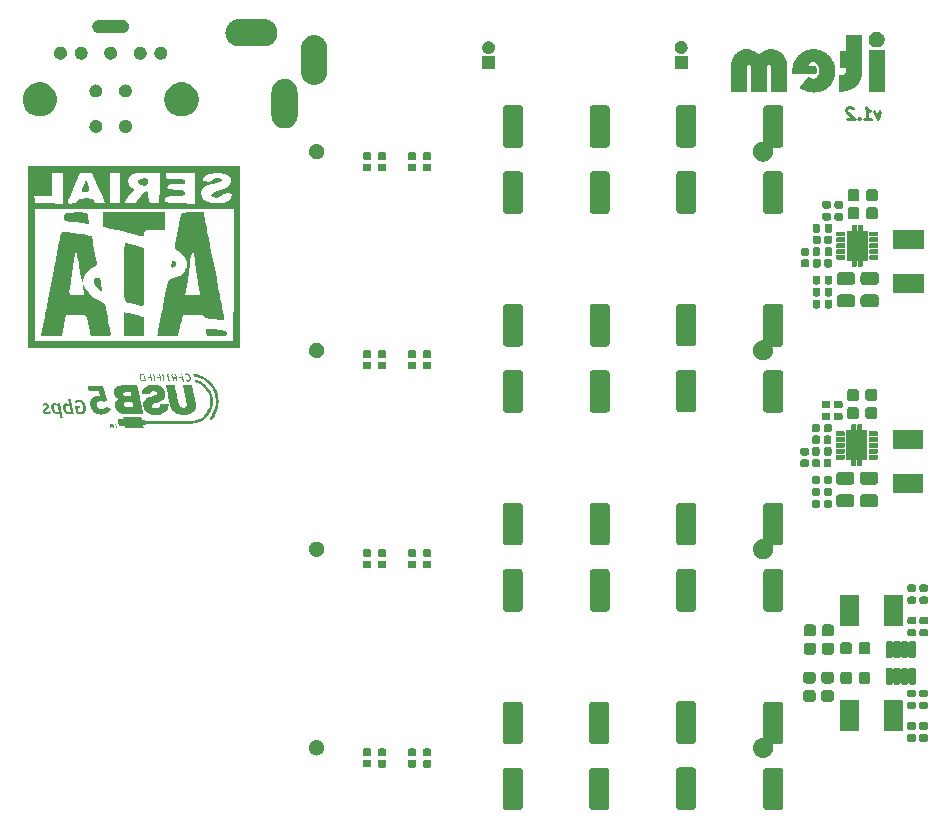
<source format=gbs>
%TF.GenerationSoftware,KiCad,Pcbnew,7.0.9*%
%TF.CreationDate,2024-12-30T23:35:23+08:00*%
%TF.ProjectId,ver0.1,76657230-2e31-42e6-9b69-6361645f7063,rev?*%
%TF.SameCoordinates,Original*%
%TF.FileFunction,Soldermask,Bot*%
%TF.FilePolarity,Negative*%
%FSLAX46Y46*%
G04 Gerber Fmt 4.6, Leading zero omitted, Abs format (unit mm)*
G04 Created by KiCad (PCBNEW 7.0.9) date 2024-12-30 23:35:23*
%MOMM*%
%LPD*%
G01*
G04 APERTURE LIST*
G04 APERTURE END LIST*
G36*
X149399351Y-131196940D02*
G01*
X149425998Y-131198355D01*
X149429508Y-131199033D01*
X149436467Y-131199517D01*
X149457118Y-131204374D01*
X149476707Y-131208163D01*
X149482463Y-131210335D01*
X149490357Y-131212192D01*
X149507855Y-131219918D01*
X149524289Y-131226120D01*
X149531544Y-131230377D01*
X149541001Y-131234553D01*
X149554992Y-131244137D01*
X149568144Y-131251855D01*
X149576313Y-131258743D01*
X149586674Y-131265840D01*
X149597112Y-131276278D01*
X149607024Y-131284635D01*
X149615380Y-131294546D01*
X149625820Y-131304986D01*
X149632917Y-131315347D01*
X149639804Y-131323515D01*
X149647519Y-131336663D01*
X149657107Y-131350659D01*
X149661283Y-131360118D01*
X149665539Y-131367370D01*
X149671737Y-131383795D01*
X149679468Y-131401303D01*
X149681325Y-131409200D01*
X149683496Y-131414952D01*
X149687281Y-131434522D01*
X149692143Y-131455193D01*
X149692626Y-131462158D01*
X149693304Y-131465661D01*
X149694715Y-131492250D01*
X149695020Y-131496640D01*
X149695020Y-134496640D01*
X149694715Y-134501032D01*
X149693304Y-134527618D01*
X149692626Y-134531120D01*
X149692143Y-134538087D01*
X149687280Y-134558762D01*
X149683496Y-134578327D01*
X149681326Y-134584076D01*
X149679468Y-134591977D01*
X149671735Y-134609490D01*
X149665539Y-134625909D01*
X149661285Y-134633157D01*
X149657107Y-134642621D01*
X149647515Y-134656622D01*
X149639804Y-134669764D01*
X149632921Y-134677927D01*
X149625820Y-134688294D01*
X149615374Y-134698739D01*
X149607024Y-134708644D01*
X149597119Y-134716994D01*
X149586674Y-134727440D01*
X149576307Y-134734541D01*
X149568144Y-134741424D01*
X149555002Y-134749135D01*
X149541001Y-134758727D01*
X149531537Y-134762905D01*
X149524289Y-134767159D01*
X149507870Y-134773355D01*
X149490357Y-134781088D01*
X149482456Y-134782946D01*
X149476707Y-134785116D01*
X149457142Y-134788900D01*
X149436467Y-134793763D01*
X149429500Y-134794246D01*
X149425998Y-134794924D01*
X149399412Y-134796335D01*
X149395020Y-134796640D01*
X148295020Y-134796640D01*
X148290630Y-134796335D01*
X148264041Y-134794924D01*
X148260538Y-134794246D01*
X148253573Y-134793763D01*
X148232902Y-134788901D01*
X148213332Y-134785116D01*
X148207580Y-134782945D01*
X148199683Y-134781088D01*
X148182175Y-134773357D01*
X148165750Y-134767159D01*
X148158498Y-134762903D01*
X148149039Y-134758727D01*
X148135043Y-134749139D01*
X148121895Y-134741424D01*
X148113727Y-134734537D01*
X148103366Y-134727440D01*
X148092926Y-134717000D01*
X148083015Y-134708644D01*
X148074658Y-134698732D01*
X148064220Y-134688294D01*
X148057123Y-134677933D01*
X148050235Y-134669764D01*
X148042517Y-134656612D01*
X148032933Y-134642621D01*
X148028757Y-134633164D01*
X148024500Y-134625909D01*
X148018298Y-134609475D01*
X148010572Y-134591977D01*
X148008715Y-134584083D01*
X148006543Y-134578327D01*
X148002754Y-134558738D01*
X147997897Y-134538087D01*
X147997413Y-134531128D01*
X147996735Y-134527618D01*
X147995320Y-134500971D01*
X147995020Y-134496640D01*
X147995020Y-131496640D01*
X147995320Y-131492312D01*
X147996735Y-131465661D01*
X147997414Y-131462150D01*
X147997897Y-131455193D01*
X148002753Y-131434546D01*
X148006543Y-131414952D01*
X148008716Y-131409193D01*
X148010572Y-131401303D01*
X148018295Y-131383810D01*
X148024500Y-131367370D01*
X148028759Y-131360111D01*
X148032933Y-131350659D01*
X148042513Y-131336673D01*
X148050235Y-131323515D01*
X148057126Y-131315340D01*
X148064220Y-131304986D01*
X148074653Y-131294552D01*
X148083015Y-131284635D01*
X148092932Y-131276273D01*
X148103366Y-131265840D01*
X148113720Y-131258746D01*
X148121895Y-131251855D01*
X148135053Y-131244133D01*
X148149039Y-131234553D01*
X148158491Y-131230379D01*
X148165750Y-131226120D01*
X148182190Y-131219915D01*
X148199683Y-131212192D01*
X148207573Y-131210336D01*
X148213332Y-131208163D01*
X148232926Y-131204373D01*
X148253573Y-131199517D01*
X148260530Y-131199034D01*
X148264041Y-131198355D01*
X148290692Y-131196940D01*
X148295020Y-131196640D01*
X149395020Y-131196640D01*
X149399351Y-131196940D01*
G37*
G36*
X156739951Y-131196940D02*
G01*
X156766598Y-131198355D01*
X156770108Y-131199033D01*
X156777067Y-131199517D01*
X156797718Y-131204374D01*
X156817307Y-131208163D01*
X156823063Y-131210335D01*
X156830957Y-131212192D01*
X156848455Y-131219918D01*
X156864889Y-131226120D01*
X156872144Y-131230377D01*
X156881601Y-131234553D01*
X156895592Y-131244137D01*
X156908744Y-131251855D01*
X156916913Y-131258743D01*
X156927274Y-131265840D01*
X156937712Y-131276278D01*
X156947624Y-131284635D01*
X156955980Y-131294546D01*
X156966420Y-131304986D01*
X156973517Y-131315347D01*
X156980404Y-131323515D01*
X156988119Y-131336663D01*
X156997707Y-131350659D01*
X157001883Y-131360118D01*
X157006139Y-131367370D01*
X157012337Y-131383795D01*
X157020068Y-131401303D01*
X157021925Y-131409200D01*
X157024096Y-131414952D01*
X157027881Y-131434522D01*
X157032743Y-131455193D01*
X157033226Y-131462158D01*
X157033904Y-131465661D01*
X157035315Y-131492250D01*
X157035620Y-131496640D01*
X157035620Y-134496640D01*
X157035315Y-134501032D01*
X157033904Y-134527618D01*
X157033226Y-134531120D01*
X157032743Y-134538087D01*
X157027880Y-134558762D01*
X157024096Y-134578327D01*
X157021926Y-134584076D01*
X157020068Y-134591977D01*
X157012335Y-134609490D01*
X157006139Y-134625909D01*
X157001885Y-134633157D01*
X156997707Y-134642621D01*
X156988115Y-134656622D01*
X156980404Y-134669764D01*
X156973521Y-134677927D01*
X156966420Y-134688294D01*
X156955974Y-134698739D01*
X156947624Y-134708644D01*
X156937719Y-134716994D01*
X156927274Y-134727440D01*
X156916907Y-134734541D01*
X156908744Y-134741424D01*
X156895602Y-134749135D01*
X156881601Y-134758727D01*
X156872137Y-134762905D01*
X156864889Y-134767159D01*
X156848470Y-134773355D01*
X156830957Y-134781088D01*
X156823056Y-134782946D01*
X156817307Y-134785116D01*
X156797742Y-134788900D01*
X156777067Y-134793763D01*
X156770100Y-134794246D01*
X156766598Y-134794924D01*
X156740012Y-134796335D01*
X156735620Y-134796640D01*
X155635620Y-134796640D01*
X155631230Y-134796335D01*
X155604641Y-134794924D01*
X155601138Y-134794246D01*
X155594173Y-134793763D01*
X155573502Y-134788901D01*
X155553932Y-134785116D01*
X155548180Y-134782945D01*
X155540283Y-134781088D01*
X155522775Y-134773357D01*
X155506350Y-134767159D01*
X155499098Y-134762903D01*
X155489639Y-134758727D01*
X155475643Y-134749139D01*
X155462495Y-134741424D01*
X155454327Y-134734537D01*
X155443966Y-134727440D01*
X155433526Y-134717000D01*
X155423615Y-134708644D01*
X155415258Y-134698732D01*
X155404820Y-134688294D01*
X155397723Y-134677933D01*
X155390835Y-134669764D01*
X155383117Y-134656612D01*
X155373533Y-134642621D01*
X155369357Y-134633164D01*
X155365100Y-134625909D01*
X155358898Y-134609475D01*
X155351172Y-134591977D01*
X155349315Y-134584083D01*
X155347143Y-134578327D01*
X155343354Y-134558738D01*
X155338497Y-134538087D01*
X155338013Y-134531128D01*
X155337335Y-134527618D01*
X155335920Y-134500971D01*
X155335620Y-134496640D01*
X155335620Y-131496640D01*
X155335920Y-131492312D01*
X155337335Y-131465661D01*
X155338014Y-131462150D01*
X155338497Y-131455193D01*
X155343353Y-131434546D01*
X155347143Y-131414952D01*
X155349316Y-131409193D01*
X155351172Y-131401303D01*
X155358895Y-131383810D01*
X155365100Y-131367370D01*
X155369359Y-131360111D01*
X155373533Y-131350659D01*
X155383113Y-131336673D01*
X155390835Y-131323515D01*
X155397726Y-131315340D01*
X155404820Y-131304986D01*
X155415253Y-131294552D01*
X155423615Y-131284635D01*
X155433532Y-131276273D01*
X155443966Y-131265840D01*
X155454320Y-131258746D01*
X155462495Y-131251855D01*
X155475653Y-131244133D01*
X155489639Y-131234553D01*
X155499091Y-131230379D01*
X155506350Y-131226120D01*
X155522790Y-131219915D01*
X155540283Y-131212192D01*
X155548173Y-131210336D01*
X155553932Y-131208163D01*
X155573526Y-131204373D01*
X155594173Y-131199517D01*
X155601130Y-131199034D01*
X155604641Y-131198355D01*
X155631292Y-131196940D01*
X155635620Y-131196640D01*
X156735620Y-131196640D01*
X156739951Y-131196940D01*
G37*
G36*
X171471951Y-131196940D02*
G01*
X171498598Y-131198355D01*
X171502108Y-131199033D01*
X171509067Y-131199517D01*
X171529718Y-131204374D01*
X171549307Y-131208163D01*
X171555063Y-131210335D01*
X171562957Y-131212192D01*
X171580455Y-131219918D01*
X171596889Y-131226120D01*
X171604144Y-131230377D01*
X171613601Y-131234553D01*
X171627592Y-131244137D01*
X171640744Y-131251855D01*
X171648913Y-131258743D01*
X171659274Y-131265840D01*
X171669712Y-131276278D01*
X171679624Y-131284635D01*
X171687980Y-131294546D01*
X171698420Y-131304986D01*
X171705517Y-131315347D01*
X171712404Y-131323515D01*
X171720119Y-131336663D01*
X171729707Y-131350659D01*
X171733883Y-131360118D01*
X171738139Y-131367370D01*
X171744337Y-131383795D01*
X171752068Y-131401303D01*
X171753925Y-131409200D01*
X171756096Y-131414952D01*
X171759881Y-131434522D01*
X171764743Y-131455193D01*
X171765226Y-131462158D01*
X171765904Y-131465661D01*
X171767315Y-131492250D01*
X171767620Y-131496640D01*
X171767620Y-134496640D01*
X171767315Y-134501032D01*
X171765904Y-134527618D01*
X171765226Y-134531120D01*
X171764743Y-134538087D01*
X171759880Y-134558762D01*
X171756096Y-134578327D01*
X171753926Y-134584076D01*
X171752068Y-134591977D01*
X171744335Y-134609490D01*
X171738139Y-134625909D01*
X171733885Y-134633157D01*
X171729707Y-134642621D01*
X171720115Y-134656622D01*
X171712404Y-134669764D01*
X171705521Y-134677927D01*
X171698420Y-134688294D01*
X171687974Y-134698739D01*
X171679624Y-134708644D01*
X171669719Y-134716994D01*
X171659274Y-134727440D01*
X171648907Y-134734541D01*
X171640744Y-134741424D01*
X171627602Y-134749135D01*
X171613601Y-134758727D01*
X171604137Y-134762905D01*
X171596889Y-134767159D01*
X171580470Y-134773355D01*
X171562957Y-134781088D01*
X171555056Y-134782946D01*
X171549307Y-134785116D01*
X171529742Y-134788900D01*
X171509067Y-134793763D01*
X171502100Y-134794246D01*
X171498598Y-134794924D01*
X171472012Y-134796335D01*
X171467620Y-134796640D01*
X170367620Y-134796640D01*
X170363230Y-134796335D01*
X170336641Y-134794924D01*
X170333138Y-134794246D01*
X170326173Y-134793763D01*
X170305502Y-134788901D01*
X170285932Y-134785116D01*
X170280180Y-134782945D01*
X170272283Y-134781088D01*
X170254775Y-134773357D01*
X170238350Y-134767159D01*
X170231098Y-134762903D01*
X170221639Y-134758727D01*
X170207643Y-134749139D01*
X170194495Y-134741424D01*
X170186327Y-134734537D01*
X170175966Y-134727440D01*
X170165526Y-134717000D01*
X170155615Y-134708644D01*
X170147258Y-134698732D01*
X170136820Y-134688294D01*
X170129723Y-134677933D01*
X170122835Y-134669764D01*
X170115117Y-134656612D01*
X170105533Y-134642621D01*
X170101357Y-134633164D01*
X170097100Y-134625909D01*
X170090898Y-134609475D01*
X170083172Y-134591977D01*
X170081315Y-134584083D01*
X170079143Y-134578327D01*
X170075354Y-134558738D01*
X170070497Y-134538087D01*
X170070013Y-134531128D01*
X170069335Y-134527618D01*
X170067920Y-134500971D01*
X170067620Y-134496640D01*
X170067620Y-131496640D01*
X170067920Y-131492312D01*
X170069335Y-131465661D01*
X170070014Y-131462150D01*
X170070497Y-131455193D01*
X170075353Y-131434546D01*
X170079143Y-131414952D01*
X170081316Y-131409193D01*
X170083172Y-131401303D01*
X170090895Y-131383810D01*
X170097100Y-131367370D01*
X170101359Y-131360111D01*
X170105533Y-131350659D01*
X170115113Y-131336673D01*
X170122835Y-131323515D01*
X170129726Y-131315340D01*
X170136820Y-131304986D01*
X170147253Y-131294552D01*
X170155615Y-131284635D01*
X170165532Y-131276273D01*
X170175966Y-131265840D01*
X170186320Y-131258746D01*
X170194495Y-131251855D01*
X170207653Y-131244133D01*
X170221639Y-131234553D01*
X170231091Y-131230379D01*
X170238350Y-131226120D01*
X170254790Y-131219915D01*
X170272283Y-131212192D01*
X170280173Y-131210336D01*
X170285932Y-131208163D01*
X170305526Y-131204373D01*
X170326173Y-131199517D01*
X170333130Y-131199034D01*
X170336641Y-131198355D01*
X170363292Y-131196940D01*
X170367620Y-131196640D01*
X171467620Y-131196640D01*
X171471951Y-131196940D01*
G37*
G36*
X164080551Y-131171540D02*
G01*
X164107198Y-131172955D01*
X164110708Y-131173633D01*
X164117667Y-131174117D01*
X164138318Y-131178974D01*
X164157907Y-131182763D01*
X164163663Y-131184935D01*
X164171557Y-131186792D01*
X164189055Y-131194518D01*
X164205489Y-131200720D01*
X164212744Y-131204977D01*
X164222201Y-131209153D01*
X164236192Y-131218737D01*
X164249344Y-131226455D01*
X164257513Y-131233343D01*
X164267874Y-131240440D01*
X164278312Y-131250878D01*
X164288224Y-131259235D01*
X164296580Y-131269146D01*
X164307020Y-131279586D01*
X164314117Y-131289947D01*
X164321004Y-131298115D01*
X164328719Y-131311263D01*
X164338307Y-131325259D01*
X164342483Y-131334718D01*
X164346739Y-131341970D01*
X164352937Y-131358395D01*
X164360668Y-131375903D01*
X164362525Y-131383800D01*
X164364696Y-131389552D01*
X164368481Y-131409122D01*
X164373343Y-131429793D01*
X164373826Y-131436758D01*
X164374504Y-131440261D01*
X164375915Y-131466850D01*
X164376220Y-131471240D01*
X164376220Y-134471240D01*
X164375915Y-134475632D01*
X164374504Y-134502218D01*
X164373826Y-134505720D01*
X164373343Y-134512687D01*
X164368480Y-134533362D01*
X164364696Y-134552927D01*
X164362526Y-134558676D01*
X164360668Y-134566577D01*
X164352935Y-134584090D01*
X164346739Y-134600509D01*
X164342485Y-134607757D01*
X164338307Y-134617221D01*
X164328715Y-134631222D01*
X164321004Y-134644364D01*
X164314121Y-134652527D01*
X164307020Y-134662894D01*
X164296574Y-134673339D01*
X164288224Y-134683244D01*
X164278319Y-134691594D01*
X164267874Y-134702040D01*
X164257507Y-134709141D01*
X164249344Y-134716024D01*
X164236202Y-134723735D01*
X164222201Y-134733327D01*
X164212737Y-134737505D01*
X164205489Y-134741759D01*
X164189070Y-134747955D01*
X164171557Y-134755688D01*
X164163656Y-134757546D01*
X164157907Y-134759716D01*
X164138342Y-134763500D01*
X164117667Y-134768363D01*
X164110700Y-134768846D01*
X164107198Y-134769524D01*
X164080612Y-134770935D01*
X164076220Y-134771240D01*
X162976220Y-134771240D01*
X162971830Y-134770935D01*
X162945241Y-134769524D01*
X162941738Y-134768846D01*
X162934773Y-134768363D01*
X162914102Y-134763501D01*
X162894532Y-134759716D01*
X162888780Y-134757545D01*
X162880883Y-134755688D01*
X162863375Y-134747957D01*
X162846950Y-134741759D01*
X162839698Y-134737503D01*
X162830239Y-134733327D01*
X162816243Y-134723739D01*
X162803095Y-134716024D01*
X162794927Y-134709137D01*
X162784566Y-134702040D01*
X162774126Y-134691600D01*
X162764215Y-134683244D01*
X162755858Y-134673332D01*
X162745420Y-134662894D01*
X162738323Y-134652533D01*
X162731435Y-134644364D01*
X162723717Y-134631212D01*
X162714133Y-134617221D01*
X162709957Y-134607764D01*
X162705700Y-134600509D01*
X162699498Y-134584075D01*
X162691772Y-134566577D01*
X162689915Y-134558683D01*
X162687743Y-134552927D01*
X162683954Y-134533338D01*
X162679097Y-134512687D01*
X162678613Y-134505728D01*
X162677935Y-134502218D01*
X162676520Y-134475571D01*
X162676220Y-134471240D01*
X162676220Y-131471240D01*
X162676520Y-131466912D01*
X162677935Y-131440261D01*
X162678614Y-131436750D01*
X162679097Y-131429793D01*
X162683953Y-131409146D01*
X162687743Y-131389552D01*
X162689916Y-131383793D01*
X162691772Y-131375903D01*
X162699495Y-131358410D01*
X162705700Y-131341970D01*
X162709959Y-131334711D01*
X162714133Y-131325259D01*
X162723713Y-131311273D01*
X162731435Y-131298115D01*
X162738326Y-131289940D01*
X162745420Y-131279586D01*
X162755853Y-131269152D01*
X162764215Y-131259235D01*
X162774132Y-131250873D01*
X162784566Y-131240440D01*
X162794920Y-131233346D01*
X162803095Y-131226455D01*
X162816253Y-131218733D01*
X162830239Y-131209153D01*
X162839691Y-131204979D01*
X162846950Y-131200720D01*
X162863390Y-131194515D01*
X162880883Y-131186792D01*
X162888773Y-131184936D01*
X162894532Y-131182763D01*
X162914126Y-131178973D01*
X162934773Y-131174117D01*
X162941730Y-131173634D01*
X162945241Y-131172955D01*
X162971892Y-131171540D01*
X162976220Y-131171240D01*
X164076220Y-131171240D01*
X164080551Y-131171540D01*
G37*
G36*
X137974796Y-130532321D02*
G01*
X137993068Y-130533946D01*
X137994385Y-130534322D01*
X137998321Y-130534725D01*
X138014322Y-130540027D01*
X138030285Y-130544595D01*
X138034066Y-130546570D01*
X138040197Y-130548602D01*
X138052602Y-130556253D01*
X138064315Y-130562372D01*
X138069882Y-130566911D01*
X138077745Y-130571761D01*
X138086199Y-130580215D01*
X138094068Y-130586631D01*
X138100483Y-130594499D01*
X138108939Y-130602955D01*
X138113788Y-130610817D01*
X138118327Y-130616384D01*
X138124443Y-130628092D01*
X138132098Y-130640503D01*
X138134130Y-130646635D01*
X138136104Y-130650414D01*
X138140667Y-130666362D01*
X138145975Y-130682379D01*
X138146377Y-130686318D01*
X138146753Y-130687631D01*
X138148371Y-130705837D01*
X138149900Y-130720800D01*
X138149900Y-131000800D01*
X138148370Y-131015772D01*
X138146753Y-131033968D01*
X138146377Y-131035279D01*
X138145975Y-131039221D01*
X138140665Y-131055244D01*
X138136104Y-131071185D01*
X138134131Y-131074961D01*
X138132098Y-131081097D01*
X138124440Y-131093512D01*
X138118327Y-131105215D01*
X138113791Y-131110777D01*
X138108939Y-131118645D01*
X138100479Y-131127104D01*
X138094068Y-131134968D01*
X138086204Y-131141379D01*
X138077745Y-131149839D01*
X138069877Y-131154691D01*
X138064315Y-131159227D01*
X138052612Y-131165340D01*
X138040197Y-131172998D01*
X138034061Y-131175031D01*
X138030285Y-131177004D01*
X138014344Y-131181565D01*
X137998321Y-131186875D01*
X137994379Y-131187277D01*
X137993068Y-131187653D01*
X137974868Y-131189270D01*
X137959900Y-131190800D01*
X137619900Y-131190800D01*
X137604934Y-131189271D01*
X137586731Y-131187653D01*
X137585418Y-131187277D01*
X137581479Y-131186875D01*
X137565462Y-131181567D01*
X137549514Y-131177004D01*
X137545735Y-131175030D01*
X137539603Y-131172998D01*
X137527192Y-131165343D01*
X137515484Y-131159227D01*
X137509917Y-131154688D01*
X137502055Y-131149839D01*
X137493599Y-131141383D01*
X137485731Y-131134968D01*
X137479315Y-131127099D01*
X137470861Y-131118645D01*
X137466011Y-131110782D01*
X137461472Y-131105215D01*
X137455353Y-131093502D01*
X137447702Y-131081097D01*
X137445670Y-131074966D01*
X137443695Y-131071185D01*
X137439127Y-131055222D01*
X137433825Y-131039221D01*
X137433422Y-131035285D01*
X137433046Y-131033968D01*
X137431421Y-131015693D01*
X137429900Y-131000800D01*
X137429900Y-130720800D01*
X137431421Y-130705909D01*
X137433046Y-130687631D01*
X137433423Y-130686313D01*
X137433825Y-130682379D01*
X137439125Y-130666384D01*
X137443695Y-130650414D01*
X137445671Y-130646630D01*
X137447702Y-130640503D01*
X137455349Y-130628103D01*
X137461472Y-130616384D01*
X137466014Y-130610812D01*
X137470861Y-130602955D01*
X137479310Y-130594505D01*
X137485731Y-130586631D01*
X137493605Y-130580210D01*
X137502055Y-130571761D01*
X137509912Y-130566914D01*
X137515484Y-130562372D01*
X137527203Y-130556249D01*
X137539603Y-130548602D01*
X137545730Y-130546571D01*
X137549514Y-130544595D01*
X137565484Y-130540025D01*
X137581479Y-130534725D01*
X137585413Y-130534323D01*
X137586731Y-130533946D01*
X137605013Y-130532320D01*
X137619900Y-130530800D01*
X137959900Y-130530800D01*
X137974796Y-130532321D01*
G37*
G36*
X140514796Y-130532321D02*
G01*
X140533068Y-130533946D01*
X140534385Y-130534322D01*
X140538321Y-130534725D01*
X140554322Y-130540027D01*
X140570285Y-130544595D01*
X140574066Y-130546570D01*
X140580197Y-130548602D01*
X140592602Y-130556253D01*
X140604315Y-130562372D01*
X140609882Y-130566911D01*
X140617745Y-130571761D01*
X140626199Y-130580215D01*
X140634068Y-130586631D01*
X140640483Y-130594499D01*
X140648939Y-130602955D01*
X140653788Y-130610817D01*
X140658327Y-130616384D01*
X140664443Y-130628092D01*
X140672098Y-130640503D01*
X140674130Y-130646635D01*
X140676104Y-130650414D01*
X140680667Y-130666362D01*
X140685975Y-130682379D01*
X140686377Y-130686318D01*
X140686753Y-130687631D01*
X140688371Y-130705837D01*
X140689900Y-130720800D01*
X140689900Y-131000800D01*
X140688370Y-131015772D01*
X140686753Y-131033968D01*
X140686377Y-131035279D01*
X140685975Y-131039221D01*
X140680665Y-131055244D01*
X140676104Y-131071185D01*
X140674131Y-131074961D01*
X140672098Y-131081097D01*
X140664440Y-131093512D01*
X140658327Y-131105215D01*
X140653791Y-131110777D01*
X140648939Y-131118645D01*
X140640479Y-131127104D01*
X140634068Y-131134968D01*
X140626204Y-131141379D01*
X140617745Y-131149839D01*
X140609877Y-131154691D01*
X140604315Y-131159227D01*
X140592612Y-131165340D01*
X140580197Y-131172998D01*
X140574061Y-131175031D01*
X140570285Y-131177004D01*
X140554344Y-131181565D01*
X140538321Y-131186875D01*
X140534379Y-131187277D01*
X140533068Y-131187653D01*
X140514868Y-131189270D01*
X140499900Y-131190800D01*
X140159900Y-131190800D01*
X140144934Y-131189271D01*
X140126731Y-131187653D01*
X140125418Y-131187277D01*
X140121479Y-131186875D01*
X140105462Y-131181567D01*
X140089514Y-131177004D01*
X140085735Y-131175030D01*
X140079603Y-131172998D01*
X140067192Y-131165343D01*
X140055484Y-131159227D01*
X140049917Y-131154688D01*
X140042055Y-131149839D01*
X140033599Y-131141383D01*
X140025731Y-131134968D01*
X140019315Y-131127099D01*
X140010861Y-131118645D01*
X140006011Y-131110782D01*
X140001472Y-131105215D01*
X139995353Y-131093502D01*
X139987702Y-131081097D01*
X139985670Y-131074966D01*
X139983695Y-131071185D01*
X139979127Y-131055222D01*
X139973825Y-131039221D01*
X139973422Y-131035285D01*
X139973046Y-131033968D01*
X139971421Y-131015693D01*
X139969900Y-131000800D01*
X139969900Y-130720800D01*
X139971421Y-130705909D01*
X139973046Y-130687631D01*
X139973423Y-130686313D01*
X139973825Y-130682379D01*
X139979125Y-130666384D01*
X139983695Y-130650414D01*
X139985671Y-130646630D01*
X139987702Y-130640503D01*
X139995349Y-130628103D01*
X140001472Y-130616384D01*
X140006014Y-130610812D01*
X140010861Y-130602955D01*
X140019310Y-130594505D01*
X140025731Y-130586631D01*
X140033605Y-130580210D01*
X140042055Y-130571761D01*
X140049912Y-130566914D01*
X140055484Y-130562372D01*
X140067203Y-130556249D01*
X140079603Y-130548602D01*
X140085730Y-130546571D01*
X140089514Y-130544595D01*
X140105484Y-130540025D01*
X140121479Y-130534725D01*
X140125413Y-130534323D01*
X140126731Y-130533946D01*
X140145013Y-130532320D01*
X140159900Y-130530800D01*
X140499900Y-130530800D01*
X140514796Y-130532321D01*
G37*
G36*
X141789896Y-130532321D02*
G01*
X141808168Y-130533946D01*
X141809485Y-130534322D01*
X141813421Y-130534725D01*
X141829422Y-130540027D01*
X141845385Y-130544595D01*
X141849166Y-130546570D01*
X141855297Y-130548602D01*
X141867702Y-130556253D01*
X141879415Y-130562372D01*
X141884982Y-130566911D01*
X141892845Y-130571761D01*
X141901299Y-130580215D01*
X141909168Y-130586631D01*
X141915583Y-130594499D01*
X141924039Y-130602955D01*
X141928888Y-130610817D01*
X141933427Y-130616384D01*
X141939543Y-130628092D01*
X141947198Y-130640503D01*
X141949230Y-130646635D01*
X141951204Y-130650414D01*
X141955767Y-130666362D01*
X141961075Y-130682379D01*
X141961477Y-130686318D01*
X141961853Y-130687631D01*
X141963471Y-130705837D01*
X141965000Y-130720800D01*
X141965000Y-131000800D01*
X141963470Y-131015772D01*
X141961853Y-131033968D01*
X141961477Y-131035279D01*
X141961075Y-131039221D01*
X141955765Y-131055244D01*
X141951204Y-131071185D01*
X141949231Y-131074961D01*
X141947198Y-131081097D01*
X141939540Y-131093512D01*
X141933427Y-131105215D01*
X141928891Y-131110777D01*
X141924039Y-131118645D01*
X141915579Y-131127104D01*
X141909168Y-131134968D01*
X141901304Y-131141379D01*
X141892845Y-131149839D01*
X141884977Y-131154691D01*
X141879415Y-131159227D01*
X141867712Y-131165340D01*
X141855297Y-131172998D01*
X141849161Y-131175031D01*
X141845385Y-131177004D01*
X141829444Y-131181565D01*
X141813421Y-131186875D01*
X141809479Y-131187277D01*
X141808168Y-131187653D01*
X141789968Y-131189270D01*
X141775000Y-131190800D01*
X141435000Y-131190800D01*
X141420034Y-131189271D01*
X141401831Y-131187653D01*
X141400518Y-131187277D01*
X141396579Y-131186875D01*
X141380562Y-131181567D01*
X141364614Y-131177004D01*
X141360835Y-131175030D01*
X141354703Y-131172998D01*
X141342292Y-131165343D01*
X141330584Y-131159227D01*
X141325017Y-131154688D01*
X141317155Y-131149839D01*
X141308699Y-131141383D01*
X141300831Y-131134968D01*
X141294415Y-131127099D01*
X141285961Y-131118645D01*
X141281111Y-131110782D01*
X141276572Y-131105215D01*
X141270453Y-131093502D01*
X141262802Y-131081097D01*
X141260770Y-131074966D01*
X141258795Y-131071185D01*
X141254227Y-131055222D01*
X141248925Y-131039221D01*
X141248522Y-131035285D01*
X141248146Y-131033968D01*
X141246521Y-131015693D01*
X141245000Y-131000800D01*
X141245000Y-130720800D01*
X141246521Y-130705909D01*
X141248146Y-130687631D01*
X141248523Y-130686313D01*
X141248925Y-130682379D01*
X141254225Y-130666384D01*
X141258795Y-130650414D01*
X141260771Y-130646630D01*
X141262802Y-130640503D01*
X141270449Y-130628103D01*
X141276572Y-130616384D01*
X141281114Y-130610812D01*
X141285961Y-130602955D01*
X141294410Y-130594505D01*
X141300831Y-130586631D01*
X141308705Y-130580210D01*
X141317155Y-130571761D01*
X141325012Y-130566914D01*
X141330584Y-130562372D01*
X141342303Y-130556249D01*
X141354703Y-130548602D01*
X141360830Y-130546571D01*
X141364614Y-130544595D01*
X141380584Y-130540025D01*
X141396579Y-130534725D01*
X141400513Y-130534323D01*
X141401831Y-130533946D01*
X141420113Y-130532320D01*
X141435000Y-130530800D01*
X141775000Y-130530800D01*
X141789896Y-130532321D01*
G37*
G36*
X136704796Y-130521041D02*
G01*
X136723068Y-130522666D01*
X136724385Y-130523042D01*
X136728321Y-130523445D01*
X136744322Y-130528747D01*
X136760285Y-130533315D01*
X136764066Y-130535290D01*
X136770197Y-130537322D01*
X136782602Y-130544973D01*
X136794315Y-130551092D01*
X136799882Y-130555631D01*
X136807745Y-130560481D01*
X136816199Y-130568935D01*
X136824068Y-130575351D01*
X136830483Y-130583219D01*
X136838939Y-130591675D01*
X136843788Y-130599537D01*
X136848327Y-130605104D01*
X136854443Y-130616812D01*
X136862098Y-130629223D01*
X136864130Y-130635355D01*
X136866104Y-130639134D01*
X136870667Y-130655082D01*
X136875975Y-130671099D01*
X136876377Y-130675038D01*
X136876753Y-130676351D01*
X136878371Y-130694557D01*
X136879900Y-130709520D01*
X136879900Y-130989520D01*
X136878370Y-131004492D01*
X136876753Y-131022688D01*
X136876377Y-131023999D01*
X136875975Y-131027941D01*
X136870665Y-131043964D01*
X136866104Y-131059905D01*
X136864131Y-131063681D01*
X136862098Y-131069817D01*
X136854440Y-131082232D01*
X136848327Y-131093935D01*
X136843791Y-131099497D01*
X136838939Y-131107365D01*
X136830479Y-131115824D01*
X136824068Y-131123688D01*
X136816204Y-131130099D01*
X136807745Y-131138559D01*
X136799877Y-131143411D01*
X136794315Y-131147947D01*
X136782612Y-131154060D01*
X136770197Y-131161718D01*
X136764061Y-131163751D01*
X136760285Y-131165724D01*
X136744344Y-131170285D01*
X136728321Y-131175595D01*
X136724379Y-131175997D01*
X136723068Y-131176373D01*
X136704868Y-131177990D01*
X136689900Y-131179520D01*
X136349900Y-131179520D01*
X136334934Y-131177991D01*
X136316731Y-131176373D01*
X136315418Y-131175997D01*
X136311479Y-131175595D01*
X136295462Y-131170287D01*
X136279514Y-131165724D01*
X136275735Y-131163750D01*
X136269603Y-131161718D01*
X136257192Y-131154063D01*
X136245484Y-131147947D01*
X136239917Y-131143408D01*
X136232055Y-131138559D01*
X136223599Y-131130103D01*
X136215731Y-131123688D01*
X136209315Y-131115819D01*
X136200861Y-131107365D01*
X136196011Y-131099502D01*
X136191472Y-131093935D01*
X136185353Y-131082222D01*
X136177702Y-131069817D01*
X136175670Y-131063686D01*
X136173695Y-131059905D01*
X136169127Y-131043942D01*
X136163825Y-131027941D01*
X136163422Y-131024005D01*
X136163046Y-131022688D01*
X136161421Y-131004413D01*
X136159900Y-130989520D01*
X136159900Y-130709520D01*
X136161421Y-130694629D01*
X136163046Y-130676351D01*
X136163423Y-130675033D01*
X136163825Y-130671099D01*
X136169125Y-130655104D01*
X136173695Y-130639134D01*
X136175671Y-130635350D01*
X136177702Y-130629223D01*
X136185349Y-130616823D01*
X136191472Y-130605104D01*
X136196014Y-130599532D01*
X136200861Y-130591675D01*
X136209310Y-130583225D01*
X136215731Y-130575351D01*
X136223605Y-130568930D01*
X136232055Y-130560481D01*
X136239912Y-130555634D01*
X136245484Y-130551092D01*
X136257203Y-130544969D01*
X136269603Y-130537322D01*
X136275730Y-130535291D01*
X136279514Y-130533315D01*
X136295484Y-130528745D01*
X136311479Y-130523445D01*
X136315413Y-130523043D01*
X136316731Y-130522666D01*
X136335013Y-130521040D01*
X136349900Y-130519520D01*
X136689900Y-130519520D01*
X136704796Y-130521041D01*
G37*
G36*
X171471951Y-125596940D02*
G01*
X171498598Y-125598355D01*
X171502108Y-125599033D01*
X171509067Y-125599517D01*
X171529718Y-125604374D01*
X171549307Y-125608163D01*
X171555063Y-125610335D01*
X171562957Y-125612192D01*
X171580455Y-125619918D01*
X171596889Y-125626120D01*
X171604144Y-125630377D01*
X171613601Y-125634553D01*
X171627592Y-125644137D01*
X171640744Y-125651855D01*
X171648913Y-125658743D01*
X171659274Y-125665840D01*
X171669712Y-125676278D01*
X171679624Y-125684635D01*
X171687980Y-125694546D01*
X171698420Y-125704986D01*
X171705517Y-125715347D01*
X171712404Y-125723515D01*
X171720119Y-125736663D01*
X171729707Y-125750659D01*
X171733883Y-125760118D01*
X171738139Y-125767370D01*
X171744337Y-125783795D01*
X171752068Y-125801303D01*
X171753925Y-125809200D01*
X171756096Y-125814952D01*
X171759881Y-125834522D01*
X171764743Y-125855193D01*
X171765226Y-125862158D01*
X171765904Y-125865661D01*
X171767315Y-125892250D01*
X171767620Y-125896640D01*
X171767620Y-128896640D01*
X171767315Y-128901032D01*
X171765904Y-128927618D01*
X171765226Y-128931120D01*
X171764743Y-128938087D01*
X171759881Y-128958757D01*
X171756096Y-128978327D01*
X171753926Y-128984076D01*
X171752068Y-128991977D01*
X171744335Y-129009490D01*
X171738139Y-129025909D01*
X171733885Y-129033157D01*
X171729707Y-129042621D01*
X171720115Y-129056622D01*
X171712404Y-129069764D01*
X171705521Y-129077927D01*
X171698420Y-129088294D01*
X171687974Y-129098739D01*
X171679624Y-129108644D01*
X171669719Y-129116994D01*
X171659274Y-129127440D01*
X171648907Y-129134541D01*
X171640744Y-129141424D01*
X171627602Y-129149135D01*
X171613601Y-129158727D01*
X171604137Y-129162905D01*
X171596889Y-129167159D01*
X171580470Y-129173355D01*
X171562957Y-129181088D01*
X171555056Y-129182946D01*
X171549307Y-129185116D01*
X171529742Y-129188900D01*
X171509067Y-129193763D01*
X171502100Y-129194246D01*
X171498598Y-129194924D01*
X171472009Y-129196335D01*
X171467620Y-129196640D01*
X170875652Y-129196640D01*
X170845633Y-129235762D01*
X170861572Y-129295246D01*
X170872447Y-129334415D01*
X170873045Y-129338065D01*
X170873679Y-129340430D01*
X170880685Y-129384667D01*
X170887337Y-129425239D01*
X170887454Y-129427403D01*
X170887596Y-129428298D01*
X170890269Y-129479331D01*
X170892320Y-129517140D01*
X170890269Y-129554960D01*
X170887596Y-129605981D01*
X170887454Y-129606874D01*
X170887337Y-129609041D01*
X170880680Y-129649640D01*
X170873679Y-129693849D01*
X170873045Y-129696211D01*
X170872447Y-129699865D01*
X170861563Y-129739065D01*
X170850653Y-129779782D01*
X170849226Y-129783497D01*
X170847825Y-129788546D01*
X170833151Y-129825373D01*
X170818769Y-129862841D01*
X170816266Y-129867752D01*
X170813759Y-129874046D01*
X170795801Y-129907917D01*
X170778383Y-129942104D01*
X170774540Y-129948021D01*
X170770649Y-129955361D01*
X170749904Y-129985956D01*
X170729930Y-130016714D01*
X170724521Y-130023393D01*
X170718999Y-130031538D01*
X170695999Y-130058614D01*
X170673944Y-130085852D01*
X170666776Y-130093019D01*
X170659416Y-130101685D01*
X170634679Y-130125116D01*
X170611032Y-130148764D01*
X170601957Y-130156112D01*
X170592598Y-130164978D01*
X170566650Y-130184703D01*
X170541894Y-130204750D01*
X170530811Y-130211947D01*
X170519329Y-130220676D01*
X170492689Y-130236704D01*
X170467284Y-130253203D01*
X170454120Y-130259909D01*
X170440467Y-130268125D01*
X170413622Y-130280544D01*
X170388021Y-130293589D01*
X170372788Y-130299436D01*
X170356937Y-130306770D01*
X170330331Y-130315734D01*
X170304962Y-130325473D01*
X170287701Y-130330097D01*
X170269719Y-130336157D01*
X170243779Y-130341866D01*
X170219029Y-130348499D01*
X170199857Y-130351535D01*
X170179835Y-130355943D01*
X170154930Y-130358651D01*
X170131161Y-130362416D01*
X170110222Y-130363513D01*
X170088338Y-130365893D01*
X170064802Y-130365893D01*
X170042320Y-130367071D01*
X170019838Y-130365893D01*
X169996302Y-130365893D01*
X169974417Y-130363513D01*
X169953478Y-130362416D01*
X169929706Y-130358650D01*
X169904805Y-130355943D01*
X169884785Y-130351536D01*
X169865610Y-130348499D01*
X169840854Y-130341865D01*
X169814921Y-130336157D01*
X169796942Y-130330099D01*
X169779677Y-130325473D01*
X169754300Y-130315731D01*
X169727703Y-130306770D01*
X169711856Y-130299438D01*
X169696618Y-130293589D01*
X169671006Y-130280539D01*
X169644173Y-130268125D01*
X169630524Y-130259913D01*
X169617355Y-130253203D01*
X169591936Y-130236695D01*
X169565311Y-130220676D01*
X169553834Y-130211951D01*
X169542745Y-130204750D01*
X169517973Y-130184690D01*
X169492042Y-130164978D01*
X169482688Y-130156117D01*
X169473607Y-130148764D01*
X169449941Y-130125098D01*
X169425224Y-130101685D01*
X169417869Y-130093026D01*
X169410695Y-130085852D01*
X169388618Y-130058589D01*
X169365641Y-130031538D01*
X169360123Y-130023400D01*
X169354709Y-130016714D01*
X169334712Y-129985921D01*
X169313991Y-129955361D01*
X169310104Y-129948029D01*
X169306256Y-129942104D01*
X169288812Y-129907869D01*
X169270881Y-129874046D01*
X169268376Y-129867761D01*
X169265870Y-129862841D01*
X169251461Y-129825305D01*
X169236815Y-129788546D01*
X169235415Y-129783507D01*
X169233986Y-129779782D01*
X169223048Y-129738962D01*
X169212193Y-129699865D01*
X169211595Y-129696221D01*
X169210960Y-129693849D01*
X169203929Y-129649460D01*
X169197303Y-129609041D01*
X169197186Y-129606884D01*
X169197043Y-129605981D01*
X169194340Y-129554412D01*
X169192320Y-129517140D01*
X169194340Y-129479879D01*
X169197043Y-129428298D01*
X169197186Y-129427394D01*
X169197303Y-129425239D01*
X169203924Y-129384847D01*
X169210960Y-129340430D01*
X169211596Y-129338056D01*
X169212193Y-129334415D01*
X169223040Y-129295345D01*
X169233986Y-129254497D01*
X169235416Y-129250769D01*
X169236815Y-129245734D01*
X169251450Y-129209001D01*
X169265870Y-129171438D01*
X169268378Y-129166514D01*
X169270881Y-129160234D01*
X169288815Y-129126406D01*
X169306253Y-129092183D01*
X169310097Y-129086262D01*
X169313991Y-129078919D01*
X169334733Y-129048326D01*
X169354714Y-129017559D01*
X169360127Y-129010874D01*
X169365641Y-129002742D01*
X169388602Y-128975709D01*
X169410695Y-128948427D01*
X169417874Y-128941247D01*
X169425224Y-128932595D01*
X169449922Y-128909199D01*
X169473607Y-128885515D01*
X169482695Y-128878155D01*
X169492042Y-128869302D01*
X169517955Y-128849603D01*
X169542739Y-128829534D01*
X169553831Y-128822330D01*
X169565311Y-128813604D01*
X169591953Y-128797573D01*
X169617363Y-128781073D01*
X169630525Y-128774366D01*
X169644173Y-128766155D01*
X169670992Y-128753746D01*
X169696618Y-128740690D01*
X169711868Y-128734835D01*
X169727703Y-128727510D01*
X169754279Y-128718555D01*
X169779677Y-128708806D01*
X169796956Y-128704175D01*
X169814921Y-128698123D01*
X169840833Y-128692418D01*
X169865610Y-128685780D01*
X169884801Y-128682740D01*
X169904805Y-128678337D01*
X169929686Y-128675631D01*
X169953478Y-128671863D01*
X169974436Y-128670764D01*
X169996302Y-128668387D01*
X170019814Y-128668387D01*
X170040158Y-128667321D01*
X170067620Y-128638383D01*
X170067620Y-125897972D01*
X170067620Y-125896640D01*
X170067920Y-125892312D01*
X170069335Y-125865661D01*
X170070014Y-125862150D01*
X170070497Y-125855193D01*
X170075353Y-125834546D01*
X170079143Y-125814952D01*
X170081316Y-125809193D01*
X170083172Y-125801303D01*
X170090895Y-125783810D01*
X170097100Y-125767370D01*
X170101359Y-125760111D01*
X170105533Y-125750659D01*
X170115113Y-125736673D01*
X170122835Y-125723515D01*
X170129726Y-125715340D01*
X170136820Y-125704986D01*
X170147253Y-125694552D01*
X170155615Y-125684635D01*
X170165532Y-125676273D01*
X170175966Y-125665840D01*
X170186320Y-125658746D01*
X170194495Y-125651855D01*
X170207653Y-125644133D01*
X170221639Y-125634553D01*
X170231091Y-125630379D01*
X170238350Y-125626120D01*
X170254790Y-125619915D01*
X170272283Y-125612192D01*
X170280173Y-125610336D01*
X170285932Y-125608163D01*
X170305526Y-125604373D01*
X170326173Y-125599517D01*
X170333130Y-125599034D01*
X170336641Y-125598355D01*
X170363292Y-125596940D01*
X170367620Y-125596640D01*
X171467620Y-125596640D01*
X171471951Y-125596940D01*
G37*
G36*
X137974796Y-129572321D02*
G01*
X137993068Y-129573946D01*
X137994385Y-129574322D01*
X137998321Y-129574725D01*
X138014322Y-129580027D01*
X138030285Y-129584595D01*
X138034066Y-129586570D01*
X138040197Y-129588602D01*
X138052602Y-129596253D01*
X138064315Y-129602372D01*
X138069882Y-129606911D01*
X138077745Y-129611761D01*
X138086199Y-129620215D01*
X138094068Y-129626631D01*
X138100483Y-129634499D01*
X138108939Y-129642955D01*
X138113788Y-129650817D01*
X138118327Y-129656384D01*
X138124443Y-129668092D01*
X138132098Y-129680503D01*
X138134130Y-129686635D01*
X138136104Y-129690414D01*
X138140667Y-129706362D01*
X138145975Y-129722379D01*
X138146377Y-129726318D01*
X138146753Y-129727631D01*
X138148371Y-129745837D01*
X138149900Y-129760800D01*
X138149900Y-130040800D01*
X138148370Y-130055772D01*
X138146753Y-130073968D01*
X138146377Y-130075279D01*
X138145975Y-130079221D01*
X138140665Y-130095244D01*
X138136104Y-130111185D01*
X138134131Y-130114961D01*
X138132098Y-130121097D01*
X138124440Y-130133512D01*
X138118327Y-130145215D01*
X138113791Y-130150777D01*
X138108939Y-130158645D01*
X138100479Y-130167104D01*
X138094068Y-130174968D01*
X138086204Y-130181379D01*
X138077745Y-130189839D01*
X138069877Y-130194691D01*
X138064315Y-130199227D01*
X138052612Y-130205340D01*
X138040197Y-130212998D01*
X138034061Y-130215031D01*
X138030285Y-130217004D01*
X138014344Y-130221565D01*
X137998321Y-130226875D01*
X137994379Y-130227277D01*
X137993068Y-130227653D01*
X137974868Y-130229270D01*
X137959900Y-130230800D01*
X137619900Y-130230800D01*
X137604934Y-130229271D01*
X137586731Y-130227653D01*
X137585418Y-130227277D01*
X137581479Y-130226875D01*
X137565462Y-130221567D01*
X137549514Y-130217004D01*
X137545735Y-130215030D01*
X137539603Y-130212998D01*
X137527192Y-130205343D01*
X137515484Y-130199227D01*
X137509917Y-130194688D01*
X137502055Y-130189839D01*
X137493599Y-130181383D01*
X137485731Y-130174968D01*
X137479315Y-130167099D01*
X137470861Y-130158645D01*
X137466011Y-130150782D01*
X137461472Y-130145215D01*
X137455353Y-130133502D01*
X137447702Y-130121097D01*
X137445670Y-130114966D01*
X137443695Y-130111185D01*
X137439127Y-130095222D01*
X137433825Y-130079221D01*
X137433422Y-130075285D01*
X137433046Y-130073968D01*
X137431421Y-130055693D01*
X137429900Y-130040800D01*
X137429900Y-129760800D01*
X137431421Y-129745909D01*
X137433046Y-129727631D01*
X137433423Y-129726313D01*
X137433825Y-129722379D01*
X137439125Y-129706384D01*
X137443695Y-129690414D01*
X137445671Y-129686630D01*
X137447702Y-129680503D01*
X137455349Y-129668103D01*
X137461472Y-129656384D01*
X137466014Y-129650812D01*
X137470861Y-129642955D01*
X137479310Y-129634505D01*
X137485731Y-129626631D01*
X137493605Y-129620210D01*
X137502055Y-129611761D01*
X137509912Y-129606914D01*
X137515484Y-129602372D01*
X137527203Y-129596249D01*
X137539603Y-129588602D01*
X137545730Y-129586571D01*
X137549514Y-129584595D01*
X137565484Y-129580025D01*
X137581479Y-129574725D01*
X137585413Y-129574323D01*
X137586731Y-129573946D01*
X137605013Y-129572320D01*
X137619900Y-129570800D01*
X137959900Y-129570800D01*
X137974796Y-129572321D01*
G37*
G36*
X140514796Y-129572321D02*
G01*
X140533068Y-129573946D01*
X140534385Y-129574322D01*
X140538321Y-129574725D01*
X140554322Y-129580027D01*
X140570285Y-129584595D01*
X140574066Y-129586570D01*
X140580197Y-129588602D01*
X140592602Y-129596253D01*
X140604315Y-129602372D01*
X140609882Y-129606911D01*
X140617745Y-129611761D01*
X140626199Y-129620215D01*
X140634068Y-129626631D01*
X140640483Y-129634499D01*
X140648939Y-129642955D01*
X140653788Y-129650817D01*
X140658327Y-129656384D01*
X140664443Y-129668092D01*
X140672098Y-129680503D01*
X140674130Y-129686635D01*
X140676104Y-129690414D01*
X140680667Y-129706362D01*
X140685975Y-129722379D01*
X140686377Y-129726318D01*
X140686753Y-129727631D01*
X140688371Y-129745837D01*
X140689900Y-129760800D01*
X140689900Y-130040800D01*
X140688370Y-130055772D01*
X140686753Y-130073968D01*
X140686377Y-130075279D01*
X140685975Y-130079221D01*
X140680665Y-130095244D01*
X140676104Y-130111185D01*
X140674131Y-130114961D01*
X140672098Y-130121097D01*
X140664440Y-130133512D01*
X140658327Y-130145215D01*
X140653791Y-130150777D01*
X140648939Y-130158645D01*
X140640479Y-130167104D01*
X140634068Y-130174968D01*
X140626204Y-130181379D01*
X140617745Y-130189839D01*
X140609877Y-130194691D01*
X140604315Y-130199227D01*
X140592612Y-130205340D01*
X140580197Y-130212998D01*
X140574061Y-130215031D01*
X140570285Y-130217004D01*
X140554344Y-130221565D01*
X140538321Y-130226875D01*
X140534379Y-130227277D01*
X140533068Y-130227653D01*
X140514868Y-130229270D01*
X140499900Y-130230800D01*
X140159900Y-130230800D01*
X140144934Y-130229271D01*
X140126731Y-130227653D01*
X140125418Y-130227277D01*
X140121479Y-130226875D01*
X140105462Y-130221567D01*
X140089514Y-130217004D01*
X140085735Y-130215030D01*
X140079603Y-130212998D01*
X140067192Y-130205343D01*
X140055484Y-130199227D01*
X140049917Y-130194688D01*
X140042055Y-130189839D01*
X140033599Y-130181383D01*
X140025731Y-130174968D01*
X140019315Y-130167099D01*
X140010861Y-130158645D01*
X140006011Y-130150782D01*
X140001472Y-130145215D01*
X139995353Y-130133502D01*
X139987702Y-130121097D01*
X139985670Y-130114966D01*
X139983695Y-130111185D01*
X139979127Y-130095222D01*
X139973825Y-130079221D01*
X139973422Y-130075285D01*
X139973046Y-130073968D01*
X139971421Y-130055693D01*
X139969900Y-130040800D01*
X139969900Y-129760800D01*
X139971421Y-129745909D01*
X139973046Y-129727631D01*
X139973423Y-129726313D01*
X139973825Y-129722379D01*
X139979125Y-129706384D01*
X139983695Y-129690414D01*
X139985671Y-129686630D01*
X139987702Y-129680503D01*
X139995349Y-129668103D01*
X140001472Y-129656384D01*
X140006014Y-129650812D01*
X140010861Y-129642955D01*
X140019310Y-129634505D01*
X140025731Y-129626631D01*
X140033605Y-129620210D01*
X140042055Y-129611761D01*
X140049912Y-129606914D01*
X140055484Y-129602372D01*
X140067203Y-129596249D01*
X140079603Y-129588602D01*
X140085730Y-129586571D01*
X140089514Y-129584595D01*
X140105484Y-129580025D01*
X140121479Y-129574725D01*
X140125413Y-129574323D01*
X140126731Y-129573946D01*
X140145013Y-129572320D01*
X140159900Y-129570800D01*
X140499900Y-129570800D01*
X140514796Y-129572321D01*
G37*
G36*
X141789896Y-129572321D02*
G01*
X141808168Y-129573946D01*
X141809485Y-129574322D01*
X141813421Y-129574725D01*
X141829422Y-129580027D01*
X141845385Y-129584595D01*
X141849166Y-129586570D01*
X141855297Y-129588602D01*
X141867702Y-129596253D01*
X141879415Y-129602372D01*
X141884982Y-129606911D01*
X141892845Y-129611761D01*
X141901299Y-129620215D01*
X141909168Y-129626631D01*
X141915583Y-129634499D01*
X141924039Y-129642955D01*
X141928888Y-129650817D01*
X141933427Y-129656384D01*
X141939543Y-129668092D01*
X141947198Y-129680503D01*
X141949230Y-129686635D01*
X141951204Y-129690414D01*
X141955767Y-129706362D01*
X141961075Y-129722379D01*
X141961477Y-129726318D01*
X141961853Y-129727631D01*
X141963471Y-129745837D01*
X141965000Y-129760800D01*
X141965000Y-130040800D01*
X141963470Y-130055772D01*
X141961853Y-130073968D01*
X141961477Y-130075279D01*
X141961075Y-130079221D01*
X141955765Y-130095244D01*
X141951204Y-130111185D01*
X141949231Y-130114961D01*
X141947198Y-130121097D01*
X141939540Y-130133512D01*
X141933427Y-130145215D01*
X141928891Y-130150777D01*
X141924039Y-130158645D01*
X141915579Y-130167104D01*
X141909168Y-130174968D01*
X141901304Y-130181379D01*
X141892845Y-130189839D01*
X141884977Y-130194691D01*
X141879415Y-130199227D01*
X141867712Y-130205340D01*
X141855297Y-130212998D01*
X141849161Y-130215031D01*
X141845385Y-130217004D01*
X141829444Y-130221565D01*
X141813421Y-130226875D01*
X141809479Y-130227277D01*
X141808168Y-130227653D01*
X141789968Y-130229270D01*
X141775000Y-130230800D01*
X141435000Y-130230800D01*
X141420034Y-130229271D01*
X141401831Y-130227653D01*
X141400518Y-130227277D01*
X141396579Y-130226875D01*
X141380562Y-130221567D01*
X141364614Y-130217004D01*
X141360835Y-130215030D01*
X141354703Y-130212998D01*
X141342292Y-130205343D01*
X141330584Y-130199227D01*
X141325017Y-130194688D01*
X141317155Y-130189839D01*
X141308699Y-130181383D01*
X141300831Y-130174968D01*
X141294415Y-130167099D01*
X141285961Y-130158645D01*
X141281111Y-130150782D01*
X141276572Y-130145215D01*
X141270453Y-130133502D01*
X141262802Y-130121097D01*
X141260770Y-130114966D01*
X141258795Y-130111185D01*
X141254227Y-130095222D01*
X141248925Y-130079221D01*
X141248522Y-130075285D01*
X141248146Y-130073968D01*
X141246521Y-130055693D01*
X141245000Y-130040800D01*
X141245000Y-129760800D01*
X141246521Y-129745909D01*
X141248146Y-129727631D01*
X141248523Y-129726313D01*
X141248925Y-129722379D01*
X141254225Y-129706384D01*
X141258795Y-129690414D01*
X141260771Y-129686630D01*
X141262802Y-129680503D01*
X141270449Y-129668103D01*
X141276572Y-129656384D01*
X141281114Y-129650812D01*
X141285961Y-129642955D01*
X141294410Y-129634505D01*
X141300831Y-129626631D01*
X141308705Y-129620210D01*
X141317155Y-129611761D01*
X141325012Y-129606914D01*
X141330584Y-129602372D01*
X141342303Y-129596249D01*
X141354703Y-129588602D01*
X141360830Y-129586571D01*
X141364614Y-129584595D01*
X141380584Y-129580025D01*
X141396579Y-129574725D01*
X141400513Y-129574323D01*
X141401831Y-129573946D01*
X141420113Y-129572320D01*
X141435000Y-129570800D01*
X141775000Y-129570800D01*
X141789896Y-129572321D01*
G37*
G36*
X136704796Y-129561041D02*
G01*
X136723068Y-129562666D01*
X136724385Y-129563042D01*
X136728321Y-129563445D01*
X136744322Y-129568747D01*
X136760285Y-129573315D01*
X136764066Y-129575290D01*
X136770197Y-129577322D01*
X136782602Y-129584973D01*
X136794315Y-129591092D01*
X136799882Y-129595631D01*
X136807745Y-129600481D01*
X136816199Y-129608935D01*
X136824068Y-129615351D01*
X136830483Y-129623219D01*
X136838939Y-129631675D01*
X136843788Y-129639537D01*
X136848327Y-129645104D01*
X136854443Y-129656812D01*
X136862098Y-129669223D01*
X136864130Y-129675355D01*
X136866104Y-129679134D01*
X136870667Y-129695082D01*
X136875975Y-129711099D01*
X136876377Y-129715038D01*
X136876753Y-129716351D01*
X136878371Y-129734557D01*
X136879900Y-129749520D01*
X136879900Y-130029520D01*
X136878370Y-130044492D01*
X136876753Y-130062688D01*
X136876377Y-130063999D01*
X136875975Y-130067941D01*
X136870665Y-130083964D01*
X136866104Y-130099905D01*
X136864131Y-130103681D01*
X136862098Y-130109817D01*
X136854440Y-130122232D01*
X136848327Y-130133935D01*
X136843791Y-130139497D01*
X136838939Y-130147365D01*
X136830479Y-130155824D01*
X136824068Y-130163688D01*
X136816204Y-130170099D01*
X136807745Y-130178559D01*
X136799877Y-130183411D01*
X136794315Y-130187947D01*
X136782612Y-130194060D01*
X136770197Y-130201718D01*
X136764061Y-130203751D01*
X136760285Y-130205724D01*
X136744344Y-130210285D01*
X136728321Y-130215595D01*
X136724379Y-130215997D01*
X136723068Y-130216373D01*
X136704868Y-130217990D01*
X136689900Y-130219520D01*
X136349900Y-130219520D01*
X136334934Y-130217991D01*
X136316731Y-130216373D01*
X136315418Y-130215997D01*
X136311479Y-130215595D01*
X136295462Y-130210287D01*
X136279514Y-130205724D01*
X136275735Y-130203750D01*
X136269603Y-130201718D01*
X136257192Y-130194063D01*
X136245484Y-130187947D01*
X136239917Y-130183408D01*
X136232055Y-130178559D01*
X136223599Y-130170103D01*
X136215731Y-130163688D01*
X136209315Y-130155819D01*
X136200861Y-130147365D01*
X136196011Y-130139502D01*
X136191472Y-130133935D01*
X136185353Y-130122222D01*
X136177702Y-130109817D01*
X136175670Y-130103686D01*
X136173695Y-130099905D01*
X136169127Y-130083942D01*
X136163825Y-130067941D01*
X136163422Y-130064005D01*
X136163046Y-130062688D01*
X136161421Y-130044413D01*
X136159900Y-130029520D01*
X136159900Y-129749520D01*
X136161421Y-129734629D01*
X136163046Y-129716351D01*
X136163423Y-129715033D01*
X136163825Y-129711099D01*
X136169125Y-129695104D01*
X136173695Y-129679134D01*
X136175671Y-129675350D01*
X136177702Y-129669223D01*
X136185349Y-129656823D01*
X136191472Y-129645104D01*
X136196014Y-129639532D01*
X136200861Y-129631675D01*
X136209310Y-129623225D01*
X136215731Y-129615351D01*
X136223605Y-129608930D01*
X136232055Y-129600481D01*
X136239912Y-129595634D01*
X136245484Y-129591092D01*
X136257203Y-129584969D01*
X136269603Y-129577322D01*
X136275730Y-129575291D01*
X136279514Y-129573315D01*
X136295484Y-129568745D01*
X136311479Y-129563445D01*
X136315413Y-129563043D01*
X136316731Y-129562666D01*
X136335013Y-129561040D01*
X136349900Y-129559520D01*
X136689900Y-129559520D01*
X136704796Y-129561041D01*
G37*
G36*
X132262025Y-128868423D02*
G01*
X132283134Y-128868423D01*
X132302532Y-128870873D01*
X132320659Y-128871970D01*
X132341613Y-128875810D01*
X132364118Y-128878653D01*
X132381553Y-128883129D01*
X132397854Y-128886117D01*
X132419693Y-128892922D01*
X132443181Y-128898953D01*
X132458461Y-128905002D01*
X132472781Y-128909465D01*
X132495081Y-128919501D01*
X132519077Y-128929002D01*
X132532105Y-128936164D01*
X132544349Y-128941675D01*
X132566650Y-128955156D01*
X132590607Y-128968327D01*
X132601354Y-128976135D01*
X132611511Y-128982275D01*
X132633278Y-128999328D01*
X132656646Y-129016306D01*
X132665195Y-129024334D01*
X132673282Y-129030670D01*
X132693930Y-129051318D01*
X132716150Y-129072184D01*
X132722634Y-129080022D01*
X132728789Y-129086177D01*
X132747808Y-129110453D01*
X132768181Y-129135080D01*
X132772779Y-129142326D01*
X132777184Y-129147948D01*
X132793981Y-129175735D01*
X132811919Y-129204000D01*
X132814909Y-129210354D01*
X132817784Y-129215110D01*
X132831760Y-129246163D01*
X132846675Y-129277859D01*
X132848362Y-129283053D01*
X132849994Y-129286678D01*
X132860618Y-129320773D01*
X132871899Y-129355492D01*
X132872628Y-129359314D01*
X132873342Y-129361605D01*
X132880101Y-129398490D01*
X132887195Y-129435673D01*
X132887340Y-129437991D01*
X132887489Y-129438800D01*
X132889924Y-129479063D01*
X132892320Y-129517140D01*
X132889923Y-129555228D01*
X132887489Y-129595479D01*
X132887340Y-129596286D01*
X132887195Y-129598607D01*
X132880097Y-129635814D01*
X132873342Y-129672674D01*
X132872628Y-129674963D01*
X132871899Y-129678788D01*
X132860610Y-129713529D01*
X132849994Y-129747601D01*
X132848363Y-129751222D01*
X132846675Y-129756421D01*
X132831749Y-129788138D01*
X132817784Y-129819169D01*
X132814911Y-129823921D01*
X132811919Y-129830280D01*
X132793968Y-129858564D01*
X132777184Y-129886331D01*
X132772783Y-129891948D01*
X132768181Y-129899200D01*
X132747793Y-129923844D01*
X132728789Y-129948102D01*
X132722638Y-129954252D01*
X132716150Y-129962096D01*
X132693913Y-129982977D01*
X132673282Y-130003609D01*
X132665202Y-130009939D01*
X132656646Y-130017974D01*
X132633260Y-130034963D01*
X132611511Y-130052004D01*
X132601362Y-130058138D01*
X132590607Y-130065953D01*
X132566632Y-130079133D01*
X132544349Y-130092604D01*
X132532115Y-130098109D01*
X132519077Y-130105278D01*
X132495063Y-130114785D01*
X132472781Y-130124814D01*
X132458473Y-130129272D01*
X132443181Y-130135327D01*
X132419675Y-130141362D01*
X132397854Y-130148162D01*
X132381567Y-130151146D01*
X132364118Y-130155627D01*
X132341596Y-130158471D01*
X132320659Y-130162309D01*
X132302548Y-130163404D01*
X132283134Y-130165857D01*
X132262008Y-130165857D01*
X132242320Y-130167048D01*
X132222632Y-130165857D01*
X132201506Y-130165857D01*
X132182092Y-130163404D01*
X132163980Y-130162309D01*
X132143040Y-130158471D01*
X132120522Y-130155627D01*
X132103075Y-130151147D01*
X132086785Y-130148162D01*
X132064958Y-130141360D01*
X132041459Y-130135327D01*
X132026170Y-130129273D01*
X132011858Y-130124814D01*
X131989568Y-130114782D01*
X131965563Y-130105278D01*
X131952528Y-130098112D01*
X131940290Y-130092604D01*
X131917996Y-130079127D01*
X131894033Y-130065953D01*
X131883282Y-130058142D01*
X131873128Y-130052004D01*
X131851365Y-130034953D01*
X131827994Y-130017974D01*
X131819442Y-130009943D01*
X131811357Y-130003609D01*
X131790709Y-129982961D01*
X131768490Y-129962096D01*
X131762005Y-129954257D01*
X131755850Y-129948102D01*
X131736827Y-129923821D01*
X131716459Y-129899200D01*
X131711861Y-129891955D01*
X131707455Y-129886331D01*
X131690650Y-129858531D01*
X131672721Y-129830280D01*
X131669732Y-129823928D01*
X131666855Y-129819169D01*
X131652867Y-129788089D01*
X131637965Y-129756421D01*
X131636278Y-129751230D01*
X131634645Y-129747601D01*
X131624004Y-129713454D01*
X131612741Y-129678788D01*
X131612012Y-129674971D01*
X131611297Y-129672674D01*
X131604517Y-129635680D01*
X131597445Y-129598607D01*
X131597299Y-129596295D01*
X131597150Y-129595479D01*
X131594690Y-129554814D01*
X131592320Y-129517140D01*
X131594689Y-129479477D01*
X131597150Y-129438800D01*
X131597299Y-129437983D01*
X131597445Y-129435673D01*
X131604512Y-129398623D01*
X131611297Y-129361605D01*
X131612013Y-129359305D01*
X131612741Y-129355492D01*
X131623997Y-129320848D01*
X131634645Y-129286678D01*
X131636279Y-129283045D01*
X131637965Y-129277859D01*
X131652856Y-129246212D01*
X131666855Y-129215110D01*
X131669734Y-129210346D01*
X131672721Y-129204000D01*
X131690637Y-129175768D01*
X131707455Y-129147948D01*
X131711864Y-129142319D01*
X131716459Y-129135080D01*
X131736812Y-129110476D01*
X131755850Y-129086177D01*
X131762010Y-129080016D01*
X131768490Y-129072184D01*
X131790693Y-129051333D01*
X131811357Y-129030670D01*
X131819449Y-129024330D01*
X131827994Y-129016306D01*
X131851347Y-128999338D01*
X131873128Y-128982275D01*
X131883290Y-128976131D01*
X131894033Y-128968327D01*
X131917978Y-128955162D01*
X131940290Y-128941675D01*
X131952538Y-128936162D01*
X131965563Y-128929002D01*
X131989549Y-128919505D01*
X132011858Y-128909465D01*
X132026182Y-128905001D01*
X132041459Y-128898953D01*
X132064940Y-128892923D01*
X132086785Y-128886117D01*
X132103088Y-128883129D01*
X132120522Y-128878653D01*
X132143023Y-128875810D01*
X132163980Y-128871970D01*
X132182107Y-128870873D01*
X132201506Y-128868423D01*
X132222615Y-128868423D01*
X132242320Y-128867231D01*
X132262025Y-128868423D01*
G37*
G36*
X149399351Y-125596940D02*
G01*
X149425998Y-125598355D01*
X149429508Y-125599033D01*
X149436467Y-125599517D01*
X149457118Y-125604374D01*
X149476707Y-125608163D01*
X149482463Y-125610335D01*
X149490357Y-125612192D01*
X149507855Y-125619918D01*
X149524289Y-125626120D01*
X149531544Y-125630377D01*
X149541001Y-125634553D01*
X149554992Y-125644137D01*
X149568144Y-125651855D01*
X149576313Y-125658743D01*
X149586674Y-125665840D01*
X149597112Y-125676278D01*
X149607024Y-125684635D01*
X149615380Y-125694546D01*
X149625820Y-125704986D01*
X149632917Y-125715347D01*
X149639804Y-125723515D01*
X149647519Y-125736663D01*
X149657107Y-125750659D01*
X149661283Y-125760118D01*
X149665539Y-125767370D01*
X149671737Y-125783795D01*
X149679468Y-125801303D01*
X149681325Y-125809200D01*
X149683496Y-125814952D01*
X149687281Y-125834522D01*
X149692143Y-125855193D01*
X149692626Y-125862158D01*
X149693304Y-125865661D01*
X149694715Y-125892250D01*
X149695020Y-125896640D01*
X149695020Y-128896640D01*
X149694715Y-128901032D01*
X149693304Y-128927618D01*
X149692626Y-128931120D01*
X149692143Y-128938087D01*
X149687281Y-128958757D01*
X149683496Y-128978327D01*
X149681326Y-128984076D01*
X149679468Y-128991977D01*
X149671735Y-129009490D01*
X149665539Y-129025909D01*
X149661285Y-129033157D01*
X149657107Y-129042621D01*
X149647515Y-129056622D01*
X149639804Y-129069764D01*
X149632921Y-129077927D01*
X149625820Y-129088294D01*
X149615374Y-129098739D01*
X149607024Y-129108644D01*
X149597119Y-129116994D01*
X149586674Y-129127440D01*
X149576307Y-129134541D01*
X149568144Y-129141424D01*
X149555002Y-129149135D01*
X149541001Y-129158727D01*
X149531537Y-129162905D01*
X149524289Y-129167159D01*
X149507870Y-129173355D01*
X149490357Y-129181088D01*
X149482456Y-129182946D01*
X149476707Y-129185116D01*
X149457142Y-129188900D01*
X149436467Y-129193763D01*
X149429500Y-129194246D01*
X149425998Y-129194924D01*
X149399412Y-129196335D01*
X149395020Y-129196640D01*
X148295020Y-129196640D01*
X148290630Y-129196335D01*
X148264041Y-129194924D01*
X148260538Y-129194246D01*
X148253573Y-129193763D01*
X148232902Y-129188901D01*
X148213332Y-129185116D01*
X148207580Y-129182945D01*
X148199683Y-129181088D01*
X148182175Y-129173357D01*
X148165750Y-129167159D01*
X148158498Y-129162903D01*
X148149039Y-129158727D01*
X148135043Y-129149139D01*
X148121895Y-129141424D01*
X148113727Y-129134537D01*
X148103366Y-129127440D01*
X148092926Y-129117000D01*
X148083015Y-129108644D01*
X148074658Y-129098732D01*
X148064220Y-129088294D01*
X148057123Y-129077933D01*
X148050235Y-129069764D01*
X148042517Y-129056612D01*
X148032933Y-129042621D01*
X148028757Y-129033164D01*
X148024500Y-129025909D01*
X148018298Y-129009475D01*
X148010572Y-128991977D01*
X148008715Y-128984083D01*
X148006543Y-128978327D01*
X148002754Y-128958738D01*
X147997897Y-128938087D01*
X147997413Y-128931128D01*
X147996735Y-128927618D01*
X147995320Y-128900971D01*
X147995020Y-128896640D01*
X147995020Y-125896640D01*
X147995320Y-125892312D01*
X147996735Y-125865661D01*
X147997414Y-125862150D01*
X147997897Y-125855193D01*
X148002753Y-125834546D01*
X148006543Y-125814952D01*
X148008716Y-125809193D01*
X148010572Y-125801303D01*
X148018295Y-125783810D01*
X148024500Y-125767370D01*
X148028759Y-125760111D01*
X148032933Y-125750659D01*
X148042513Y-125736673D01*
X148050235Y-125723515D01*
X148057126Y-125715340D01*
X148064220Y-125704986D01*
X148074653Y-125694552D01*
X148083015Y-125684635D01*
X148092932Y-125676273D01*
X148103366Y-125665840D01*
X148113720Y-125658746D01*
X148121895Y-125651855D01*
X148135053Y-125644133D01*
X148149039Y-125634553D01*
X148158491Y-125630379D01*
X148165750Y-125626120D01*
X148182190Y-125619915D01*
X148199683Y-125612192D01*
X148207573Y-125610336D01*
X148213332Y-125608163D01*
X148232926Y-125604373D01*
X148253573Y-125599517D01*
X148260530Y-125599034D01*
X148264041Y-125598355D01*
X148290692Y-125596940D01*
X148295020Y-125596640D01*
X149395020Y-125596640D01*
X149399351Y-125596940D01*
G37*
G36*
X156739951Y-125596940D02*
G01*
X156766598Y-125598355D01*
X156770108Y-125599033D01*
X156777067Y-125599517D01*
X156797718Y-125604374D01*
X156817307Y-125608163D01*
X156823063Y-125610335D01*
X156830957Y-125612192D01*
X156848455Y-125619918D01*
X156864889Y-125626120D01*
X156872144Y-125630377D01*
X156881601Y-125634553D01*
X156895592Y-125644137D01*
X156908744Y-125651855D01*
X156916913Y-125658743D01*
X156927274Y-125665840D01*
X156937712Y-125676278D01*
X156947624Y-125684635D01*
X156955980Y-125694546D01*
X156966420Y-125704986D01*
X156973517Y-125715347D01*
X156980404Y-125723515D01*
X156988119Y-125736663D01*
X156997707Y-125750659D01*
X157001883Y-125760118D01*
X157006139Y-125767370D01*
X157012337Y-125783795D01*
X157020068Y-125801303D01*
X157021925Y-125809200D01*
X157024096Y-125814952D01*
X157027881Y-125834522D01*
X157032743Y-125855193D01*
X157033226Y-125862158D01*
X157033904Y-125865661D01*
X157035315Y-125892250D01*
X157035620Y-125896640D01*
X157035620Y-128896640D01*
X157035315Y-128901032D01*
X157033904Y-128927618D01*
X157033226Y-128931120D01*
X157032743Y-128938087D01*
X157027881Y-128958757D01*
X157024096Y-128978327D01*
X157021926Y-128984076D01*
X157020068Y-128991977D01*
X157012335Y-129009490D01*
X157006139Y-129025909D01*
X157001885Y-129033157D01*
X156997707Y-129042621D01*
X156988115Y-129056622D01*
X156980404Y-129069764D01*
X156973521Y-129077927D01*
X156966420Y-129088294D01*
X156955974Y-129098739D01*
X156947624Y-129108644D01*
X156937719Y-129116994D01*
X156927274Y-129127440D01*
X156916907Y-129134541D01*
X156908744Y-129141424D01*
X156895602Y-129149135D01*
X156881601Y-129158727D01*
X156872137Y-129162905D01*
X156864889Y-129167159D01*
X156848470Y-129173355D01*
X156830957Y-129181088D01*
X156823056Y-129182946D01*
X156817307Y-129185116D01*
X156797742Y-129188900D01*
X156777067Y-129193763D01*
X156770100Y-129194246D01*
X156766598Y-129194924D01*
X156740012Y-129196335D01*
X156735620Y-129196640D01*
X155635620Y-129196640D01*
X155631230Y-129196335D01*
X155604641Y-129194924D01*
X155601138Y-129194246D01*
X155594173Y-129193763D01*
X155573502Y-129188901D01*
X155553932Y-129185116D01*
X155548180Y-129182945D01*
X155540283Y-129181088D01*
X155522775Y-129173357D01*
X155506350Y-129167159D01*
X155499098Y-129162903D01*
X155489639Y-129158727D01*
X155475643Y-129149139D01*
X155462495Y-129141424D01*
X155454327Y-129134537D01*
X155443966Y-129127440D01*
X155433526Y-129117000D01*
X155423615Y-129108644D01*
X155415258Y-129098732D01*
X155404820Y-129088294D01*
X155397723Y-129077933D01*
X155390835Y-129069764D01*
X155383117Y-129056612D01*
X155373533Y-129042621D01*
X155369357Y-129033164D01*
X155365100Y-129025909D01*
X155358898Y-129009475D01*
X155351172Y-128991977D01*
X155349315Y-128984083D01*
X155347143Y-128978327D01*
X155343354Y-128958738D01*
X155338497Y-128938087D01*
X155338013Y-128931128D01*
X155337335Y-128927618D01*
X155335920Y-128900971D01*
X155335620Y-128896640D01*
X155335620Y-125896640D01*
X155335920Y-125892312D01*
X155337335Y-125865661D01*
X155338014Y-125862150D01*
X155338497Y-125855193D01*
X155343353Y-125834546D01*
X155347143Y-125814952D01*
X155349316Y-125809193D01*
X155351172Y-125801303D01*
X155358895Y-125783810D01*
X155365100Y-125767370D01*
X155369359Y-125760111D01*
X155373533Y-125750659D01*
X155383113Y-125736673D01*
X155390835Y-125723515D01*
X155397726Y-125715340D01*
X155404820Y-125704986D01*
X155415253Y-125694552D01*
X155423615Y-125684635D01*
X155433532Y-125676273D01*
X155443966Y-125665840D01*
X155454320Y-125658746D01*
X155462495Y-125651855D01*
X155475653Y-125644133D01*
X155489639Y-125634553D01*
X155499091Y-125630379D01*
X155506350Y-125626120D01*
X155522790Y-125619915D01*
X155540283Y-125612192D01*
X155548173Y-125610336D01*
X155553932Y-125608163D01*
X155573526Y-125604373D01*
X155594173Y-125599517D01*
X155601130Y-125599034D01*
X155604641Y-125598355D01*
X155631292Y-125596940D01*
X155635620Y-125596640D01*
X156735620Y-125596640D01*
X156739951Y-125596940D01*
G37*
G36*
X164080551Y-125571540D02*
G01*
X164107198Y-125572955D01*
X164110708Y-125573633D01*
X164117667Y-125574117D01*
X164138318Y-125578974D01*
X164157907Y-125582763D01*
X164163663Y-125584935D01*
X164171557Y-125586792D01*
X164189055Y-125594518D01*
X164205489Y-125600720D01*
X164212744Y-125604977D01*
X164222201Y-125609153D01*
X164236192Y-125618737D01*
X164249344Y-125626455D01*
X164257513Y-125633343D01*
X164267874Y-125640440D01*
X164278312Y-125650878D01*
X164288224Y-125659235D01*
X164296580Y-125669146D01*
X164307020Y-125679586D01*
X164314117Y-125689947D01*
X164321004Y-125698115D01*
X164328719Y-125711263D01*
X164338307Y-125725259D01*
X164342483Y-125734718D01*
X164346739Y-125741970D01*
X164352937Y-125758395D01*
X164360668Y-125775903D01*
X164362525Y-125783800D01*
X164364696Y-125789552D01*
X164368481Y-125809122D01*
X164373343Y-125829793D01*
X164373826Y-125836758D01*
X164374504Y-125840261D01*
X164375915Y-125866850D01*
X164376220Y-125871240D01*
X164376220Y-128871240D01*
X164375915Y-128875632D01*
X164374504Y-128902218D01*
X164373826Y-128905720D01*
X164373343Y-128912687D01*
X164368480Y-128933362D01*
X164364696Y-128952927D01*
X164362526Y-128958676D01*
X164360668Y-128966577D01*
X164352935Y-128984090D01*
X164346739Y-129000509D01*
X164342485Y-129007757D01*
X164338307Y-129017221D01*
X164328715Y-129031222D01*
X164321004Y-129044364D01*
X164314121Y-129052527D01*
X164307020Y-129062894D01*
X164296574Y-129073339D01*
X164288224Y-129083244D01*
X164278319Y-129091594D01*
X164267874Y-129102040D01*
X164257507Y-129109141D01*
X164249344Y-129116024D01*
X164236202Y-129123735D01*
X164222201Y-129133327D01*
X164212737Y-129137505D01*
X164205489Y-129141759D01*
X164189070Y-129147955D01*
X164171557Y-129155688D01*
X164163656Y-129157546D01*
X164157907Y-129159716D01*
X164138342Y-129163500D01*
X164117667Y-129168363D01*
X164110700Y-129168846D01*
X164107198Y-129169524D01*
X164080612Y-129170935D01*
X164076220Y-129171240D01*
X162976220Y-129171240D01*
X162971830Y-129170935D01*
X162945241Y-129169524D01*
X162941738Y-129168846D01*
X162934773Y-129168363D01*
X162914102Y-129163501D01*
X162894532Y-129159716D01*
X162888780Y-129157545D01*
X162880883Y-129155688D01*
X162863375Y-129147957D01*
X162846950Y-129141759D01*
X162839698Y-129137503D01*
X162830239Y-129133327D01*
X162816243Y-129123739D01*
X162803095Y-129116024D01*
X162794927Y-129109137D01*
X162784566Y-129102040D01*
X162774126Y-129091600D01*
X162764215Y-129083244D01*
X162755858Y-129073332D01*
X162745420Y-129062894D01*
X162738323Y-129052533D01*
X162731435Y-129044364D01*
X162723717Y-129031212D01*
X162714133Y-129017221D01*
X162709957Y-129007764D01*
X162705700Y-129000509D01*
X162699498Y-128984075D01*
X162691772Y-128966577D01*
X162689915Y-128958683D01*
X162687743Y-128952927D01*
X162683954Y-128933338D01*
X162679097Y-128912687D01*
X162678613Y-128905728D01*
X162677935Y-128902218D01*
X162676520Y-128875571D01*
X162676220Y-128871240D01*
X162676220Y-125871240D01*
X162676520Y-125866912D01*
X162677935Y-125840261D01*
X162678614Y-125836750D01*
X162679097Y-125829793D01*
X162683953Y-125809146D01*
X162687743Y-125789552D01*
X162689916Y-125783793D01*
X162691772Y-125775903D01*
X162699495Y-125758410D01*
X162705700Y-125741970D01*
X162709959Y-125734711D01*
X162714133Y-125725259D01*
X162723713Y-125711273D01*
X162731435Y-125698115D01*
X162738326Y-125689940D01*
X162745420Y-125679586D01*
X162755853Y-125669152D01*
X162764215Y-125659235D01*
X162774132Y-125650873D01*
X162784566Y-125640440D01*
X162794920Y-125633346D01*
X162803095Y-125626455D01*
X162816253Y-125618733D01*
X162830239Y-125609153D01*
X162839691Y-125604979D01*
X162846950Y-125600720D01*
X162863390Y-125594515D01*
X162880883Y-125586792D01*
X162888773Y-125584936D01*
X162894532Y-125582763D01*
X162914126Y-125578973D01*
X162934773Y-125574117D01*
X162941730Y-125573634D01*
X162945241Y-125572955D01*
X162971892Y-125571540D01*
X162976220Y-125571240D01*
X164076220Y-125571240D01*
X164080551Y-125571540D01*
G37*
G36*
X182807426Y-128359312D02*
G01*
X182829100Y-128361018D01*
X182832171Y-128361840D01*
X182838250Y-128362462D01*
X182854147Y-128367729D01*
X182867038Y-128371184D01*
X182871625Y-128373521D01*
X182879024Y-128375973D01*
X182891307Y-128383549D01*
X182901448Y-128388716D01*
X182907084Y-128393280D01*
X182915584Y-128398523D01*
X182924212Y-128407151D01*
X182931459Y-128413020D01*
X182937327Y-128420266D01*
X182945957Y-128428896D01*
X182951200Y-128437396D01*
X182955763Y-128443031D01*
X182960927Y-128453168D01*
X182968507Y-128465456D01*
X182970959Y-128472856D01*
X182973295Y-128477441D01*
X182976746Y-128490321D01*
X182982018Y-128506230D01*
X182982639Y-128512313D01*
X182983461Y-128515379D01*
X182985163Y-128537018D01*
X182985840Y-128543640D01*
X182985840Y-128813640D01*
X182985162Y-128820266D01*
X182983461Y-128841900D01*
X182982639Y-128844965D01*
X182982018Y-128851050D01*
X182976745Y-128866962D01*
X182973295Y-128879838D01*
X182970960Y-128884420D01*
X182968507Y-128891824D01*
X182960924Y-128904116D01*
X182955763Y-128914248D01*
X182951202Y-128919878D01*
X182945957Y-128928384D01*
X182937323Y-128937017D01*
X182931459Y-128944259D01*
X182924217Y-128950123D01*
X182915584Y-128958757D01*
X182907078Y-128964002D01*
X182901448Y-128968563D01*
X182891316Y-128973724D01*
X182879024Y-128981307D01*
X182871620Y-128983760D01*
X182867038Y-128986095D01*
X182854162Y-128989545D01*
X182838250Y-128994818D01*
X182832165Y-128995439D01*
X182829100Y-128996261D01*
X182807464Y-128997963D01*
X182800840Y-128998640D01*
X182430840Y-128998640D01*
X182424214Y-128997963D01*
X182402579Y-128996261D01*
X182399513Y-128995439D01*
X182393430Y-128994818D01*
X182377521Y-128989546D01*
X182364641Y-128986095D01*
X182360056Y-128983759D01*
X182352656Y-128981307D01*
X182340368Y-128973727D01*
X182330231Y-128968563D01*
X182324596Y-128964000D01*
X182316096Y-128958757D01*
X182307466Y-128950127D01*
X182300220Y-128944259D01*
X182294351Y-128937012D01*
X182285723Y-128928384D01*
X182280480Y-128919884D01*
X182275916Y-128914248D01*
X182270749Y-128904107D01*
X182263173Y-128891824D01*
X182260721Y-128884425D01*
X182258384Y-128879838D01*
X182254929Y-128866947D01*
X182249662Y-128851050D01*
X182249040Y-128844971D01*
X182248218Y-128841900D01*
X182246512Y-128820221D01*
X182245840Y-128813640D01*
X182245840Y-128543640D01*
X182246512Y-128537059D01*
X182248218Y-128515379D01*
X182249041Y-128512307D01*
X182249662Y-128506230D01*
X182254928Y-128490337D01*
X182258384Y-128477441D01*
X182260722Y-128472851D01*
X182263173Y-128465456D01*
X182270746Y-128453177D01*
X182275916Y-128443031D01*
X182280482Y-128437391D01*
X182285723Y-128428896D01*
X182294347Y-128420271D01*
X182300220Y-128413020D01*
X182307471Y-128407147D01*
X182316096Y-128398523D01*
X182324591Y-128393282D01*
X182330231Y-128388716D01*
X182340377Y-128383546D01*
X182352656Y-128375973D01*
X182360051Y-128373522D01*
X182364641Y-128371184D01*
X182377537Y-128367728D01*
X182393430Y-128362462D01*
X182399507Y-128361841D01*
X182402579Y-128361018D01*
X182424261Y-128359312D01*
X182430840Y-128358640D01*
X182800840Y-128358640D01*
X182807426Y-128359312D01*
G37*
G36*
X183823426Y-128359312D02*
G01*
X183845100Y-128361018D01*
X183848171Y-128361840D01*
X183854250Y-128362462D01*
X183870147Y-128367729D01*
X183883038Y-128371184D01*
X183887625Y-128373521D01*
X183895024Y-128375973D01*
X183907307Y-128383549D01*
X183917448Y-128388716D01*
X183923084Y-128393280D01*
X183931584Y-128398523D01*
X183940212Y-128407151D01*
X183947459Y-128413020D01*
X183953327Y-128420266D01*
X183961957Y-128428896D01*
X183967200Y-128437396D01*
X183971763Y-128443031D01*
X183976927Y-128453168D01*
X183984507Y-128465456D01*
X183986959Y-128472856D01*
X183989295Y-128477441D01*
X183992746Y-128490321D01*
X183998018Y-128506230D01*
X183998639Y-128512313D01*
X183999461Y-128515379D01*
X184001163Y-128537018D01*
X184001840Y-128543640D01*
X184001840Y-128813640D01*
X184001162Y-128820266D01*
X183999461Y-128841900D01*
X183998639Y-128844965D01*
X183998018Y-128851050D01*
X183992745Y-128866962D01*
X183989295Y-128879838D01*
X183986960Y-128884420D01*
X183984507Y-128891824D01*
X183976924Y-128904116D01*
X183971763Y-128914248D01*
X183967202Y-128919878D01*
X183961957Y-128928384D01*
X183953323Y-128937017D01*
X183947459Y-128944259D01*
X183940217Y-128950123D01*
X183931584Y-128958757D01*
X183923078Y-128964002D01*
X183917448Y-128968563D01*
X183907316Y-128973724D01*
X183895024Y-128981307D01*
X183887620Y-128983760D01*
X183883038Y-128986095D01*
X183870162Y-128989545D01*
X183854250Y-128994818D01*
X183848165Y-128995439D01*
X183845100Y-128996261D01*
X183823464Y-128997963D01*
X183816840Y-128998640D01*
X183446840Y-128998640D01*
X183440214Y-128997963D01*
X183418579Y-128996261D01*
X183415513Y-128995439D01*
X183409430Y-128994818D01*
X183393521Y-128989546D01*
X183380641Y-128986095D01*
X183376056Y-128983759D01*
X183368656Y-128981307D01*
X183356368Y-128973727D01*
X183346231Y-128968563D01*
X183340596Y-128964000D01*
X183332096Y-128958757D01*
X183323466Y-128950127D01*
X183316220Y-128944259D01*
X183310351Y-128937012D01*
X183301723Y-128928384D01*
X183296480Y-128919884D01*
X183291916Y-128914248D01*
X183286749Y-128904107D01*
X183279173Y-128891824D01*
X183276721Y-128884425D01*
X183274384Y-128879838D01*
X183270929Y-128866947D01*
X183265662Y-128851050D01*
X183265040Y-128844971D01*
X183264218Y-128841900D01*
X183262512Y-128820221D01*
X183261840Y-128813640D01*
X183261840Y-128543640D01*
X183262512Y-128537059D01*
X183264218Y-128515379D01*
X183265041Y-128512307D01*
X183265662Y-128506230D01*
X183270928Y-128490337D01*
X183274384Y-128477441D01*
X183276722Y-128472851D01*
X183279173Y-128465456D01*
X183286746Y-128453177D01*
X183291916Y-128443031D01*
X183296482Y-128437391D01*
X183301723Y-128428896D01*
X183310347Y-128420271D01*
X183316220Y-128413020D01*
X183323471Y-128407147D01*
X183332096Y-128398523D01*
X183340591Y-128393282D01*
X183346231Y-128388716D01*
X183356377Y-128383546D01*
X183368656Y-128375973D01*
X183376051Y-128373522D01*
X183380641Y-128371184D01*
X183393537Y-128367728D01*
X183409430Y-128362462D01*
X183415507Y-128361841D01*
X183418579Y-128361018D01*
X183440261Y-128359312D01*
X183446840Y-128358640D01*
X183816840Y-128358640D01*
X183823426Y-128359312D01*
G37*
G36*
X178125774Y-125495346D02*
G01*
X178133386Y-125500432D01*
X178135660Y-125501591D01*
X178136747Y-125502678D01*
X178141995Y-125506185D01*
X178145501Y-125511432D01*
X178146588Y-125512519D01*
X178147745Y-125514791D01*
X178152834Y-125522406D01*
X178156640Y-125541540D01*
X178156640Y-128041540D01*
X178152834Y-128060674D01*
X178147743Y-128068292D01*
X178146588Y-128070560D01*
X178145503Y-128071644D01*
X178141995Y-128076895D01*
X178136744Y-128080403D01*
X178135660Y-128081488D01*
X178133392Y-128082643D01*
X178125774Y-128087734D01*
X178106640Y-128091540D01*
X176606640Y-128091540D01*
X176587506Y-128087734D01*
X176579890Y-128082645D01*
X176577619Y-128081488D01*
X176576532Y-128080401D01*
X176571285Y-128076895D01*
X176567778Y-128071647D01*
X176566691Y-128070560D01*
X176565532Y-128068285D01*
X176560446Y-128060674D01*
X176556640Y-128041540D01*
X176556640Y-125541540D01*
X176560446Y-125522406D01*
X176565530Y-125514796D01*
X176566691Y-125512519D01*
X176567780Y-125511429D01*
X176571285Y-125506185D01*
X176576529Y-125502680D01*
X176577619Y-125501591D01*
X176579897Y-125500430D01*
X176587506Y-125495346D01*
X176606640Y-125491540D01*
X178106640Y-125491540D01*
X178125774Y-125495346D01*
G37*
G36*
X181825774Y-125495346D02*
G01*
X181833386Y-125500432D01*
X181835660Y-125501591D01*
X181836747Y-125502678D01*
X181841995Y-125506185D01*
X181845501Y-125511432D01*
X181846588Y-125512519D01*
X181847745Y-125514791D01*
X181852834Y-125522406D01*
X181856640Y-125541540D01*
X181856640Y-128041540D01*
X181852834Y-128060674D01*
X181847743Y-128068292D01*
X181846588Y-128070560D01*
X181845503Y-128071644D01*
X181841995Y-128076895D01*
X181836744Y-128080403D01*
X181835660Y-128081488D01*
X181833392Y-128082643D01*
X181825774Y-128087734D01*
X181806640Y-128091540D01*
X180306640Y-128091540D01*
X180287506Y-128087734D01*
X180279890Y-128082645D01*
X180277619Y-128081488D01*
X180276532Y-128080401D01*
X180271285Y-128076895D01*
X180267778Y-128071647D01*
X180266691Y-128070560D01*
X180265532Y-128068285D01*
X180260446Y-128060674D01*
X180256640Y-128041540D01*
X180256640Y-125541540D01*
X180260446Y-125522406D01*
X180265530Y-125514796D01*
X180266691Y-125512519D01*
X180267780Y-125511429D01*
X180271285Y-125506185D01*
X180276529Y-125502680D01*
X180277619Y-125501591D01*
X180279897Y-125500430D01*
X180287506Y-125495346D01*
X180306640Y-125491540D01*
X181806640Y-125491540D01*
X181825774Y-125495346D01*
G37*
G36*
X182807426Y-127339312D02*
G01*
X182829100Y-127341018D01*
X182832171Y-127341840D01*
X182838250Y-127342462D01*
X182854147Y-127347729D01*
X182867038Y-127351184D01*
X182871625Y-127353521D01*
X182879024Y-127355973D01*
X182891307Y-127363549D01*
X182901448Y-127368716D01*
X182907084Y-127373280D01*
X182915584Y-127378523D01*
X182924212Y-127387151D01*
X182931459Y-127393020D01*
X182937327Y-127400266D01*
X182945957Y-127408896D01*
X182951200Y-127417396D01*
X182955763Y-127423031D01*
X182960927Y-127433168D01*
X182968507Y-127445456D01*
X182970959Y-127452856D01*
X182973295Y-127457441D01*
X182976746Y-127470321D01*
X182982018Y-127486230D01*
X182982639Y-127492313D01*
X182983461Y-127495379D01*
X182985163Y-127517018D01*
X182985840Y-127523640D01*
X182985840Y-127793640D01*
X182985162Y-127800266D01*
X182983461Y-127821900D01*
X182982639Y-127824965D01*
X182982018Y-127831050D01*
X182976745Y-127846962D01*
X182973295Y-127859838D01*
X182970960Y-127864420D01*
X182968507Y-127871824D01*
X182960924Y-127884116D01*
X182955763Y-127894248D01*
X182951202Y-127899878D01*
X182945957Y-127908384D01*
X182937323Y-127917017D01*
X182931459Y-127924259D01*
X182924217Y-127930123D01*
X182915584Y-127938757D01*
X182907078Y-127944002D01*
X182901448Y-127948563D01*
X182891316Y-127953724D01*
X182879024Y-127961307D01*
X182871620Y-127963760D01*
X182867038Y-127966095D01*
X182854162Y-127969545D01*
X182838250Y-127974818D01*
X182832165Y-127975439D01*
X182829100Y-127976261D01*
X182807464Y-127977963D01*
X182800840Y-127978640D01*
X182430840Y-127978640D01*
X182424214Y-127977963D01*
X182402579Y-127976261D01*
X182399513Y-127975439D01*
X182393430Y-127974818D01*
X182377521Y-127969546D01*
X182364641Y-127966095D01*
X182360056Y-127963759D01*
X182352656Y-127961307D01*
X182340368Y-127953727D01*
X182330231Y-127948563D01*
X182324596Y-127944000D01*
X182316096Y-127938757D01*
X182307466Y-127930127D01*
X182300220Y-127924259D01*
X182294351Y-127917012D01*
X182285723Y-127908384D01*
X182280480Y-127899884D01*
X182275916Y-127894248D01*
X182270749Y-127884107D01*
X182263173Y-127871824D01*
X182260721Y-127864425D01*
X182258384Y-127859838D01*
X182254929Y-127846947D01*
X182249662Y-127831050D01*
X182249040Y-127824971D01*
X182248218Y-127821900D01*
X182246512Y-127800221D01*
X182245840Y-127793640D01*
X182245840Y-127523640D01*
X182246512Y-127517059D01*
X182248218Y-127495379D01*
X182249041Y-127492307D01*
X182249662Y-127486230D01*
X182254928Y-127470337D01*
X182258384Y-127457441D01*
X182260722Y-127452851D01*
X182263173Y-127445456D01*
X182270746Y-127433177D01*
X182275916Y-127423031D01*
X182280482Y-127417391D01*
X182285723Y-127408896D01*
X182294347Y-127400271D01*
X182300220Y-127393020D01*
X182307471Y-127387147D01*
X182316096Y-127378523D01*
X182324591Y-127373282D01*
X182330231Y-127368716D01*
X182340377Y-127363546D01*
X182352656Y-127355973D01*
X182360051Y-127353522D01*
X182364641Y-127351184D01*
X182377537Y-127347728D01*
X182393430Y-127342462D01*
X182399507Y-127341841D01*
X182402579Y-127341018D01*
X182424261Y-127339312D01*
X182430840Y-127338640D01*
X182800840Y-127338640D01*
X182807426Y-127339312D01*
G37*
G36*
X183823426Y-127339312D02*
G01*
X183845100Y-127341018D01*
X183848171Y-127341840D01*
X183854250Y-127342462D01*
X183870147Y-127347729D01*
X183883038Y-127351184D01*
X183887625Y-127353521D01*
X183895024Y-127355973D01*
X183907307Y-127363549D01*
X183917448Y-127368716D01*
X183923084Y-127373280D01*
X183931584Y-127378523D01*
X183940212Y-127387151D01*
X183947459Y-127393020D01*
X183953327Y-127400266D01*
X183961957Y-127408896D01*
X183967200Y-127417396D01*
X183971763Y-127423031D01*
X183976927Y-127433168D01*
X183984507Y-127445456D01*
X183986959Y-127452856D01*
X183989295Y-127457441D01*
X183992746Y-127470321D01*
X183998018Y-127486230D01*
X183998639Y-127492313D01*
X183999461Y-127495379D01*
X184001163Y-127517018D01*
X184001840Y-127523640D01*
X184001840Y-127793640D01*
X184001162Y-127800266D01*
X183999461Y-127821900D01*
X183998639Y-127824965D01*
X183998018Y-127831050D01*
X183992745Y-127846962D01*
X183989295Y-127859838D01*
X183986960Y-127864420D01*
X183984507Y-127871824D01*
X183976924Y-127884116D01*
X183971763Y-127894248D01*
X183967202Y-127899878D01*
X183961957Y-127908384D01*
X183953323Y-127917017D01*
X183947459Y-127924259D01*
X183940217Y-127930123D01*
X183931584Y-127938757D01*
X183923078Y-127944002D01*
X183917448Y-127948563D01*
X183907316Y-127953724D01*
X183895024Y-127961307D01*
X183887620Y-127963760D01*
X183883038Y-127966095D01*
X183870162Y-127969545D01*
X183854250Y-127974818D01*
X183848165Y-127975439D01*
X183845100Y-127976261D01*
X183823464Y-127977963D01*
X183816840Y-127978640D01*
X183446840Y-127978640D01*
X183440214Y-127977963D01*
X183418579Y-127976261D01*
X183415513Y-127975439D01*
X183409430Y-127974818D01*
X183393521Y-127969546D01*
X183380641Y-127966095D01*
X183376056Y-127963759D01*
X183368656Y-127961307D01*
X183356368Y-127953727D01*
X183346231Y-127948563D01*
X183340596Y-127944000D01*
X183332096Y-127938757D01*
X183323466Y-127930127D01*
X183316220Y-127924259D01*
X183310351Y-127917012D01*
X183301723Y-127908384D01*
X183296480Y-127899884D01*
X183291916Y-127894248D01*
X183286749Y-127884107D01*
X183279173Y-127871824D01*
X183276721Y-127864425D01*
X183274384Y-127859838D01*
X183270929Y-127846947D01*
X183265662Y-127831050D01*
X183265040Y-127824971D01*
X183264218Y-127821900D01*
X183262512Y-127800221D01*
X183261840Y-127793640D01*
X183261840Y-127523640D01*
X183262512Y-127517059D01*
X183264218Y-127495379D01*
X183265041Y-127492307D01*
X183265662Y-127486230D01*
X183270928Y-127470337D01*
X183274384Y-127457441D01*
X183276722Y-127452851D01*
X183279173Y-127445456D01*
X183286746Y-127433177D01*
X183291916Y-127423031D01*
X183296482Y-127417391D01*
X183301723Y-127408896D01*
X183310347Y-127400271D01*
X183316220Y-127393020D01*
X183323471Y-127387147D01*
X183332096Y-127378523D01*
X183340591Y-127373282D01*
X183346231Y-127368716D01*
X183356377Y-127363546D01*
X183368656Y-127355973D01*
X183376051Y-127353522D01*
X183380641Y-127351184D01*
X183393537Y-127347728D01*
X183409430Y-127342462D01*
X183415507Y-127341841D01*
X183418579Y-127341018D01*
X183440261Y-127339312D01*
X183446840Y-127338640D01*
X183816840Y-127338640D01*
X183823426Y-127339312D01*
G37*
G36*
X182807426Y-125616112D02*
G01*
X182829100Y-125617818D01*
X182832171Y-125618640D01*
X182838250Y-125619262D01*
X182854147Y-125624529D01*
X182867038Y-125627984D01*
X182871625Y-125630321D01*
X182879024Y-125632773D01*
X182891307Y-125640349D01*
X182901448Y-125645516D01*
X182907084Y-125650080D01*
X182915584Y-125655323D01*
X182924212Y-125663951D01*
X182931459Y-125669820D01*
X182937327Y-125677066D01*
X182945957Y-125685696D01*
X182951200Y-125694196D01*
X182955763Y-125699831D01*
X182960927Y-125709968D01*
X182968507Y-125722256D01*
X182970959Y-125729656D01*
X182973295Y-125734241D01*
X182976746Y-125747121D01*
X182982018Y-125763030D01*
X182982639Y-125769113D01*
X182983461Y-125772179D01*
X182985163Y-125793818D01*
X182985840Y-125800440D01*
X182985840Y-126070440D01*
X182985162Y-126077066D01*
X182983461Y-126098700D01*
X182982639Y-126101765D01*
X182982018Y-126107850D01*
X182976745Y-126123762D01*
X182973295Y-126136638D01*
X182970960Y-126141220D01*
X182968507Y-126148624D01*
X182960924Y-126160916D01*
X182955763Y-126171048D01*
X182951202Y-126176678D01*
X182945957Y-126185184D01*
X182937323Y-126193817D01*
X182931459Y-126201059D01*
X182924217Y-126206923D01*
X182915584Y-126215557D01*
X182907078Y-126220802D01*
X182901448Y-126225363D01*
X182891316Y-126230524D01*
X182879024Y-126238107D01*
X182871620Y-126240560D01*
X182867038Y-126242895D01*
X182854162Y-126246345D01*
X182838250Y-126251618D01*
X182832165Y-126252239D01*
X182829100Y-126253061D01*
X182807464Y-126254763D01*
X182800840Y-126255440D01*
X182430840Y-126255440D01*
X182424214Y-126254763D01*
X182402579Y-126253061D01*
X182399513Y-126252239D01*
X182393430Y-126251618D01*
X182377521Y-126246346D01*
X182364641Y-126242895D01*
X182360056Y-126240559D01*
X182352656Y-126238107D01*
X182340368Y-126230527D01*
X182330231Y-126225363D01*
X182324596Y-126220800D01*
X182316096Y-126215557D01*
X182307466Y-126206927D01*
X182300220Y-126201059D01*
X182294351Y-126193812D01*
X182285723Y-126185184D01*
X182280480Y-126176684D01*
X182275916Y-126171048D01*
X182270749Y-126160907D01*
X182263173Y-126148624D01*
X182260721Y-126141225D01*
X182258384Y-126136638D01*
X182254929Y-126123747D01*
X182249662Y-126107850D01*
X182249040Y-126101771D01*
X182248218Y-126098700D01*
X182246512Y-126077021D01*
X182245840Y-126070440D01*
X182245840Y-125800440D01*
X182246512Y-125793859D01*
X182248218Y-125772179D01*
X182249041Y-125769107D01*
X182249662Y-125763030D01*
X182254928Y-125747137D01*
X182258384Y-125734241D01*
X182260722Y-125729651D01*
X182263173Y-125722256D01*
X182270746Y-125709977D01*
X182275916Y-125699831D01*
X182280482Y-125694191D01*
X182285723Y-125685696D01*
X182294347Y-125677071D01*
X182300220Y-125669820D01*
X182307471Y-125663947D01*
X182316096Y-125655323D01*
X182324591Y-125650082D01*
X182330231Y-125645516D01*
X182340377Y-125640346D01*
X182352656Y-125632773D01*
X182360051Y-125630322D01*
X182364641Y-125627984D01*
X182377537Y-125624528D01*
X182393430Y-125619262D01*
X182399507Y-125618641D01*
X182402579Y-125617818D01*
X182424261Y-125616112D01*
X182430840Y-125615440D01*
X182800840Y-125615440D01*
X182807426Y-125616112D01*
G37*
G36*
X183823426Y-125616112D02*
G01*
X183845100Y-125617818D01*
X183848171Y-125618640D01*
X183854250Y-125619262D01*
X183870147Y-125624529D01*
X183883038Y-125627984D01*
X183887625Y-125630321D01*
X183895024Y-125632773D01*
X183907307Y-125640349D01*
X183917448Y-125645516D01*
X183923084Y-125650080D01*
X183931584Y-125655323D01*
X183940212Y-125663951D01*
X183947459Y-125669820D01*
X183953327Y-125677066D01*
X183961957Y-125685696D01*
X183967200Y-125694196D01*
X183971763Y-125699831D01*
X183976927Y-125709968D01*
X183984507Y-125722256D01*
X183986959Y-125729656D01*
X183989295Y-125734241D01*
X183992746Y-125747121D01*
X183998018Y-125763030D01*
X183998639Y-125769113D01*
X183999461Y-125772179D01*
X184001163Y-125793818D01*
X184001840Y-125800440D01*
X184001840Y-126070440D01*
X184001162Y-126077066D01*
X183999461Y-126098700D01*
X183998639Y-126101765D01*
X183998018Y-126107850D01*
X183992745Y-126123762D01*
X183989295Y-126136638D01*
X183986960Y-126141220D01*
X183984507Y-126148624D01*
X183976924Y-126160916D01*
X183971763Y-126171048D01*
X183967202Y-126176678D01*
X183961957Y-126185184D01*
X183953323Y-126193817D01*
X183947459Y-126201059D01*
X183940217Y-126206923D01*
X183931584Y-126215557D01*
X183923078Y-126220802D01*
X183917448Y-126225363D01*
X183907316Y-126230524D01*
X183895024Y-126238107D01*
X183887620Y-126240560D01*
X183883038Y-126242895D01*
X183870162Y-126246345D01*
X183854250Y-126251618D01*
X183848165Y-126252239D01*
X183845100Y-126253061D01*
X183823464Y-126254763D01*
X183816840Y-126255440D01*
X183446840Y-126255440D01*
X183440214Y-126254763D01*
X183418579Y-126253061D01*
X183415513Y-126252239D01*
X183409430Y-126251618D01*
X183393521Y-126246346D01*
X183380641Y-126242895D01*
X183376056Y-126240559D01*
X183368656Y-126238107D01*
X183356368Y-126230527D01*
X183346231Y-126225363D01*
X183340596Y-126220800D01*
X183332096Y-126215557D01*
X183323466Y-126206927D01*
X183316220Y-126201059D01*
X183310351Y-126193812D01*
X183301723Y-126185184D01*
X183296480Y-126176684D01*
X183291916Y-126171048D01*
X183286749Y-126160907D01*
X183279173Y-126148624D01*
X183276721Y-126141225D01*
X183274384Y-126136638D01*
X183270929Y-126123747D01*
X183265662Y-126107850D01*
X183265040Y-126101771D01*
X183264218Y-126098700D01*
X183262512Y-126077021D01*
X183261840Y-126070440D01*
X183261840Y-125800440D01*
X183262512Y-125793859D01*
X183264218Y-125772179D01*
X183265041Y-125769107D01*
X183265662Y-125763030D01*
X183270928Y-125747137D01*
X183274384Y-125734241D01*
X183276722Y-125729651D01*
X183279173Y-125722256D01*
X183286746Y-125709977D01*
X183291916Y-125699831D01*
X183296482Y-125694191D01*
X183301723Y-125685696D01*
X183310347Y-125677071D01*
X183316220Y-125669820D01*
X183323471Y-125663947D01*
X183332096Y-125655323D01*
X183340591Y-125650082D01*
X183346231Y-125645516D01*
X183356377Y-125640346D01*
X183368656Y-125632773D01*
X183376051Y-125630322D01*
X183380641Y-125627984D01*
X183393537Y-125624528D01*
X183409430Y-125619262D01*
X183415507Y-125618641D01*
X183418579Y-125617818D01*
X183440261Y-125616112D01*
X183446840Y-125615440D01*
X183816840Y-125615440D01*
X183823426Y-125616112D01*
G37*
G36*
X174253288Y-124623185D02*
G01*
X174261757Y-124625027D01*
X174268362Y-124625605D01*
X174285393Y-124630169D01*
X174304374Y-124634298D01*
X174310348Y-124636856D01*
X174314627Y-124638003D01*
X174332635Y-124646400D01*
X174352433Y-124654878D01*
X174356013Y-124657301D01*
X174358046Y-124658249D01*
X174376332Y-124671053D01*
X174395730Y-124684182D01*
X174397244Y-124685696D01*
X174397281Y-124685722D01*
X174431157Y-124719598D01*
X174431182Y-124719634D01*
X174432698Y-124721150D01*
X174445835Y-124740560D01*
X174458630Y-124758833D01*
X174459577Y-124760864D01*
X174462002Y-124764447D01*
X174470485Y-124784258D01*
X174478876Y-124802252D01*
X174480021Y-124806526D01*
X174482582Y-124812506D01*
X174486714Y-124831504D01*
X174491274Y-124848518D01*
X174491851Y-124855115D01*
X174493695Y-124863592D01*
X174495640Y-124896240D01*
X174495640Y-125346240D01*
X174493695Y-125378888D01*
X174491850Y-125387364D01*
X174491274Y-125393962D01*
X174486715Y-125410973D01*
X174482582Y-125429974D01*
X174480020Y-125435954D01*
X174478876Y-125440227D01*
X174470491Y-125458209D01*
X174462002Y-125478033D01*
X174459575Y-125481617D01*
X174458630Y-125483646D01*
X174445855Y-125501889D01*
X174432698Y-125521330D01*
X174431180Y-125522847D01*
X174431157Y-125522881D01*
X174397281Y-125556757D01*
X174397247Y-125556780D01*
X174395730Y-125558298D01*
X174376289Y-125571455D01*
X174358046Y-125584230D01*
X174356017Y-125585175D01*
X174352433Y-125587602D01*
X174332609Y-125596091D01*
X174314627Y-125604476D01*
X174310355Y-125605620D01*
X174304374Y-125608182D01*
X174285370Y-125612315D01*
X174268361Y-125616874D01*
X174261765Y-125617450D01*
X174253288Y-125619295D01*
X174220640Y-125621240D01*
X173720640Y-125621240D01*
X173687992Y-125619295D01*
X173679515Y-125617451D01*
X173672917Y-125616874D01*
X173655900Y-125612314D01*
X173636906Y-125608182D01*
X173630926Y-125605621D01*
X173626652Y-125604476D01*
X173608658Y-125596085D01*
X173588847Y-125587602D01*
X173585264Y-125585177D01*
X173583233Y-125584230D01*
X173564960Y-125571435D01*
X173545550Y-125558298D01*
X173544034Y-125556782D01*
X173543998Y-125556757D01*
X173510122Y-125522881D01*
X173510096Y-125522844D01*
X173508582Y-125521330D01*
X173495453Y-125501932D01*
X173482649Y-125483646D01*
X173481701Y-125481613D01*
X173479278Y-125478033D01*
X173470800Y-125458235D01*
X173462403Y-125440227D01*
X173461256Y-125435948D01*
X173458698Y-125429974D01*
X173454568Y-125410990D01*
X173450005Y-125393961D01*
X173449427Y-125387357D01*
X173447585Y-125378888D01*
X173445640Y-125346240D01*
X173445640Y-124896240D01*
X173447585Y-124863592D01*
X173449427Y-124855123D01*
X173450005Y-124848517D01*
X173454570Y-124831481D01*
X173458698Y-124812506D01*
X173461255Y-124806532D01*
X173462403Y-124802252D01*
X173470805Y-124784232D01*
X173479278Y-124764447D01*
X173481699Y-124760869D01*
X173482649Y-124758833D01*
X173495473Y-124740517D01*
X173508582Y-124721150D01*
X173510093Y-124719638D01*
X173510122Y-124719598D01*
X173543998Y-124685722D01*
X173544038Y-124685693D01*
X173545550Y-124684182D01*
X173564917Y-124671073D01*
X173583233Y-124658249D01*
X173585269Y-124657299D01*
X173588847Y-124654878D01*
X173608632Y-124646405D01*
X173626652Y-124638003D01*
X173630932Y-124636855D01*
X173636906Y-124634298D01*
X173655884Y-124630169D01*
X173672918Y-124625605D01*
X173679523Y-124625027D01*
X173687992Y-124623185D01*
X173720640Y-124621240D01*
X174220640Y-124621240D01*
X174253288Y-124623185D01*
G37*
G36*
X175786488Y-124623185D02*
G01*
X175794957Y-124625027D01*
X175801562Y-124625605D01*
X175818593Y-124630169D01*
X175837574Y-124634298D01*
X175843548Y-124636856D01*
X175847827Y-124638003D01*
X175865835Y-124646400D01*
X175885633Y-124654878D01*
X175889213Y-124657301D01*
X175891246Y-124658249D01*
X175909532Y-124671053D01*
X175928930Y-124684182D01*
X175930444Y-124685696D01*
X175930481Y-124685722D01*
X175964357Y-124719598D01*
X175964382Y-124719634D01*
X175965898Y-124721150D01*
X175979035Y-124740560D01*
X175991830Y-124758833D01*
X175992777Y-124760864D01*
X175995202Y-124764447D01*
X176003685Y-124784258D01*
X176012076Y-124802252D01*
X176013221Y-124806526D01*
X176015782Y-124812506D01*
X176019914Y-124831504D01*
X176024474Y-124848518D01*
X176025051Y-124855115D01*
X176026895Y-124863592D01*
X176028840Y-124896240D01*
X176028840Y-125346240D01*
X176026895Y-125378888D01*
X176025050Y-125387364D01*
X176024474Y-125393962D01*
X176019915Y-125410973D01*
X176015782Y-125429974D01*
X176013220Y-125435954D01*
X176012076Y-125440227D01*
X176003691Y-125458209D01*
X175995202Y-125478033D01*
X175992775Y-125481617D01*
X175991830Y-125483646D01*
X175979055Y-125501889D01*
X175965898Y-125521330D01*
X175964380Y-125522847D01*
X175964357Y-125522881D01*
X175930481Y-125556757D01*
X175930447Y-125556780D01*
X175928930Y-125558298D01*
X175909489Y-125571455D01*
X175891246Y-125584230D01*
X175889217Y-125585175D01*
X175885633Y-125587602D01*
X175865809Y-125596091D01*
X175847827Y-125604476D01*
X175843555Y-125605620D01*
X175837574Y-125608182D01*
X175818570Y-125612315D01*
X175801561Y-125616874D01*
X175794965Y-125617450D01*
X175786488Y-125619295D01*
X175753840Y-125621240D01*
X175253840Y-125621240D01*
X175221192Y-125619295D01*
X175212715Y-125617451D01*
X175206117Y-125616874D01*
X175189100Y-125612314D01*
X175170106Y-125608182D01*
X175164126Y-125605621D01*
X175159852Y-125604476D01*
X175141858Y-125596085D01*
X175122047Y-125587602D01*
X175118464Y-125585177D01*
X175116433Y-125584230D01*
X175098160Y-125571435D01*
X175078750Y-125558298D01*
X175077234Y-125556782D01*
X175077198Y-125556757D01*
X175043322Y-125522881D01*
X175043296Y-125522844D01*
X175041782Y-125521330D01*
X175028653Y-125501932D01*
X175015849Y-125483646D01*
X175014901Y-125481613D01*
X175012478Y-125478033D01*
X175004000Y-125458235D01*
X174995603Y-125440227D01*
X174994456Y-125435948D01*
X174991898Y-125429974D01*
X174987768Y-125410990D01*
X174983205Y-125393961D01*
X174982627Y-125387357D01*
X174980785Y-125378888D01*
X174978840Y-125346240D01*
X174978840Y-124896240D01*
X174980785Y-124863592D01*
X174982627Y-124855123D01*
X174983205Y-124848517D01*
X174987770Y-124831481D01*
X174991898Y-124812506D01*
X174994455Y-124806532D01*
X174995603Y-124802252D01*
X175004005Y-124784232D01*
X175012478Y-124764447D01*
X175014899Y-124760869D01*
X175015849Y-124758833D01*
X175028673Y-124740517D01*
X175041782Y-124721150D01*
X175043293Y-124719638D01*
X175043322Y-124719598D01*
X175077198Y-124685722D01*
X175077238Y-124685693D01*
X175078750Y-124684182D01*
X175098117Y-124671073D01*
X175116433Y-124658249D01*
X175118469Y-124657299D01*
X175122047Y-124654878D01*
X175141832Y-124646405D01*
X175159852Y-124638003D01*
X175164132Y-124636855D01*
X175170106Y-124634298D01*
X175189084Y-124630169D01*
X175206118Y-124625605D01*
X175212723Y-124625027D01*
X175221192Y-124623185D01*
X175253840Y-124621240D01*
X175753840Y-124621240D01*
X175786488Y-124623185D01*
G37*
G36*
X182807426Y-124596112D02*
G01*
X182829100Y-124597818D01*
X182832171Y-124598640D01*
X182838250Y-124599262D01*
X182854147Y-124604529D01*
X182867038Y-124607984D01*
X182871625Y-124610321D01*
X182879024Y-124612773D01*
X182891307Y-124620349D01*
X182901448Y-124625516D01*
X182907084Y-124630080D01*
X182915584Y-124635323D01*
X182924212Y-124643951D01*
X182931459Y-124649820D01*
X182937327Y-124657066D01*
X182945957Y-124665696D01*
X182951200Y-124674196D01*
X182955763Y-124679831D01*
X182960927Y-124689968D01*
X182968507Y-124702256D01*
X182970959Y-124709656D01*
X182973295Y-124714241D01*
X182976746Y-124727121D01*
X182982018Y-124743030D01*
X182982639Y-124749113D01*
X182983461Y-124752179D01*
X182985163Y-124773818D01*
X182985840Y-124780440D01*
X182985840Y-125050440D01*
X182985162Y-125057066D01*
X182983461Y-125078700D01*
X182982639Y-125081765D01*
X182982018Y-125087850D01*
X182976745Y-125103762D01*
X182973295Y-125116638D01*
X182970960Y-125121220D01*
X182968507Y-125128624D01*
X182960924Y-125140916D01*
X182955763Y-125151048D01*
X182951202Y-125156678D01*
X182945957Y-125165184D01*
X182937323Y-125173817D01*
X182931459Y-125181059D01*
X182924217Y-125186923D01*
X182915584Y-125195557D01*
X182907078Y-125200802D01*
X182901448Y-125205363D01*
X182891316Y-125210524D01*
X182879024Y-125218107D01*
X182871620Y-125220560D01*
X182867038Y-125222895D01*
X182854162Y-125226345D01*
X182838250Y-125231618D01*
X182832165Y-125232239D01*
X182829100Y-125233061D01*
X182807464Y-125234763D01*
X182800840Y-125235440D01*
X182430840Y-125235440D01*
X182424214Y-125234763D01*
X182402579Y-125233061D01*
X182399513Y-125232239D01*
X182393430Y-125231618D01*
X182377521Y-125226346D01*
X182364641Y-125222895D01*
X182360056Y-125220559D01*
X182352656Y-125218107D01*
X182340368Y-125210527D01*
X182330231Y-125205363D01*
X182324596Y-125200800D01*
X182316096Y-125195557D01*
X182307466Y-125186927D01*
X182300220Y-125181059D01*
X182294351Y-125173812D01*
X182285723Y-125165184D01*
X182280480Y-125156684D01*
X182275916Y-125151048D01*
X182270749Y-125140907D01*
X182263173Y-125128624D01*
X182260721Y-125121225D01*
X182258384Y-125116638D01*
X182254929Y-125103747D01*
X182249662Y-125087850D01*
X182249040Y-125081771D01*
X182248218Y-125078700D01*
X182246512Y-125057021D01*
X182245840Y-125050440D01*
X182245840Y-124780440D01*
X182246512Y-124773859D01*
X182248218Y-124752179D01*
X182249041Y-124749107D01*
X182249662Y-124743030D01*
X182254928Y-124727137D01*
X182258384Y-124714241D01*
X182260722Y-124709651D01*
X182263173Y-124702256D01*
X182270746Y-124689977D01*
X182275916Y-124679831D01*
X182280482Y-124674191D01*
X182285723Y-124665696D01*
X182294347Y-124657071D01*
X182300220Y-124649820D01*
X182307471Y-124643947D01*
X182316096Y-124635323D01*
X182324591Y-124630082D01*
X182330231Y-124625516D01*
X182340377Y-124620346D01*
X182352656Y-124612773D01*
X182360051Y-124610322D01*
X182364641Y-124607984D01*
X182377537Y-124604528D01*
X182393430Y-124599262D01*
X182399507Y-124598641D01*
X182402579Y-124597818D01*
X182424261Y-124596112D01*
X182430840Y-124595440D01*
X182800840Y-124595440D01*
X182807426Y-124596112D01*
G37*
G36*
X183823426Y-124596112D02*
G01*
X183845100Y-124597818D01*
X183848171Y-124598640D01*
X183854250Y-124599262D01*
X183870147Y-124604529D01*
X183883038Y-124607984D01*
X183887625Y-124610321D01*
X183895024Y-124612773D01*
X183907307Y-124620349D01*
X183917448Y-124625516D01*
X183923084Y-124630080D01*
X183931584Y-124635323D01*
X183940212Y-124643951D01*
X183947459Y-124649820D01*
X183953327Y-124657066D01*
X183961957Y-124665696D01*
X183967200Y-124674196D01*
X183971763Y-124679831D01*
X183976927Y-124689968D01*
X183984507Y-124702256D01*
X183986959Y-124709656D01*
X183989295Y-124714241D01*
X183992746Y-124727121D01*
X183998018Y-124743030D01*
X183998639Y-124749113D01*
X183999461Y-124752179D01*
X184001163Y-124773818D01*
X184001840Y-124780440D01*
X184001840Y-125050440D01*
X184001162Y-125057066D01*
X183999461Y-125078700D01*
X183998639Y-125081765D01*
X183998018Y-125087850D01*
X183992745Y-125103762D01*
X183989295Y-125116638D01*
X183986960Y-125121220D01*
X183984507Y-125128624D01*
X183976924Y-125140916D01*
X183971763Y-125151048D01*
X183967202Y-125156678D01*
X183961957Y-125165184D01*
X183953323Y-125173817D01*
X183947459Y-125181059D01*
X183940217Y-125186923D01*
X183931584Y-125195557D01*
X183923078Y-125200802D01*
X183917448Y-125205363D01*
X183907316Y-125210524D01*
X183895024Y-125218107D01*
X183887620Y-125220560D01*
X183883038Y-125222895D01*
X183870162Y-125226345D01*
X183854250Y-125231618D01*
X183848165Y-125232239D01*
X183845100Y-125233061D01*
X183823464Y-125234763D01*
X183816840Y-125235440D01*
X183446840Y-125235440D01*
X183440214Y-125234763D01*
X183418579Y-125233061D01*
X183415513Y-125232239D01*
X183409430Y-125231618D01*
X183393521Y-125226346D01*
X183380641Y-125222895D01*
X183376056Y-125220559D01*
X183368656Y-125218107D01*
X183356368Y-125210527D01*
X183346231Y-125205363D01*
X183340596Y-125200800D01*
X183332096Y-125195557D01*
X183323466Y-125186927D01*
X183316220Y-125181059D01*
X183310351Y-125173812D01*
X183301723Y-125165184D01*
X183296480Y-125156684D01*
X183291916Y-125151048D01*
X183286749Y-125140907D01*
X183279173Y-125128624D01*
X183276721Y-125121225D01*
X183274384Y-125116638D01*
X183270929Y-125103747D01*
X183265662Y-125087850D01*
X183265040Y-125081771D01*
X183264218Y-125078700D01*
X183262512Y-125057021D01*
X183261840Y-125050440D01*
X183261840Y-124780440D01*
X183262512Y-124773859D01*
X183264218Y-124752179D01*
X183265041Y-124749107D01*
X183265662Y-124743030D01*
X183270928Y-124727137D01*
X183274384Y-124714241D01*
X183276722Y-124709651D01*
X183279173Y-124702256D01*
X183286746Y-124689977D01*
X183291916Y-124679831D01*
X183296482Y-124674191D01*
X183301723Y-124665696D01*
X183310347Y-124657071D01*
X183316220Y-124649820D01*
X183323471Y-124643947D01*
X183332096Y-124635323D01*
X183340591Y-124630082D01*
X183346231Y-124625516D01*
X183356377Y-124620346D01*
X183368656Y-124612773D01*
X183376051Y-124610322D01*
X183380641Y-124607984D01*
X183393537Y-124604528D01*
X183409430Y-124599262D01*
X183415507Y-124598641D01*
X183418579Y-124597818D01*
X183440261Y-124596112D01*
X183446840Y-124595440D01*
X183816840Y-124595440D01*
X183823426Y-124596112D01*
G37*
G36*
X180864107Y-122752791D02*
G01*
X180878137Y-122753895D01*
X180879104Y-122754154D01*
X180882985Y-122754507D01*
X180898724Y-122759411D01*
X180914056Y-122763520D01*
X180917437Y-122765242D01*
X180923262Y-122767058D01*
X180935401Y-122774396D01*
X180946599Y-122780102D01*
X180951778Y-122784296D01*
X180959366Y-122788883D01*
X180967554Y-122797071D01*
X180974988Y-122803091D01*
X180981007Y-122810524D01*
X180989197Y-122818714D01*
X180993784Y-122826302D01*
X180997977Y-122831480D01*
X181003680Y-122842673D01*
X181011022Y-122854818D01*
X181012837Y-122860644D01*
X181020801Y-122876273D01*
X181082079Y-122876273D01*
X181090042Y-122860642D01*
X181091858Y-122854818D01*
X181099194Y-122842681D01*
X181104902Y-122831480D01*
X181109098Y-122826297D01*
X181113683Y-122818714D01*
X181121867Y-122810529D01*
X181127891Y-122803091D01*
X181135329Y-122797067D01*
X181143514Y-122788883D01*
X181151097Y-122784298D01*
X181156280Y-122780102D01*
X181167483Y-122774393D01*
X181179618Y-122767058D01*
X181185440Y-122765243D01*
X181188823Y-122763520D01*
X181204161Y-122759409D01*
X181219895Y-122754507D01*
X181223773Y-122754154D01*
X181224742Y-122753895D01*
X181238785Y-122752790D01*
X181251440Y-122751640D01*
X181501440Y-122751640D01*
X181514107Y-122752791D01*
X181528137Y-122753895D01*
X181529104Y-122754154D01*
X181532985Y-122754507D01*
X181548724Y-122759411D01*
X181564056Y-122763520D01*
X181567437Y-122765242D01*
X181573262Y-122767058D01*
X181585401Y-122774396D01*
X181596599Y-122780102D01*
X181601778Y-122784296D01*
X181609366Y-122788883D01*
X181617554Y-122797071D01*
X181624988Y-122803091D01*
X181631007Y-122810524D01*
X181639197Y-122818714D01*
X181643784Y-122826302D01*
X181647977Y-122831480D01*
X181653680Y-122842673D01*
X181661022Y-122854818D01*
X181662837Y-122860644D01*
X181670801Y-122876273D01*
X181732079Y-122876273D01*
X181740042Y-122860642D01*
X181741858Y-122854818D01*
X181749194Y-122842681D01*
X181754902Y-122831480D01*
X181759098Y-122826297D01*
X181763683Y-122818714D01*
X181771867Y-122810529D01*
X181777891Y-122803091D01*
X181785329Y-122797067D01*
X181793514Y-122788883D01*
X181801097Y-122784298D01*
X181806280Y-122780102D01*
X181817483Y-122774393D01*
X181829618Y-122767058D01*
X181835440Y-122765243D01*
X181838823Y-122763520D01*
X181854161Y-122759409D01*
X181869895Y-122754507D01*
X181873773Y-122754154D01*
X181874742Y-122753895D01*
X181888785Y-122752790D01*
X181901440Y-122751640D01*
X182151440Y-122751640D01*
X182164107Y-122752791D01*
X182178137Y-122753895D01*
X182179104Y-122754154D01*
X182182985Y-122754507D01*
X182198724Y-122759411D01*
X182214056Y-122763520D01*
X182217437Y-122765242D01*
X182223262Y-122767058D01*
X182235401Y-122774396D01*
X182246599Y-122780102D01*
X182251778Y-122784296D01*
X182259366Y-122788883D01*
X182267554Y-122797071D01*
X182274988Y-122803091D01*
X182281007Y-122810524D01*
X182289197Y-122818714D01*
X182293784Y-122826302D01*
X182297977Y-122831480D01*
X182303680Y-122842673D01*
X182311022Y-122854818D01*
X182312837Y-122860644D01*
X182320801Y-122876273D01*
X182382079Y-122876273D01*
X182390042Y-122860642D01*
X182391858Y-122854818D01*
X182399194Y-122842681D01*
X182404902Y-122831480D01*
X182409098Y-122826297D01*
X182413683Y-122818714D01*
X182421867Y-122810529D01*
X182427891Y-122803091D01*
X182435329Y-122797067D01*
X182443514Y-122788883D01*
X182451097Y-122784298D01*
X182456280Y-122780102D01*
X182467483Y-122774393D01*
X182479618Y-122767058D01*
X182485440Y-122765243D01*
X182488823Y-122763520D01*
X182504161Y-122759409D01*
X182519895Y-122754507D01*
X182523773Y-122754154D01*
X182524742Y-122753895D01*
X182538785Y-122752790D01*
X182551440Y-122751640D01*
X182801440Y-122751640D01*
X182814107Y-122752791D01*
X182828137Y-122753895D01*
X182829104Y-122754154D01*
X182832985Y-122754507D01*
X182848724Y-122759411D01*
X182864056Y-122763520D01*
X182867437Y-122765242D01*
X182873262Y-122767058D01*
X182885401Y-122774396D01*
X182896599Y-122780102D01*
X182901778Y-122784296D01*
X182909366Y-122788883D01*
X182917554Y-122797071D01*
X182924988Y-122803091D01*
X182931007Y-122810524D01*
X182939197Y-122818714D01*
X182943784Y-122826302D01*
X182947977Y-122831480D01*
X182953680Y-122842672D01*
X182961022Y-122854818D01*
X182962837Y-122860645D01*
X182964559Y-122864023D01*
X182968662Y-122879338D01*
X182973573Y-122895095D01*
X182973926Y-122898979D01*
X182974184Y-122899942D01*
X182975282Y-122913903D01*
X182976440Y-122926640D01*
X182976440Y-124001640D01*
X182975281Y-124014389D01*
X182974184Y-124028337D01*
X182973926Y-124029299D01*
X182973573Y-124033185D01*
X182968661Y-124048947D01*
X182964559Y-124064256D01*
X182962838Y-124067632D01*
X182961022Y-124073462D01*
X182953677Y-124085612D01*
X182947977Y-124096799D01*
X182943786Y-124101973D01*
X182939197Y-124109566D01*
X182931003Y-124117759D01*
X182924988Y-124125188D01*
X182917559Y-124131203D01*
X182909366Y-124139397D01*
X182901773Y-124143986D01*
X182896599Y-124148177D01*
X182885412Y-124153877D01*
X182873262Y-124161222D01*
X182867432Y-124163038D01*
X182864056Y-124164759D01*
X182848747Y-124168861D01*
X182832985Y-124173773D01*
X182829099Y-124174126D01*
X182828137Y-124174384D01*
X182814182Y-124175481D01*
X182801440Y-124176640D01*
X182551440Y-124176640D01*
X182538697Y-124175481D01*
X182524742Y-124174384D01*
X182523779Y-124174126D01*
X182519895Y-124173773D01*
X182504138Y-124168862D01*
X182488823Y-124164759D01*
X182485445Y-124163037D01*
X182479618Y-124161222D01*
X182467472Y-124153880D01*
X182456280Y-124148177D01*
X182451102Y-124143984D01*
X182443514Y-124139397D01*
X182435324Y-124131207D01*
X182427891Y-124125188D01*
X182421870Y-124117753D01*
X182413683Y-124109566D01*
X182409097Y-124101979D01*
X182404905Y-124096803D01*
X182399204Y-124085614D01*
X182391858Y-124073462D01*
X182390040Y-124067629D01*
X182382080Y-124052006D01*
X182320800Y-124052006D01*
X182312840Y-124067627D01*
X182311022Y-124073462D01*
X182303671Y-124085622D01*
X182297974Y-124096803D01*
X182293785Y-124101974D01*
X182289197Y-124109566D01*
X182281003Y-124117759D01*
X182274988Y-124125188D01*
X182267559Y-124131203D01*
X182259366Y-124139397D01*
X182251773Y-124143986D01*
X182246599Y-124148177D01*
X182235412Y-124153877D01*
X182223262Y-124161222D01*
X182217432Y-124163038D01*
X182214056Y-124164759D01*
X182198747Y-124168861D01*
X182182985Y-124173773D01*
X182179099Y-124174126D01*
X182178137Y-124174384D01*
X182164182Y-124175481D01*
X182151440Y-124176640D01*
X181901440Y-124176640D01*
X181888697Y-124175481D01*
X181874742Y-124174384D01*
X181873779Y-124174126D01*
X181869895Y-124173773D01*
X181854138Y-124168862D01*
X181838823Y-124164759D01*
X181835445Y-124163037D01*
X181829618Y-124161222D01*
X181817472Y-124153880D01*
X181806280Y-124148177D01*
X181801102Y-124143984D01*
X181793514Y-124139397D01*
X181785324Y-124131207D01*
X181777891Y-124125188D01*
X181771870Y-124117753D01*
X181763683Y-124109566D01*
X181759097Y-124101979D01*
X181754905Y-124096803D01*
X181749204Y-124085614D01*
X181741858Y-124073462D01*
X181740040Y-124067629D01*
X181732080Y-124052006D01*
X181670800Y-124052006D01*
X181662840Y-124067627D01*
X181661022Y-124073462D01*
X181653671Y-124085622D01*
X181647974Y-124096803D01*
X181643785Y-124101974D01*
X181639197Y-124109566D01*
X181631003Y-124117759D01*
X181624988Y-124125188D01*
X181617559Y-124131203D01*
X181609366Y-124139397D01*
X181601773Y-124143986D01*
X181596599Y-124148177D01*
X181585412Y-124153877D01*
X181573262Y-124161222D01*
X181567432Y-124163038D01*
X181564056Y-124164759D01*
X181548747Y-124168861D01*
X181532985Y-124173773D01*
X181529099Y-124174126D01*
X181528137Y-124174384D01*
X181514182Y-124175481D01*
X181501440Y-124176640D01*
X181251440Y-124176640D01*
X181238697Y-124175481D01*
X181224742Y-124174384D01*
X181223779Y-124174126D01*
X181219895Y-124173773D01*
X181204138Y-124168862D01*
X181188823Y-124164759D01*
X181185445Y-124163037D01*
X181179618Y-124161222D01*
X181167472Y-124153880D01*
X181156280Y-124148177D01*
X181151102Y-124143984D01*
X181143514Y-124139397D01*
X181135324Y-124131207D01*
X181127891Y-124125188D01*
X181121870Y-124117753D01*
X181113683Y-124109566D01*
X181109097Y-124101979D01*
X181104905Y-124096803D01*
X181099204Y-124085614D01*
X181091858Y-124073462D01*
X181090040Y-124067629D01*
X181082080Y-124052006D01*
X181020800Y-124052006D01*
X181012840Y-124067627D01*
X181011022Y-124073462D01*
X181003671Y-124085622D01*
X180997974Y-124096803D01*
X180993785Y-124101974D01*
X180989197Y-124109566D01*
X180981003Y-124117759D01*
X180974988Y-124125188D01*
X180967559Y-124131203D01*
X180959366Y-124139397D01*
X180951773Y-124143986D01*
X180946599Y-124148177D01*
X180935412Y-124153877D01*
X180923262Y-124161222D01*
X180917432Y-124163038D01*
X180914056Y-124164759D01*
X180898747Y-124168861D01*
X180882985Y-124173773D01*
X180879099Y-124174126D01*
X180878137Y-124174384D01*
X180864182Y-124175481D01*
X180851440Y-124176640D01*
X180601440Y-124176640D01*
X180588697Y-124175481D01*
X180574742Y-124174384D01*
X180573779Y-124174126D01*
X180569895Y-124173773D01*
X180554138Y-124168862D01*
X180538823Y-124164759D01*
X180535445Y-124163037D01*
X180529618Y-124161222D01*
X180517472Y-124153880D01*
X180506280Y-124148177D01*
X180501102Y-124143984D01*
X180493514Y-124139397D01*
X180485324Y-124131207D01*
X180477891Y-124125188D01*
X180471871Y-124117754D01*
X180463683Y-124109566D01*
X180459096Y-124101978D01*
X180454902Y-124096799D01*
X180449196Y-124085601D01*
X180441858Y-124073462D01*
X180440042Y-124067637D01*
X180438320Y-124064256D01*
X180434211Y-124048924D01*
X180429307Y-124033185D01*
X180428954Y-124029304D01*
X180428695Y-124028337D01*
X180427590Y-124014301D01*
X180426440Y-124001640D01*
X180426440Y-122926640D01*
X180427590Y-122913979D01*
X180428695Y-122899942D01*
X180428954Y-122898973D01*
X180429307Y-122895095D01*
X180434209Y-122879361D01*
X180438320Y-122864023D01*
X180440043Y-122860640D01*
X180441858Y-122854818D01*
X180449193Y-122842683D01*
X180454902Y-122831480D01*
X180459098Y-122826297D01*
X180463683Y-122818714D01*
X180471867Y-122810529D01*
X180477891Y-122803091D01*
X180485329Y-122797067D01*
X180493514Y-122788883D01*
X180501097Y-122784298D01*
X180506280Y-122780102D01*
X180517483Y-122774393D01*
X180529618Y-122767058D01*
X180535440Y-122765243D01*
X180538823Y-122763520D01*
X180554161Y-122759409D01*
X180569895Y-122754507D01*
X180573773Y-122754154D01*
X180574742Y-122753895D01*
X180588785Y-122752790D01*
X180601440Y-122751640D01*
X180851440Y-122751640D01*
X180864107Y-122752791D01*
G37*
G36*
X177335688Y-123073585D02*
G01*
X177344157Y-123075427D01*
X177350762Y-123076005D01*
X177367793Y-123080569D01*
X177386774Y-123084698D01*
X177392748Y-123087256D01*
X177397027Y-123088403D01*
X177415035Y-123096800D01*
X177434833Y-123105278D01*
X177438413Y-123107701D01*
X177440446Y-123108649D01*
X177458732Y-123121453D01*
X177478130Y-123134582D01*
X177479644Y-123136096D01*
X177479681Y-123136122D01*
X177513557Y-123169998D01*
X177513582Y-123170034D01*
X177515098Y-123171550D01*
X177528235Y-123190960D01*
X177541030Y-123209233D01*
X177541977Y-123211264D01*
X177544402Y-123214847D01*
X177552885Y-123234658D01*
X177561276Y-123252652D01*
X177562421Y-123256926D01*
X177564982Y-123262906D01*
X177569114Y-123281904D01*
X177573674Y-123298918D01*
X177574251Y-123305515D01*
X177576095Y-123313992D01*
X177578040Y-123346640D01*
X177578040Y-123846640D01*
X177576095Y-123879288D01*
X177574250Y-123887764D01*
X177573674Y-123894362D01*
X177569115Y-123911373D01*
X177564982Y-123930374D01*
X177562420Y-123936354D01*
X177561276Y-123940627D01*
X177552891Y-123958609D01*
X177544402Y-123978433D01*
X177541975Y-123982017D01*
X177541030Y-123984046D01*
X177528255Y-124002289D01*
X177515098Y-124021730D01*
X177513580Y-124023247D01*
X177513557Y-124023281D01*
X177479681Y-124057157D01*
X177479647Y-124057180D01*
X177478130Y-124058698D01*
X177458689Y-124071855D01*
X177440446Y-124084630D01*
X177438417Y-124085575D01*
X177434833Y-124088002D01*
X177415009Y-124096491D01*
X177397027Y-124104876D01*
X177392755Y-124106020D01*
X177386774Y-124108582D01*
X177367770Y-124112715D01*
X177350761Y-124117274D01*
X177344165Y-124117850D01*
X177335688Y-124119695D01*
X177303040Y-124121640D01*
X176853040Y-124121640D01*
X176820392Y-124119695D01*
X176811915Y-124117851D01*
X176805317Y-124117274D01*
X176788300Y-124112714D01*
X176769306Y-124108582D01*
X176763326Y-124106021D01*
X176759052Y-124104876D01*
X176741058Y-124096485D01*
X176721247Y-124088002D01*
X176717664Y-124085577D01*
X176715633Y-124084630D01*
X176697360Y-124071835D01*
X176677950Y-124058698D01*
X176676434Y-124057182D01*
X176676398Y-124057157D01*
X176642522Y-124023281D01*
X176642496Y-124023244D01*
X176640982Y-124021730D01*
X176627853Y-124002332D01*
X176615049Y-123984046D01*
X176614101Y-123982013D01*
X176611678Y-123978433D01*
X176603200Y-123958635D01*
X176594803Y-123940627D01*
X176593656Y-123936348D01*
X176591098Y-123930374D01*
X176586968Y-123911390D01*
X176582405Y-123894361D01*
X176581827Y-123887757D01*
X176579985Y-123879288D01*
X176578040Y-123846640D01*
X176578040Y-123346640D01*
X176579985Y-123313992D01*
X176581827Y-123305523D01*
X176582405Y-123298917D01*
X176586970Y-123281881D01*
X176591098Y-123262906D01*
X176593655Y-123256932D01*
X176594803Y-123252652D01*
X176603205Y-123234632D01*
X176611678Y-123214847D01*
X176614099Y-123211269D01*
X176615049Y-123209233D01*
X176627873Y-123190917D01*
X176640982Y-123171550D01*
X176642493Y-123170038D01*
X176642522Y-123169998D01*
X176676398Y-123136122D01*
X176676438Y-123136093D01*
X176677950Y-123134582D01*
X176697317Y-123121473D01*
X176715633Y-123108649D01*
X176717669Y-123107699D01*
X176721247Y-123105278D01*
X176741032Y-123096805D01*
X176759052Y-123088403D01*
X176763332Y-123087255D01*
X176769306Y-123084698D01*
X176788284Y-123080569D01*
X176805318Y-123076005D01*
X176811923Y-123075427D01*
X176820392Y-123073585D01*
X176853040Y-123071640D01*
X177303040Y-123071640D01*
X177335688Y-123073585D01*
G37*
G36*
X178885688Y-123073585D02*
G01*
X178894157Y-123075427D01*
X178900762Y-123076005D01*
X178917793Y-123080569D01*
X178936774Y-123084698D01*
X178942748Y-123087256D01*
X178947027Y-123088403D01*
X178965035Y-123096800D01*
X178984833Y-123105278D01*
X178988413Y-123107701D01*
X178990446Y-123108649D01*
X179008732Y-123121453D01*
X179028130Y-123134582D01*
X179029644Y-123136096D01*
X179029681Y-123136122D01*
X179063557Y-123169998D01*
X179063582Y-123170034D01*
X179065098Y-123171550D01*
X179078235Y-123190960D01*
X179091030Y-123209233D01*
X179091977Y-123211264D01*
X179094402Y-123214847D01*
X179102885Y-123234658D01*
X179111276Y-123252652D01*
X179112421Y-123256926D01*
X179114982Y-123262906D01*
X179119114Y-123281904D01*
X179123674Y-123298918D01*
X179124251Y-123305515D01*
X179126095Y-123313992D01*
X179128040Y-123346640D01*
X179128040Y-123846640D01*
X179126095Y-123879288D01*
X179124250Y-123887764D01*
X179123674Y-123894362D01*
X179119115Y-123911373D01*
X179114982Y-123930374D01*
X179112420Y-123936354D01*
X179111276Y-123940627D01*
X179102891Y-123958609D01*
X179094402Y-123978433D01*
X179091975Y-123982017D01*
X179091030Y-123984046D01*
X179078255Y-124002289D01*
X179065098Y-124021730D01*
X179063580Y-124023247D01*
X179063557Y-124023281D01*
X179029681Y-124057157D01*
X179029647Y-124057180D01*
X179028130Y-124058698D01*
X179008689Y-124071855D01*
X178990446Y-124084630D01*
X178988417Y-124085575D01*
X178984833Y-124088002D01*
X178965009Y-124096491D01*
X178947027Y-124104876D01*
X178942755Y-124106020D01*
X178936774Y-124108582D01*
X178917770Y-124112715D01*
X178900761Y-124117274D01*
X178894165Y-124117850D01*
X178885688Y-124119695D01*
X178853040Y-124121640D01*
X178403040Y-124121640D01*
X178370392Y-124119695D01*
X178361915Y-124117851D01*
X178355317Y-124117274D01*
X178338300Y-124112714D01*
X178319306Y-124108582D01*
X178313326Y-124106021D01*
X178309052Y-124104876D01*
X178291058Y-124096485D01*
X178271247Y-124088002D01*
X178267664Y-124085577D01*
X178265633Y-124084630D01*
X178247360Y-124071835D01*
X178227950Y-124058698D01*
X178226434Y-124057182D01*
X178226398Y-124057157D01*
X178192522Y-124023281D01*
X178192496Y-124023244D01*
X178190982Y-124021730D01*
X178177853Y-124002332D01*
X178165049Y-123984046D01*
X178164101Y-123982013D01*
X178161678Y-123978433D01*
X178153200Y-123958635D01*
X178144803Y-123940627D01*
X178143656Y-123936348D01*
X178141098Y-123930374D01*
X178136968Y-123911390D01*
X178132405Y-123894361D01*
X178131827Y-123887757D01*
X178129985Y-123879288D01*
X178128040Y-123846640D01*
X178128040Y-123346640D01*
X178129985Y-123313992D01*
X178131827Y-123305523D01*
X178132405Y-123298917D01*
X178136970Y-123281881D01*
X178141098Y-123262906D01*
X178143655Y-123256932D01*
X178144803Y-123252652D01*
X178153205Y-123234632D01*
X178161678Y-123214847D01*
X178164099Y-123211269D01*
X178165049Y-123209233D01*
X178177873Y-123190917D01*
X178190982Y-123171550D01*
X178192493Y-123170038D01*
X178192522Y-123169998D01*
X178226398Y-123136122D01*
X178226438Y-123136093D01*
X178227950Y-123134582D01*
X178247317Y-123121473D01*
X178265633Y-123108649D01*
X178267669Y-123107699D01*
X178271247Y-123105278D01*
X178291032Y-123096805D01*
X178309052Y-123088403D01*
X178313332Y-123087255D01*
X178319306Y-123084698D01*
X178338284Y-123080569D01*
X178355318Y-123076005D01*
X178361923Y-123075427D01*
X178370392Y-123073585D01*
X178403040Y-123071640D01*
X178853040Y-123071640D01*
X178885688Y-123073585D01*
G37*
G36*
X174253288Y-123073185D02*
G01*
X174261757Y-123075027D01*
X174268362Y-123075605D01*
X174285393Y-123080169D01*
X174304374Y-123084298D01*
X174310348Y-123086856D01*
X174314627Y-123088003D01*
X174332635Y-123096400D01*
X174352433Y-123104878D01*
X174356013Y-123107301D01*
X174358046Y-123108249D01*
X174376332Y-123121053D01*
X174395730Y-123134182D01*
X174397244Y-123135696D01*
X174397281Y-123135722D01*
X174431157Y-123169598D01*
X174431182Y-123169634D01*
X174432698Y-123171150D01*
X174445835Y-123190560D01*
X174458630Y-123208833D01*
X174459577Y-123210864D01*
X174462002Y-123214447D01*
X174470485Y-123234258D01*
X174478876Y-123252252D01*
X174480021Y-123256526D01*
X174482582Y-123262506D01*
X174486714Y-123281504D01*
X174491274Y-123298518D01*
X174491851Y-123305115D01*
X174493695Y-123313592D01*
X174495640Y-123346240D01*
X174495640Y-123796240D01*
X174493695Y-123828888D01*
X174491850Y-123837364D01*
X174491274Y-123843962D01*
X174486715Y-123860973D01*
X174482582Y-123879974D01*
X174480020Y-123885954D01*
X174478876Y-123890227D01*
X174470491Y-123908209D01*
X174462002Y-123928033D01*
X174459575Y-123931617D01*
X174458630Y-123933646D01*
X174445855Y-123951889D01*
X174432698Y-123971330D01*
X174431180Y-123972847D01*
X174431157Y-123972881D01*
X174397281Y-124006757D01*
X174397247Y-124006780D01*
X174395730Y-124008298D01*
X174376289Y-124021455D01*
X174358046Y-124034230D01*
X174356017Y-124035175D01*
X174352433Y-124037602D01*
X174332609Y-124046091D01*
X174314627Y-124054476D01*
X174310355Y-124055620D01*
X174304374Y-124058182D01*
X174285370Y-124062315D01*
X174268361Y-124066874D01*
X174261765Y-124067450D01*
X174253288Y-124069295D01*
X174220640Y-124071240D01*
X173720640Y-124071240D01*
X173687992Y-124069295D01*
X173679515Y-124067451D01*
X173672917Y-124066874D01*
X173655900Y-124062314D01*
X173636906Y-124058182D01*
X173630926Y-124055621D01*
X173626652Y-124054476D01*
X173608658Y-124046085D01*
X173588847Y-124037602D01*
X173585264Y-124035177D01*
X173583233Y-124034230D01*
X173564960Y-124021435D01*
X173545550Y-124008298D01*
X173544034Y-124006782D01*
X173543998Y-124006757D01*
X173510122Y-123972881D01*
X173510096Y-123972844D01*
X173508582Y-123971330D01*
X173495453Y-123951932D01*
X173482649Y-123933646D01*
X173481701Y-123931613D01*
X173479278Y-123928033D01*
X173470800Y-123908235D01*
X173462403Y-123890227D01*
X173461256Y-123885948D01*
X173458698Y-123879974D01*
X173454568Y-123860990D01*
X173450005Y-123843961D01*
X173449427Y-123837357D01*
X173447585Y-123828888D01*
X173445640Y-123796240D01*
X173445640Y-123346240D01*
X173447585Y-123313592D01*
X173449427Y-123305123D01*
X173450005Y-123298517D01*
X173454570Y-123281481D01*
X173458698Y-123262506D01*
X173461255Y-123256532D01*
X173462403Y-123252252D01*
X173470805Y-123234232D01*
X173479278Y-123214447D01*
X173481699Y-123210869D01*
X173482649Y-123208833D01*
X173495473Y-123190517D01*
X173508582Y-123171150D01*
X173510093Y-123169638D01*
X173510122Y-123169598D01*
X173543998Y-123135722D01*
X173544038Y-123135693D01*
X173545550Y-123134182D01*
X173564917Y-123121073D01*
X173583233Y-123108249D01*
X173585269Y-123107299D01*
X173588847Y-123104878D01*
X173608632Y-123096405D01*
X173626652Y-123088003D01*
X173630932Y-123086855D01*
X173636906Y-123084298D01*
X173655884Y-123080169D01*
X173672918Y-123075605D01*
X173679523Y-123075027D01*
X173687992Y-123073185D01*
X173720640Y-123071240D01*
X174220640Y-123071240D01*
X174253288Y-123073185D01*
G37*
G36*
X175786488Y-123073185D02*
G01*
X175794957Y-123075027D01*
X175801562Y-123075605D01*
X175818593Y-123080169D01*
X175837574Y-123084298D01*
X175843548Y-123086856D01*
X175847827Y-123088003D01*
X175865835Y-123096400D01*
X175885633Y-123104878D01*
X175889213Y-123107301D01*
X175891246Y-123108249D01*
X175909532Y-123121053D01*
X175928930Y-123134182D01*
X175930444Y-123135696D01*
X175930481Y-123135722D01*
X175964357Y-123169598D01*
X175964382Y-123169634D01*
X175965898Y-123171150D01*
X175979035Y-123190560D01*
X175991830Y-123208833D01*
X175992777Y-123210864D01*
X175995202Y-123214447D01*
X176003685Y-123234258D01*
X176012076Y-123252252D01*
X176013221Y-123256526D01*
X176015782Y-123262506D01*
X176019914Y-123281504D01*
X176024474Y-123298518D01*
X176025051Y-123305115D01*
X176026895Y-123313592D01*
X176028840Y-123346240D01*
X176028840Y-123796240D01*
X176026895Y-123828888D01*
X176025050Y-123837364D01*
X176024474Y-123843962D01*
X176019915Y-123860973D01*
X176015782Y-123879974D01*
X176013220Y-123885954D01*
X176012076Y-123890227D01*
X176003691Y-123908209D01*
X175995202Y-123928033D01*
X175992775Y-123931617D01*
X175991830Y-123933646D01*
X175979055Y-123951889D01*
X175965898Y-123971330D01*
X175964380Y-123972847D01*
X175964357Y-123972881D01*
X175930481Y-124006757D01*
X175930447Y-124006780D01*
X175928930Y-124008298D01*
X175909489Y-124021455D01*
X175891246Y-124034230D01*
X175889217Y-124035175D01*
X175885633Y-124037602D01*
X175865809Y-124046091D01*
X175847827Y-124054476D01*
X175843555Y-124055620D01*
X175837574Y-124058182D01*
X175818570Y-124062315D01*
X175801561Y-124066874D01*
X175794965Y-124067450D01*
X175786488Y-124069295D01*
X175753840Y-124071240D01*
X175253840Y-124071240D01*
X175221192Y-124069295D01*
X175212715Y-124067451D01*
X175206117Y-124066874D01*
X175189100Y-124062314D01*
X175170106Y-124058182D01*
X175164126Y-124055621D01*
X175159852Y-124054476D01*
X175141858Y-124046085D01*
X175122047Y-124037602D01*
X175118464Y-124035177D01*
X175116433Y-124034230D01*
X175098160Y-124021435D01*
X175078750Y-124008298D01*
X175077234Y-124006782D01*
X175077198Y-124006757D01*
X175043322Y-123972881D01*
X175043296Y-123972844D01*
X175041782Y-123971330D01*
X175028653Y-123951932D01*
X175015849Y-123933646D01*
X175014901Y-123931613D01*
X175012478Y-123928033D01*
X175004000Y-123908235D01*
X174995603Y-123890227D01*
X174994456Y-123885948D01*
X174991898Y-123879974D01*
X174987768Y-123860990D01*
X174983205Y-123843961D01*
X174982627Y-123837357D01*
X174980785Y-123828888D01*
X174978840Y-123796240D01*
X174978840Y-123346240D01*
X174980785Y-123313592D01*
X174982627Y-123305123D01*
X174983205Y-123298517D01*
X174987770Y-123281481D01*
X174991898Y-123262506D01*
X174994455Y-123256532D01*
X174995603Y-123252252D01*
X175004005Y-123234232D01*
X175012478Y-123214447D01*
X175014899Y-123210869D01*
X175015849Y-123208833D01*
X175028673Y-123190517D01*
X175041782Y-123171150D01*
X175043293Y-123169638D01*
X175043322Y-123169598D01*
X175077198Y-123135722D01*
X175077238Y-123135693D01*
X175078750Y-123134182D01*
X175098117Y-123121073D01*
X175116433Y-123108249D01*
X175118469Y-123107299D01*
X175122047Y-123104878D01*
X175141832Y-123096405D01*
X175159852Y-123088003D01*
X175164132Y-123086855D01*
X175170106Y-123084298D01*
X175189084Y-123080169D01*
X175206118Y-123075605D01*
X175212723Y-123075027D01*
X175221192Y-123073185D01*
X175253840Y-123071240D01*
X175753840Y-123071240D01*
X175786488Y-123073185D01*
G37*
G36*
X180864107Y-120477791D02*
G01*
X180878137Y-120478895D01*
X180879104Y-120479154D01*
X180882985Y-120479507D01*
X180898724Y-120484411D01*
X180914056Y-120488520D01*
X180917437Y-120490242D01*
X180923262Y-120492058D01*
X180935401Y-120499396D01*
X180946599Y-120505102D01*
X180951778Y-120509296D01*
X180959366Y-120513883D01*
X180967554Y-120522071D01*
X180974988Y-120528091D01*
X180981007Y-120535524D01*
X180989197Y-120543714D01*
X180993784Y-120551302D01*
X180997977Y-120556480D01*
X181003680Y-120567673D01*
X181011022Y-120579818D01*
X181012837Y-120585644D01*
X181020801Y-120601273D01*
X181082079Y-120601273D01*
X181090042Y-120585642D01*
X181091858Y-120579818D01*
X181099194Y-120567681D01*
X181104902Y-120556480D01*
X181109098Y-120551297D01*
X181113683Y-120543714D01*
X181121867Y-120535529D01*
X181127891Y-120528091D01*
X181135329Y-120522067D01*
X181143514Y-120513883D01*
X181151097Y-120509298D01*
X181156280Y-120505102D01*
X181167483Y-120499393D01*
X181179618Y-120492058D01*
X181185440Y-120490243D01*
X181188823Y-120488520D01*
X181204161Y-120484409D01*
X181219895Y-120479507D01*
X181223773Y-120479154D01*
X181224742Y-120478895D01*
X181238785Y-120477790D01*
X181251440Y-120476640D01*
X181501440Y-120476640D01*
X181514107Y-120477791D01*
X181528137Y-120478895D01*
X181529104Y-120479154D01*
X181532985Y-120479507D01*
X181548724Y-120484411D01*
X181564056Y-120488520D01*
X181567437Y-120490242D01*
X181573262Y-120492058D01*
X181585401Y-120499396D01*
X181596599Y-120505102D01*
X181601778Y-120509296D01*
X181609366Y-120513883D01*
X181617554Y-120522071D01*
X181624988Y-120528091D01*
X181631007Y-120535524D01*
X181639197Y-120543714D01*
X181643784Y-120551302D01*
X181647977Y-120556480D01*
X181653680Y-120567673D01*
X181661022Y-120579818D01*
X181662837Y-120585644D01*
X181670801Y-120601273D01*
X181732079Y-120601273D01*
X181740042Y-120585642D01*
X181741858Y-120579818D01*
X181749194Y-120567681D01*
X181754902Y-120556480D01*
X181759098Y-120551297D01*
X181763683Y-120543714D01*
X181771867Y-120535529D01*
X181777891Y-120528091D01*
X181785329Y-120522067D01*
X181793514Y-120513883D01*
X181801097Y-120509298D01*
X181806280Y-120505102D01*
X181817483Y-120499393D01*
X181829618Y-120492058D01*
X181835440Y-120490243D01*
X181838823Y-120488520D01*
X181854161Y-120484409D01*
X181869895Y-120479507D01*
X181873773Y-120479154D01*
X181874742Y-120478895D01*
X181888785Y-120477790D01*
X181901440Y-120476640D01*
X182151440Y-120476640D01*
X182164107Y-120477791D01*
X182178137Y-120478895D01*
X182179104Y-120479154D01*
X182182985Y-120479507D01*
X182198724Y-120484411D01*
X182214056Y-120488520D01*
X182217437Y-120490242D01*
X182223262Y-120492058D01*
X182235401Y-120499396D01*
X182246599Y-120505102D01*
X182251778Y-120509296D01*
X182259366Y-120513883D01*
X182267554Y-120522071D01*
X182274988Y-120528091D01*
X182281007Y-120535524D01*
X182289197Y-120543714D01*
X182293784Y-120551302D01*
X182297977Y-120556480D01*
X182303680Y-120567673D01*
X182311022Y-120579818D01*
X182312837Y-120585644D01*
X182320801Y-120601273D01*
X182382079Y-120601273D01*
X182390042Y-120585642D01*
X182391858Y-120579818D01*
X182399194Y-120567681D01*
X182404902Y-120556480D01*
X182409098Y-120551297D01*
X182413683Y-120543714D01*
X182421867Y-120535529D01*
X182427891Y-120528091D01*
X182435329Y-120522067D01*
X182443514Y-120513883D01*
X182451097Y-120509298D01*
X182456280Y-120505102D01*
X182467483Y-120499393D01*
X182479618Y-120492058D01*
X182485440Y-120490243D01*
X182488823Y-120488520D01*
X182504161Y-120484409D01*
X182519895Y-120479507D01*
X182523773Y-120479154D01*
X182524742Y-120478895D01*
X182538785Y-120477790D01*
X182551440Y-120476640D01*
X182801440Y-120476640D01*
X182814107Y-120477791D01*
X182828137Y-120478895D01*
X182829104Y-120479154D01*
X182832985Y-120479507D01*
X182848724Y-120484411D01*
X182864056Y-120488520D01*
X182867437Y-120490242D01*
X182873262Y-120492058D01*
X182885401Y-120499396D01*
X182896599Y-120505102D01*
X182901778Y-120509296D01*
X182909366Y-120513883D01*
X182917554Y-120522071D01*
X182924988Y-120528091D01*
X182931007Y-120535524D01*
X182939197Y-120543714D01*
X182943784Y-120551302D01*
X182947977Y-120556480D01*
X182953680Y-120567672D01*
X182961022Y-120579818D01*
X182962837Y-120585645D01*
X182964559Y-120589023D01*
X182968662Y-120604338D01*
X182973573Y-120620095D01*
X182973926Y-120623979D01*
X182974184Y-120624942D01*
X182975282Y-120638903D01*
X182976440Y-120651640D01*
X182976440Y-121726640D01*
X182975281Y-121739389D01*
X182974184Y-121753337D01*
X182973926Y-121754299D01*
X182973573Y-121758185D01*
X182968661Y-121773947D01*
X182964559Y-121789256D01*
X182962838Y-121792632D01*
X182961022Y-121798462D01*
X182953677Y-121810612D01*
X182947977Y-121821799D01*
X182943786Y-121826973D01*
X182939197Y-121834566D01*
X182931003Y-121842759D01*
X182924988Y-121850188D01*
X182917559Y-121856203D01*
X182909366Y-121864397D01*
X182901773Y-121868986D01*
X182896599Y-121873177D01*
X182885412Y-121878877D01*
X182873262Y-121886222D01*
X182867432Y-121888038D01*
X182864056Y-121889759D01*
X182848747Y-121893861D01*
X182832985Y-121898773D01*
X182829099Y-121899126D01*
X182828137Y-121899384D01*
X182814182Y-121900481D01*
X182801440Y-121901640D01*
X182551440Y-121901640D01*
X182538697Y-121900481D01*
X182524742Y-121899384D01*
X182523779Y-121899126D01*
X182519895Y-121898773D01*
X182504138Y-121893862D01*
X182488823Y-121889759D01*
X182485445Y-121888037D01*
X182479618Y-121886222D01*
X182467472Y-121878880D01*
X182456280Y-121873177D01*
X182451102Y-121868984D01*
X182443514Y-121864397D01*
X182435324Y-121856207D01*
X182427891Y-121850188D01*
X182421870Y-121842753D01*
X182413683Y-121834566D01*
X182409097Y-121826979D01*
X182404905Y-121821803D01*
X182399204Y-121810614D01*
X182391858Y-121798462D01*
X182390040Y-121792629D01*
X182382080Y-121777006D01*
X182320800Y-121777006D01*
X182312840Y-121792627D01*
X182311022Y-121798462D01*
X182303671Y-121810622D01*
X182297974Y-121821803D01*
X182293785Y-121826974D01*
X182289197Y-121834566D01*
X182281003Y-121842759D01*
X182274988Y-121850188D01*
X182267559Y-121856203D01*
X182259366Y-121864397D01*
X182251773Y-121868986D01*
X182246599Y-121873177D01*
X182235412Y-121878877D01*
X182223262Y-121886222D01*
X182217432Y-121888038D01*
X182214056Y-121889759D01*
X182198747Y-121893861D01*
X182182985Y-121898773D01*
X182179099Y-121899126D01*
X182178137Y-121899384D01*
X182164182Y-121900481D01*
X182151440Y-121901640D01*
X181901440Y-121901640D01*
X181888697Y-121900481D01*
X181874742Y-121899384D01*
X181873779Y-121899126D01*
X181869895Y-121898773D01*
X181854138Y-121893862D01*
X181838823Y-121889759D01*
X181835445Y-121888037D01*
X181829618Y-121886222D01*
X181817472Y-121878880D01*
X181806280Y-121873177D01*
X181801102Y-121868984D01*
X181793514Y-121864397D01*
X181785324Y-121856207D01*
X181777891Y-121850188D01*
X181771870Y-121842753D01*
X181763683Y-121834566D01*
X181759097Y-121826979D01*
X181754905Y-121821803D01*
X181749204Y-121810614D01*
X181741858Y-121798462D01*
X181740040Y-121792629D01*
X181732080Y-121777006D01*
X181670800Y-121777006D01*
X181662840Y-121792627D01*
X181661022Y-121798462D01*
X181653671Y-121810622D01*
X181647974Y-121821803D01*
X181643785Y-121826974D01*
X181639197Y-121834566D01*
X181631003Y-121842759D01*
X181624988Y-121850188D01*
X181617559Y-121856203D01*
X181609366Y-121864397D01*
X181601773Y-121868986D01*
X181596599Y-121873177D01*
X181585412Y-121878877D01*
X181573262Y-121886222D01*
X181567432Y-121888038D01*
X181564056Y-121889759D01*
X181548747Y-121893861D01*
X181532985Y-121898773D01*
X181529099Y-121899126D01*
X181528137Y-121899384D01*
X181514182Y-121900481D01*
X181501440Y-121901640D01*
X181251440Y-121901640D01*
X181238697Y-121900481D01*
X181224742Y-121899384D01*
X181223779Y-121899126D01*
X181219895Y-121898773D01*
X181204138Y-121893862D01*
X181188823Y-121889759D01*
X181185445Y-121888037D01*
X181179618Y-121886222D01*
X181167472Y-121878880D01*
X181156280Y-121873177D01*
X181151102Y-121868984D01*
X181143514Y-121864397D01*
X181135324Y-121856207D01*
X181127891Y-121850188D01*
X181121870Y-121842753D01*
X181113683Y-121834566D01*
X181109097Y-121826979D01*
X181104905Y-121821803D01*
X181099204Y-121810614D01*
X181091858Y-121798462D01*
X181090040Y-121792629D01*
X181082080Y-121777006D01*
X181020800Y-121777006D01*
X181012840Y-121792627D01*
X181011022Y-121798462D01*
X181003671Y-121810622D01*
X180997974Y-121821803D01*
X180993785Y-121826974D01*
X180989197Y-121834566D01*
X180981003Y-121842759D01*
X180974988Y-121850188D01*
X180967559Y-121856203D01*
X180959366Y-121864397D01*
X180951773Y-121868986D01*
X180946599Y-121873177D01*
X180935412Y-121878877D01*
X180923262Y-121886222D01*
X180917432Y-121888038D01*
X180914056Y-121889759D01*
X180898747Y-121893861D01*
X180882985Y-121898773D01*
X180879099Y-121899126D01*
X180878137Y-121899384D01*
X180864182Y-121900481D01*
X180851440Y-121901640D01*
X180601440Y-121901640D01*
X180588697Y-121900481D01*
X180574742Y-121899384D01*
X180573779Y-121899126D01*
X180569895Y-121898773D01*
X180554138Y-121893862D01*
X180538823Y-121889759D01*
X180535445Y-121888037D01*
X180529618Y-121886222D01*
X180517472Y-121878880D01*
X180506280Y-121873177D01*
X180501102Y-121868984D01*
X180493514Y-121864397D01*
X180485324Y-121856207D01*
X180477891Y-121850188D01*
X180471871Y-121842754D01*
X180463683Y-121834566D01*
X180459096Y-121826978D01*
X180454902Y-121821799D01*
X180449196Y-121810601D01*
X180441858Y-121798462D01*
X180440042Y-121792637D01*
X180438320Y-121789256D01*
X180434211Y-121773924D01*
X180429307Y-121758185D01*
X180428954Y-121754304D01*
X180428695Y-121753337D01*
X180427590Y-121739301D01*
X180426440Y-121726640D01*
X180426440Y-120651640D01*
X180427590Y-120638979D01*
X180428695Y-120624942D01*
X180428954Y-120623973D01*
X180429307Y-120620095D01*
X180434209Y-120604361D01*
X180438320Y-120589023D01*
X180440043Y-120585640D01*
X180441858Y-120579818D01*
X180449193Y-120567683D01*
X180454902Y-120556480D01*
X180459098Y-120551297D01*
X180463683Y-120543714D01*
X180471867Y-120535529D01*
X180477891Y-120528091D01*
X180485329Y-120522067D01*
X180493514Y-120513883D01*
X180501097Y-120509298D01*
X180506280Y-120505102D01*
X180517483Y-120499393D01*
X180529618Y-120492058D01*
X180535440Y-120490243D01*
X180538823Y-120488520D01*
X180554161Y-120484409D01*
X180569895Y-120479507D01*
X180573773Y-120479154D01*
X180574742Y-120478895D01*
X180588785Y-120477790D01*
X180601440Y-120476640D01*
X180851440Y-120476640D01*
X180864107Y-120477791D01*
G37*
G36*
X174287888Y-120622385D02*
G01*
X174296357Y-120624227D01*
X174302962Y-120624805D01*
X174319993Y-120629369D01*
X174338974Y-120633498D01*
X174344948Y-120636056D01*
X174349227Y-120637203D01*
X174367235Y-120645600D01*
X174387033Y-120654078D01*
X174390613Y-120656501D01*
X174392646Y-120657449D01*
X174410932Y-120670253D01*
X174430330Y-120683382D01*
X174431844Y-120684896D01*
X174431881Y-120684922D01*
X174465757Y-120718798D01*
X174465782Y-120718834D01*
X174467298Y-120720350D01*
X174480435Y-120739760D01*
X174493230Y-120758033D01*
X174494177Y-120760064D01*
X174496602Y-120763647D01*
X174505085Y-120783458D01*
X174513476Y-120801452D01*
X174514621Y-120805726D01*
X174517182Y-120811706D01*
X174521314Y-120830704D01*
X174525874Y-120847718D01*
X174526451Y-120854315D01*
X174528295Y-120862792D01*
X174530240Y-120895440D01*
X174530240Y-121345440D01*
X174528295Y-121378088D01*
X174526450Y-121386564D01*
X174525874Y-121393162D01*
X174521315Y-121410173D01*
X174517182Y-121429174D01*
X174514620Y-121435154D01*
X174513476Y-121439427D01*
X174505091Y-121457409D01*
X174496602Y-121477233D01*
X174494175Y-121480817D01*
X174493230Y-121482846D01*
X174480455Y-121501089D01*
X174467298Y-121520530D01*
X174465780Y-121522047D01*
X174465757Y-121522081D01*
X174431881Y-121555957D01*
X174431847Y-121555980D01*
X174430330Y-121557498D01*
X174410889Y-121570655D01*
X174392646Y-121583430D01*
X174390617Y-121584375D01*
X174387033Y-121586802D01*
X174367209Y-121595291D01*
X174349227Y-121603676D01*
X174344955Y-121604820D01*
X174338974Y-121607382D01*
X174319970Y-121611515D01*
X174302961Y-121616074D01*
X174296365Y-121616650D01*
X174287888Y-121618495D01*
X174255240Y-121620440D01*
X173755240Y-121620440D01*
X173722592Y-121618495D01*
X173714115Y-121616651D01*
X173707517Y-121616074D01*
X173690500Y-121611514D01*
X173671506Y-121607382D01*
X173665526Y-121604821D01*
X173661252Y-121603676D01*
X173643258Y-121595285D01*
X173623447Y-121586802D01*
X173619864Y-121584377D01*
X173617833Y-121583430D01*
X173599560Y-121570635D01*
X173580150Y-121557498D01*
X173578634Y-121555982D01*
X173578598Y-121555957D01*
X173544722Y-121522081D01*
X173544696Y-121522044D01*
X173543182Y-121520530D01*
X173530053Y-121501132D01*
X173517249Y-121482846D01*
X173516301Y-121480813D01*
X173513878Y-121477233D01*
X173505400Y-121457435D01*
X173497003Y-121439427D01*
X173495856Y-121435148D01*
X173493298Y-121429174D01*
X173489168Y-121410190D01*
X173484605Y-121393161D01*
X173484027Y-121386557D01*
X173482185Y-121378088D01*
X173480240Y-121345440D01*
X173480240Y-120895440D01*
X173482185Y-120862792D01*
X173484027Y-120854323D01*
X173484605Y-120847717D01*
X173489170Y-120830681D01*
X173493298Y-120811706D01*
X173495855Y-120805732D01*
X173497003Y-120801452D01*
X173505405Y-120783432D01*
X173513878Y-120763647D01*
X173516299Y-120760069D01*
X173517249Y-120758033D01*
X173530073Y-120739717D01*
X173543182Y-120720350D01*
X173544693Y-120718838D01*
X173544722Y-120718798D01*
X173578598Y-120684922D01*
X173578638Y-120684893D01*
X173580150Y-120683382D01*
X173599517Y-120670273D01*
X173617833Y-120657449D01*
X173619869Y-120656499D01*
X173623447Y-120654078D01*
X173643232Y-120645605D01*
X173661252Y-120637203D01*
X173665532Y-120636055D01*
X173671506Y-120633498D01*
X173690484Y-120629369D01*
X173707518Y-120624805D01*
X173714123Y-120624227D01*
X173722592Y-120622385D01*
X173755240Y-120620440D01*
X174255240Y-120620440D01*
X174287888Y-120622385D01*
G37*
G36*
X175811888Y-120622385D02*
G01*
X175820357Y-120624227D01*
X175826962Y-120624805D01*
X175843993Y-120629369D01*
X175862974Y-120633498D01*
X175868948Y-120636056D01*
X175873227Y-120637203D01*
X175891235Y-120645600D01*
X175911033Y-120654078D01*
X175914613Y-120656501D01*
X175916646Y-120657449D01*
X175934932Y-120670253D01*
X175954330Y-120683382D01*
X175955844Y-120684896D01*
X175955881Y-120684922D01*
X175989757Y-120718798D01*
X175989782Y-120718834D01*
X175991298Y-120720350D01*
X176004435Y-120739760D01*
X176017230Y-120758033D01*
X176018177Y-120760064D01*
X176020602Y-120763647D01*
X176029085Y-120783458D01*
X176037476Y-120801452D01*
X176038621Y-120805726D01*
X176041182Y-120811706D01*
X176045314Y-120830704D01*
X176049874Y-120847718D01*
X176050451Y-120854315D01*
X176052295Y-120862792D01*
X176054240Y-120895440D01*
X176054240Y-121345440D01*
X176052295Y-121378088D01*
X176050450Y-121386564D01*
X176049874Y-121393162D01*
X176045315Y-121410173D01*
X176041182Y-121429174D01*
X176038620Y-121435154D01*
X176037476Y-121439427D01*
X176029091Y-121457409D01*
X176020602Y-121477233D01*
X176018175Y-121480817D01*
X176017230Y-121482846D01*
X176004455Y-121501089D01*
X175991298Y-121520530D01*
X175989780Y-121522047D01*
X175989757Y-121522081D01*
X175955881Y-121555957D01*
X175955847Y-121555980D01*
X175954330Y-121557498D01*
X175934889Y-121570655D01*
X175916646Y-121583430D01*
X175914617Y-121584375D01*
X175911033Y-121586802D01*
X175891209Y-121595291D01*
X175873227Y-121603676D01*
X175868955Y-121604820D01*
X175862974Y-121607382D01*
X175843970Y-121611515D01*
X175826961Y-121616074D01*
X175820365Y-121616650D01*
X175811888Y-121618495D01*
X175779240Y-121620440D01*
X175279240Y-121620440D01*
X175246592Y-121618495D01*
X175238115Y-121616651D01*
X175231517Y-121616074D01*
X175214500Y-121611514D01*
X175195506Y-121607382D01*
X175189526Y-121604821D01*
X175185252Y-121603676D01*
X175167258Y-121595285D01*
X175147447Y-121586802D01*
X175143864Y-121584377D01*
X175141833Y-121583430D01*
X175123560Y-121570635D01*
X175104150Y-121557498D01*
X175102634Y-121555982D01*
X175102598Y-121555957D01*
X175068722Y-121522081D01*
X175068696Y-121522044D01*
X175067182Y-121520530D01*
X175054053Y-121501132D01*
X175041249Y-121482846D01*
X175040301Y-121480813D01*
X175037878Y-121477233D01*
X175029400Y-121457435D01*
X175021003Y-121439427D01*
X175019856Y-121435148D01*
X175017298Y-121429174D01*
X175013168Y-121410190D01*
X175008605Y-121393161D01*
X175008027Y-121386557D01*
X175006185Y-121378088D01*
X175004240Y-121345440D01*
X175004240Y-120895440D01*
X175006185Y-120862792D01*
X175008027Y-120854323D01*
X175008605Y-120847717D01*
X175013170Y-120830681D01*
X175017298Y-120811706D01*
X175019855Y-120805732D01*
X175021003Y-120801452D01*
X175029405Y-120783432D01*
X175037878Y-120763647D01*
X175040299Y-120760069D01*
X175041249Y-120758033D01*
X175054073Y-120739717D01*
X175067182Y-120720350D01*
X175068693Y-120718838D01*
X175068722Y-120718798D01*
X175102598Y-120684922D01*
X175102638Y-120684893D01*
X175104150Y-120683382D01*
X175123517Y-120670273D01*
X175141833Y-120657449D01*
X175143869Y-120656499D01*
X175147447Y-120654078D01*
X175167232Y-120645605D01*
X175185252Y-120637203D01*
X175189532Y-120636055D01*
X175195506Y-120633498D01*
X175214484Y-120629369D01*
X175231518Y-120624805D01*
X175238123Y-120624227D01*
X175246592Y-120622385D01*
X175279240Y-120620440D01*
X175779240Y-120620440D01*
X175811888Y-120622385D01*
G37*
G36*
X177335688Y-120563585D02*
G01*
X177344157Y-120565427D01*
X177350762Y-120566005D01*
X177367793Y-120570569D01*
X177386774Y-120574698D01*
X177392748Y-120577256D01*
X177397027Y-120578403D01*
X177415035Y-120586800D01*
X177434833Y-120595278D01*
X177438413Y-120597701D01*
X177440446Y-120598649D01*
X177458732Y-120611453D01*
X177478130Y-120624582D01*
X177479644Y-120626096D01*
X177479681Y-120626122D01*
X177513557Y-120659998D01*
X177513582Y-120660034D01*
X177515098Y-120661550D01*
X177528235Y-120680960D01*
X177541030Y-120699233D01*
X177541977Y-120701264D01*
X177544402Y-120704847D01*
X177552885Y-120724658D01*
X177561276Y-120742652D01*
X177562421Y-120746926D01*
X177564982Y-120752906D01*
X177569114Y-120771904D01*
X177573674Y-120788918D01*
X177574251Y-120795515D01*
X177576095Y-120803992D01*
X177578040Y-120836640D01*
X177578040Y-121336640D01*
X177576095Y-121369288D01*
X177574250Y-121377764D01*
X177573674Y-121384362D01*
X177569115Y-121401373D01*
X177564982Y-121420374D01*
X177562420Y-121426354D01*
X177561276Y-121430627D01*
X177552891Y-121448609D01*
X177544402Y-121468433D01*
X177541975Y-121472017D01*
X177541030Y-121474046D01*
X177528255Y-121492289D01*
X177515098Y-121511730D01*
X177513580Y-121513247D01*
X177513557Y-121513281D01*
X177479681Y-121547157D01*
X177479647Y-121547180D01*
X177478130Y-121548698D01*
X177458689Y-121561855D01*
X177440446Y-121574630D01*
X177438417Y-121575575D01*
X177434833Y-121578002D01*
X177415009Y-121586491D01*
X177397027Y-121594876D01*
X177392755Y-121596020D01*
X177386774Y-121598582D01*
X177367770Y-121602715D01*
X177350761Y-121607274D01*
X177344165Y-121607850D01*
X177335688Y-121609695D01*
X177303040Y-121611640D01*
X176853040Y-121611640D01*
X176820392Y-121609695D01*
X176811915Y-121607851D01*
X176805317Y-121607274D01*
X176788300Y-121602714D01*
X176769306Y-121598582D01*
X176763326Y-121596021D01*
X176759052Y-121594876D01*
X176741058Y-121586485D01*
X176721247Y-121578002D01*
X176717664Y-121575577D01*
X176715633Y-121574630D01*
X176697360Y-121561835D01*
X176677950Y-121548698D01*
X176676434Y-121547182D01*
X176676398Y-121547157D01*
X176642522Y-121513281D01*
X176642496Y-121513244D01*
X176640982Y-121511730D01*
X176627853Y-121492332D01*
X176615049Y-121474046D01*
X176614101Y-121472013D01*
X176611678Y-121468433D01*
X176603200Y-121448635D01*
X176594803Y-121430627D01*
X176593656Y-121426348D01*
X176591098Y-121420374D01*
X176586968Y-121401390D01*
X176582405Y-121384361D01*
X176581827Y-121377757D01*
X176579985Y-121369288D01*
X176578040Y-121336640D01*
X176578040Y-120836640D01*
X176579985Y-120803992D01*
X176581827Y-120795523D01*
X176582405Y-120788917D01*
X176586970Y-120771881D01*
X176591098Y-120752906D01*
X176593655Y-120746932D01*
X176594803Y-120742652D01*
X176603205Y-120724632D01*
X176611678Y-120704847D01*
X176614099Y-120701269D01*
X176615049Y-120699233D01*
X176627873Y-120680917D01*
X176640982Y-120661550D01*
X176642493Y-120660038D01*
X176642522Y-120659998D01*
X176676398Y-120626122D01*
X176676438Y-120626093D01*
X176677950Y-120624582D01*
X176697317Y-120611473D01*
X176715633Y-120598649D01*
X176717669Y-120597699D01*
X176721247Y-120595278D01*
X176741032Y-120586805D01*
X176759052Y-120578403D01*
X176763332Y-120577255D01*
X176769306Y-120574698D01*
X176788284Y-120570569D01*
X176805318Y-120566005D01*
X176811923Y-120565427D01*
X176820392Y-120563585D01*
X176853040Y-120561640D01*
X177303040Y-120561640D01*
X177335688Y-120563585D01*
G37*
G36*
X178885688Y-120563585D02*
G01*
X178894157Y-120565427D01*
X178900762Y-120566005D01*
X178917793Y-120570569D01*
X178936774Y-120574698D01*
X178942748Y-120577256D01*
X178947027Y-120578403D01*
X178965035Y-120586800D01*
X178984833Y-120595278D01*
X178988413Y-120597701D01*
X178990446Y-120598649D01*
X179008732Y-120611453D01*
X179028130Y-120624582D01*
X179029644Y-120626096D01*
X179029681Y-120626122D01*
X179063557Y-120659998D01*
X179063582Y-120660034D01*
X179065098Y-120661550D01*
X179078235Y-120680960D01*
X179091030Y-120699233D01*
X179091977Y-120701264D01*
X179094402Y-120704847D01*
X179102885Y-120724658D01*
X179111276Y-120742652D01*
X179112421Y-120746926D01*
X179114982Y-120752906D01*
X179119114Y-120771904D01*
X179123674Y-120788918D01*
X179124251Y-120795515D01*
X179126095Y-120803992D01*
X179128040Y-120836640D01*
X179128040Y-121336640D01*
X179126095Y-121369288D01*
X179124250Y-121377764D01*
X179123674Y-121384362D01*
X179119115Y-121401373D01*
X179114982Y-121420374D01*
X179112420Y-121426354D01*
X179111276Y-121430627D01*
X179102891Y-121448609D01*
X179094402Y-121468433D01*
X179091975Y-121472017D01*
X179091030Y-121474046D01*
X179078255Y-121492289D01*
X179065098Y-121511730D01*
X179063580Y-121513247D01*
X179063557Y-121513281D01*
X179029681Y-121547157D01*
X179029647Y-121547180D01*
X179028130Y-121548698D01*
X179008689Y-121561855D01*
X178990446Y-121574630D01*
X178988417Y-121575575D01*
X178984833Y-121578002D01*
X178965009Y-121586491D01*
X178947027Y-121594876D01*
X178942755Y-121596020D01*
X178936774Y-121598582D01*
X178917770Y-121602715D01*
X178900761Y-121607274D01*
X178894165Y-121607850D01*
X178885688Y-121609695D01*
X178853040Y-121611640D01*
X178403040Y-121611640D01*
X178370392Y-121609695D01*
X178361915Y-121607851D01*
X178355317Y-121607274D01*
X178338300Y-121602714D01*
X178319306Y-121598582D01*
X178313326Y-121596021D01*
X178309052Y-121594876D01*
X178291058Y-121586485D01*
X178271247Y-121578002D01*
X178267664Y-121575577D01*
X178265633Y-121574630D01*
X178247360Y-121561835D01*
X178227950Y-121548698D01*
X178226434Y-121547182D01*
X178226398Y-121547157D01*
X178192522Y-121513281D01*
X178192496Y-121513244D01*
X178190982Y-121511730D01*
X178177853Y-121492332D01*
X178165049Y-121474046D01*
X178164101Y-121472013D01*
X178161678Y-121468433D01*
X178153200Y-121448635D01*
X178144803Y-121430627D01*
X178143656Y-121426348D01*
X178141098Y-121420374D01*
X178136968Y-121401390D01*
X178132405Y-121384361D01*
X178131827Y-121377757D01*
X178129985Y-121369288D01*
X178128040Y-121336640D01*
X178128040Y-120836640D01*
X178129985Y-120803992D01*
X178131827Y-120795523D01*
X178132405Y-120788917D01*
X178136970Y-120771881D01*
X178141098Y-120752906D01*
X178143655Y-120746932D01*
X178144803Y-120742652D01*
X178153205Y-120724632D01*
X178161678Y-120704847D01*
X178164099Y-120701269D01*
X178165049Y-120699233D01*
X178177873Y-120680917D01*
X178190982Y-120661550D01*
X178192493Y-120660038D01*
X178192522Y-120659998D01*
X178226398Y-120626122D01*
X178226438Y-120626093D01*
X178227950Y-120624582D01*
X178247317Y-120611473D01*
X178265633Y-120598649D01*
X178267669Y-120597699D01*
X178271247Y-120595278D01*
X178291032Y-120586805D01*
X178309052Y-120578403D01*
X178313332Y-120577255D01*
X178319306Y-120574698D01*
X178338284Y-120570569D01*
X178355318Y-120566005D01*
X178361923Y-120565427D01*
X178370392Y-120563585D01*
X178403040Y-120561640D01*
X178853040Y-120561640D01*
X178885688Y-120563585D01*
G37*
G36*
X182832826Y-119443912D02*
G01*
X182854500Y-119445618D01*
X182857571Y-119446440D01*
X182863650Y-119447062D01*
X182879547Y-119452329D01*
X182892438Y-119455784D01*
X182897025Y-119458121D01*
X182904424Y-119460573D01*
X182916707Y-119468149D01*
X182926848Y-119473316D01*
X182932484Y-119477880D01*
X182940984Y-119483123D01*
X182949612Y-119491751D01*
X182956859Y-119497620D01*
X182962727Y-119504866D01*
X182971357Y-119513496D01*
X182976600Y-119521996D01*
X182981163Y-119527631D01*
X182986327Y-119537768D01*
X182993907Y-119550056D01*
X182996359Y-119557456D01*
X182998695Y-119562041D01*
X183002146Y-119574921D01*
X183007418Y-119590830D01*
X183008039Y-119596913D01*
X183008861Y-119599979D01*
X183010563Y-119621618D01*
X183011240Y-119628240D01*
X183011240Y-119898240D01*
X183010562Y-119904866D01*
X183008861Y-119926500D01*
X183008039Y-119929565D01*
X183007418Y-119935650D01*
X183002145Y-119951562D01*
X182998695Y-119964438D01*
X182996360Y-119969020D01*
X182993907Y-119976424D01*
X182986324Y-119988716D01*
X182981163Y-119998848D01*
X182976602Y-120004478D01*
X182971357Y-120012984D01*
X182962723Y-120021617D01*
X182956859Y-120028859D01*
X182949617Y-120034723D01*
X182940984Y-120043357D01*
X182932478Y-120048602D01*
X182926848Y-120053163D01*
X182916716Y-120058324D01*
X182904424Y-120065907D01*
X182897020Y-120068360D01*
X182892438Y-120070695D01*
X182879562Y-120074145D01*
X182863650Y-120079418D01*
X182857565Y-120080039D01*
X182854500Y-120080861D01*
X182832864Y-120082563D01*
X182826240Y-120083240D01*
X182456240Y-120083240D01*
X182449614Y-120082563D01*
X182427979Y-120080861D01*
X182424913Y-120080039D01*
X182418830Y-120079418D01*
X182402921Y-120074146D01*
X182390041Y-120070695D01*
X182385456Y-120068359D01*
X182378056Y-120065907D01*
X182365768Y-120058327D01*
X182355631Y-120053163D01*
X182349996Y-120048600D01*
X182341496Y-120043357D01*
X182332866Y-120034727D01*
X182325620Y-120028859D01*
X182319751Y-120021612D01*
X182311123Y-120012984D01*
X182305880Y-120004484D01*
X182301316Y-119998848D01*
X182296149Y-119988707D01*
X182288573Y-119976424D01*
X182286121Y-119969025D01*
X182283784Y-119964438D01*
X182280329Y-119951547D01*
X182275062Y-119935650D01*
X182274440Y-119929571D01*
X182273618Y-119926500D01*
X182271912Y-119904821D01*
X182271240Y-119898240D01*
X182271240Y-119628240D01*
X182271912Y-119621659D01*
X182273618Y-119599979D01*
X182274441Y-119596907D01*
X182275062Y-119590830D01*
X182280328Y-119574937D01*
X182283784Y-119562041D01*
X182286122Y-119557451D01*
X182288573Y-119550056D01*
X182296146Y-119537777D01*
X182301316Y-119527631D01*
X182305882Y-119521991D01*
X182311123Y-119513496D01*
X182319747Y-119504871D01*
X182325620Y-119497620D01*
X182332871Y-119491747D01*
X182341496Y-119483123D01*
X182349991Y-119477882D01*
X182355631Y-119473316D01*
X182365777Y-119468146D01*
X182378056Y-119460573D01*
X182385451Y-119458122D01*
X182390041Y-119455784D01*
X182402937Y-119452328D01*
X182418830Y-119447062D01*
X182424907Y-119446441D01*
X182427979Y-119445618D01*
X182449661Y-119443912D01*
X182456240Y-119443240D01*
X182826240Y-119443240D01*
X182832826Y-119443912D01*
G37*
G36*
X183848826Y-119443912D02*
G01*
X183870500Y-119445618D01*
X183873571Y-119446440D01*
X183879650Y-119447062D01*
X183895547Y-119452329D01*
X183908438Y-119455784D01*
X183913025Y-119458121D01*
X183920424Y-119460573D01*
X183932707Y-119468149D01*
X183942848Y-119473316D01*
X183948484Y-119477880D01*
X183956984Y-119483123D01*
X183965612Y-119491751D01*
X183972859Y-119497620D01*
X183978727Y-119504866D01*
X183987357Y-119513496D01*
X183992600Y-119521996D01*
X183997163Y-119527631D01*
X184002327Y-119537768D01*
X184009907Y-119550056D01*
X184012359Y-119557456D01*
X184014695Y-119562041D01*
X184018146Y-119574921D01*
X184023418Y-119590830D01*
X184024039Y-119596913D01*
X184024861Y-119599979D01*
X184026563Y-119621618D01*
X184027240Y-119628240D01*
X184027240Y-119898240D01*
X184026562Y-119904866D01*
X184024861Y-119926500D01*
X184024039Y-119929565D01*
X184023418Y-119935650D01*
X184018145Y-119951562D01*
X184014695Y-119964438D01*
X184012360Y-119969020D01*
X184009907Y-119976424D01*
X184002324Y-119988716D01*
X183997163Y-119998848D01*
X183992602Y-120004478D01*
X183987357Y-120012984D01*
X183978723Y-120021617D01*
X183972859Y-120028859D01*
X183965617Y-120034723D01*
X183956984Y-120043357D01*
X183948478Y-120048602D01*
X183942848Y-120053163D01*
X183932716Y-120058324D01*
X183920424Y-120065907D01*
X183913020Y-120068360D01*
X183908438Y-120070695D01*
X183895562Y-120074145D01*
X183879650Y-120079418D01*
X183873565Y-120080039D01*
X183870500Y-120080861D01*
X183848864Y-120082563D01*
X183842240Y-120083240D01*
X183472240Y-120083240D01*
X183465614Y-120082563D01*
X183443979Y-120080861D01*
X183440913Y-120080039D01*
X183434830Y-120079418D01*
X183418921Y-120074146D01*
X183406041Y-120070695D01*
X183401456Y-120068359D01*
X183394056Y-120065907D01*
X183381768Y-120058327D01*
X183371631Y-120053163D01*
X183365996Y-120048600D01*
X183357496Y-120043357D01*
X183348866Y-120034727D01*
X183341620Y-120028859D01*
X183335751Y-120021612D01*
X183327123Y-120012984D01*
X183321880Y-120004484D01*
X183317316Y-119998848D01*
X183312149Y-119988707D01*
X183304573Y-119976424D01*
X183302121Y-119969025D01*
X183299784Y-119964438D01*
X183296329Y-119951547D01*
X183291062Y-119935650D01*
X183290440Y-119929571D01*
X183289618Y-119926500D01*
X183287912Y-119904821D01*
X183287240Y-119898240D01*
X183287240Y-119628240D01*
X183287912Y-119621659D01*
X183289618Y-119599979D01*
X183290441Y-119596907D01*
X183291062Y-119590830D01*
X183296328Y-119574937D01*
X183299784Y-119562041D01*
X183302122Y-119557451D01*
X183304573Y-119550056D01*
X183312146Y-119537777D01*
X183317316Y-119527631D01*
X183321882Y-119521991D01*
X183327123Y-119513496D01*
X183335747Y-119504871D01*
X183341620Y-119497620D01*
X183348871Y-119491747D01*
X183357496Y-119483123D01*
X183365991Y-119477882D01*
X183371631Y-119473316D01*
X183381777Y-119468146D01*
X183394056Y-119460573D01*
X183401451Y-119458122D01*
X183406041Y-119455784D01*
X183418937Y-119452328D01*
X183434830Y-119447062D01*
X183440907Y-119446441D01*
X183443979Y-119445618D01*
X183465661Y-119443912D01*
X183472240Y-119443240D01*
X183842240Y-119443240D01*
X183848826Y-119443912D01*
G37*
G36*
X174287888Y-119072385D02*
G01*
X174296357Y-119074227D01*
X174302962Y-119074805D01*
X174319993Y-119079369D01*
X174338974Y-119083498D01*
X174344948Y-119086056D01*
X174349227Y-119087203D01*
X174367235Y-119095600D01*
X174387033Y-119104078D01*
X174390613Y-119106501D01*
X174392646Y-119107449D01*
X174410932Y-119120253D01*
X174430330Y-119133382D01*
X174431844Y-119134896D01*
X174431881Y-119134922D01*
X174465757Y-119168798D01*
X174465782Y-119168834D01*
X174467298Y-119170350D01*
X174480435Y-119189760D01*
X174493230Y-119208033D01*
X174494177Y-119210064D01*
X174496602Y-119213647D01*
X174505085Y-119233458D01*
X174513476Y-119251452D01*
X174514621Y-119255726D01*
X174517182Y-119261706D01*
X174521314Y-119280704D01*
X174525874Y-119297718D01*
X174526451Y-119304315D01*
X174528295Y-119312792D01*
X174530240Y-119345440D01*
X174530240Y-119795440D01*
X174528295Y-119828088D01*
X174526450Y-119836564D01*
X174525874Y-119843162D01*
X174521315Y-119860173D01*
X174517182Y-119879174D01*
X174514620Y-119885154D01*
X174513476Y-119889427D01*
X174505091Y-119907409D01*
X174496602Y-119927233D01*
X174494175Y-119930817D01*
X174493230Y-119932846D01*
X174480455Y-119951089D01*
X174467298Y-119970530D01*
X174465780Y-119972047D01*
X174465757Y-119972081D01*
X174431881Y-120005957D01*
X174431847Y-120005980D01*
X174430330Y-120007498D01*
X174410889Y-120020655D01*
X174392646Y-120033430D01*
X174390617Y-120034375D01*
X174387033Y-120036802D01*
X174367209Y-120045291D01*
X174349227Y-120053676D01*
X174344955Y-120054820D01*
X174338974Y-120057382D01*
X174319970Y-120061515D01*
X174302961Y-120066074D01*
X174296365Y-120066650D01*
X174287888Y-120068495D01*
X174255240Y-120070440D01*
X173755240Y-120070440D01*
X173722592Y-120068495D01*
X173714115Y-120066651D01*
X173707517Y-120066074D01*
X173690500Y-120061514D01*
X173671506Y-120057382D01*
X173665526Y-120054821D01*
X173661252Y-120053676D01*
X173643258Y-120045285D01*
X173623447Y-120036802D01*
X173619864Y-120034377D01*
X173617833Y-120033430D01*
X173599560Y-120020635D01*
X173580150Y-120007498D01*
X173578634Y-120005982D01*
X173578598Y-120005957D01*
X173544722Y-119972081D01*
X173544696Y-119972044D01*
X173543182Y-119970530D01*
X173530053Y-119951132D01*
X173517249Y-119932846D01*
X173516301Y-119930813D01*
X173513878Y-119927233D01*
X173505400Y-119907435D01*
X173497003Y-119889427D01*
X173495856Y-119885148D01*
X173493298Y-119879174D01*
X173489168Y-119860190D01*
X173484605Y-119843161D01*
X173484027Y-119836557D01*
X173482185Y-119828088D01*
X173480240Y-119795440D01*
X173480240Y-119345440D01*
X173482185Y-119312792D01*
X173484027Y-119304323D01*
X173484605Y-119297717D01*
X173489170Y-119280681D01*
X173493298Y-119261706D01*
X173495855Y-119255732D01*
X173497003Y-119251452D01*
X173505405Y-119233432D01*
X173513878Y-119213647D01*
X173516299Y-119210069D01*
X173517249Y-119208033D01*
X173530073Y-119189717D01*
X173543182Y-119170350D01*
X173544693Y-119168838D01*
X173544722Y-119168798D01*
X173578598Y-119134922D01*
X173578638Y-119134893D01*
X173580150Y-119133382D01*
X173599517Y-119120273D01*
X173617833Y-119107449D01*
X173619869Y-119106499D01*
X173623447Y-119104078D01*
X173643232Y-119095605D01*
X173661252Y-119087203D01*
X173665532Y-119086055D01*
X173671506Y-119083498D01*
X173690484Y-119079369D01*
X173707518Y-119074805D01*
X173714123Y-119074227D01*
X173722592Y-119072385D01*
X173755240Y-119070440D01*
X174255240Y-119070440D01*
X174287888Y-119072385D01*
G37*
G36*
X175811888Y-119072385D02*
G01*
X175820357Y-119074227D01*
X175826962Y-119074805D01*
X175843993Y-119079369D01*
X175862974Y-119083498D01*
X175868948Y-119086056D01*
X175873227Y-119087203D01*
X175891235Y-119095600D01*
X175911033Y-119104078D01*
X175914613Y-119106501D01*
X175916646Y-119107449D01*
X175934932Y-119120253D01*
X175954330Y-119133382D01*
X175955844Y-119134896D01*
X175955881Y-119134922D01*
X175989757Y-119168798D01*
X175989782Y-119168834D01*
X175991298Y-119170350D01*
X176004435Y-119189760D01*
X176017230Y-119208033D01*
X176018177Y-119210064D01*
X176020602Y-119213647D01*
X176029085Y-119233458D01*
X176037476Y-119251452D01*
X176038621Y-119255726D01*
X176041182Y-119261706D01*
X176045314Y-119280704D01*
X176049874Y-119297718D01*
X176050451Y-119304315D01*
X176052295Y-119312792D01*
X176054240Y-119345440D01*
X176054240Y-119795440D01*
X176052295Y-119828088D01*
X176050450Y-119836564D01*
X176049874Y-119843162D01*
X176045315Y-119860173D01*
X176041182Y-119879174D01*
X176038620Y-119885154D01*
X176037476Y-119889427D01*
X176029091Y-119907409D01*
X176020602Y-119927233D01*
X176018175Y-119930817D01*
X176017230Y-119932846D01*
X176004455Y-119951089D01*
X175991298Y-119970530D01*
X175989780Y-119972047D01*
X175989757Y-119972081D01*
X175955881Y-120005957D01*
X175955847Y-120005980D01*
X175954330Y-120007498D01*
X175934889Y-120020655D01*
X175916646Y-120033430D01*
X175914617Y-120034375D01*
X175911033Y-120036802D01*
X175891209Y-120045291D01*
X175873227Y-120053676D01*
X175868955Y-120054820D01*
X175862974Y-120057382D01*
X175843970Y-120061515D01*
X175826961Y-120066074D01*
X175820365Y-120066650D01*
X175811888Y-120068495D01*
X175779240Y-120070440D01*
X175279240Y-120070440D01*
X175246592Y-120068495D01*
X175238115Y-120066651D01*
X175231517Y-120066074D01*
X175214500Y-120061514D01*
X175195506Y-120057382D01*
X175189526Y-120054821D01*
X175185252Y-120053676D01*
X175167258Y-120045285D01*
X175147447Y-120036802D01*
X175143864Y-120034377D01*
X175141833Y-120033430D01*
X175123560Y-120020635D01*
X175104150Y-120007498D01*
X175102634Y-120005982D01*
X175102598Y-120005957D01*
X175068722Y-119972081D01*
X175068696Y-119972044D01*
X175067182Y-119970530D01*
X175054053Y-119951132D01*
X175041249Y-119932846D01*
X175040301Y-119930813D01*
X175037878Y-119927233D01*
X175029400Y-119907435D01*
X175021003Y-119889427D01*
X175019856Y-119885148D01*
X175017298Y-119879174D01*
X175013168Y-119860190D01*
X175008605Y-119843161D01*
X175008027Y-119836557D01*
X175006185Y-119828088D01*
X175004240Y-119795440D01*
X175004240Y-119345440D01*
X175006185Y-119312792D01*
X175008027Y-119304323D01*
X175008605Y-119297717D01*
X175013170Y-119280681D01*
X175017298Y-119261706D01*
X175019855Y-119255732D01*
X175021003Y-119251452D01*
X175029405Y-119233432D01*
X175037878Y-119213647D01*
X175040299Y-119210069D01*
X175041249Y-119208033D01*
X175054073Y-119189717D01*
X175067182Y-119170350D01*
X175068693Y-119168838D01*
X175068722Y-119168798D01*
X175102598Y-119134922D01*
X175102638Y-119134893D01*
X175104150Y-119133382D01*
X175123517Y-119120273D01*
X175141833Y-119107449D01*
X175143869Y-119106499D01*
X175147447Y-119104078D01*
X175167232Y-119095605D01*
X175185252Y-119087203D01*
X175189532Y-119086055D01*
X175195506Y-119083498D01*
X175214484Y-119079369D01*
X175231518Y-119074805D01*
X175238123Y-119074227D01*
X175246592Y-119072385D01*
X175279240Y-119070440D01*
X175779240Y-119070440D01*
X175811888Y-119072385D01*
G37*
G36*
X178151174Y-116579946D02*
G01*
X178158786Y-116585032D01*
X178161060Y-116586191D01*
X178162147Y-116587278D01*
X178167395Y-116590785D01*
X178170901Y-116596032D01*
X178171988Y-116597119D01*
X178173145Y-116599391D01*
X178178234Y-116607006D01*
X178182040Y-116626140D01*
X178182040Y-119126140D01*
X178178234Y-119145274D01*
X178173143Y-119152892D01*
X178171988Y-119155160D01*
X178170903Y-119156244D01*
X178167395Y-119161495D01*
X178162144Y-119165003D01*
X178161060Y-119166088D01*
X178158792Y-119167243D01*
X178151174Y-119172334D01*
X178132040Y-119176140D01*
X176632040Y-119176140D01*
X176612906Y-119172334D01*
X176605290Y-119167245D01*
X176603019Y-119166088D01*
X176601932Y-119165001D01*
X176596685Y-119161495D01*
X176593178Y-119156247D01*
X176592091Y-119155160D01*
X176590932Y-119152885D01*
X176585846Y-119145274D01*
X176582040Y-119126140D01*
X176582040Y-116626140D01*
X176585846Y-116607006D01*
X176590930Y-116599396D01*
X176592091Y-116597119D01*
X176593180Y-116596029D01*
X176596685Y-116590785D01*
X176601929Y-116587280D01*
X176603019Y-116586191D01*
X176605297Y-116585030D01*
X176612906Y-116579946D01*
X176632040Y-116576140D01*
X178132040Y-116576140D01*
X178151174Y-116579946D01*
G37*
G36*
X181851174Y-116579946D02*
G01*
X181858786Y-116585032D01*
X181861060Y-116586191D01*
X181862147Y-116587278D01*
X181867395Y-116590785D01*
X181870901Y-116596032D01*
X181871988Y-116597119D01*
X181873145Y-116599391D01*
X181878234Y-116607006D01*
X181882040Y-116626140D01*
X181882040Y-119126140D01*
X181878234Y-119145274D01*
X181873143Y-119152892D01*
X181871988Y-119155160D01*
X181870903Y-119156244D01*
X181867395Y-119161495D01*
X181862144Y-119165003D01*
X181861060Y-119166088D01*
X181858792Y-119167243D01*
X181851174Y-119172334D01*
X181832040Y-119176140D01*
X180332040Y-119176140D01*
X180312906Y-119172334D01*
X180305290Y-119167245D01*
X180303019Y-119166088D01*
X180301932Y-119165001D01*
X180296685Y-119161495D01*
X180293178Y-119156247D01*
X180292091Y-119155160D01*
X180290932Y-119152885D01*
X180285846Y-119145274D01*
X180282040Y-119126140D01*
X180282040Y-116626140D01*
X180285846Y-116607006D01*
X180290930Y-116599396D01*
X180292091Y-116597119D01*
X180293180Y-116596029D01*
X180296685Y-116590785D01*
X180301929Y-116587280D01*
X180303019Y-116586191D01*
X180305297Y-116585030D01*
X180312906Y-116579946D01*
X180332040Y-116576140D01*
X181832040Y-116576140D01*
X181851174Y-116579946D01*
G37*
G36*
X182832826Y-118423912D02*
G01*
X182854500Y-118425618D01*
X182857571Y-118426440D01*
X182863650Y-118427062D01*
X182879547Y-118432329D01*
X182892438Y-118435784D01*
X182897025Y-118438121D01*
X182904424Y-118440573D01*
X182916707Y-118448149D01*
X182926848Y-118453316D01*
X182932484Y-118457880D01*
X182940984Y-118463123D01*
X182949612Y-118471751D01*
X182956859Y-118477620D01*
X182962727Y-118484866D01*
X182971357Y-118493496D01*
X182976600Y-118501996D01*
X182981163Y-118507631D01*
X182986327Y-118517768D01*
X182993907Y-118530056D01*
X182996359Y-118537456D01*
X182998695Y-118542041D01*
X183002146Y-118554921D01*
X183007418Y-118570830D01*
X183008039Y-118576913D01*
X183008861Y-118579979D01*
X183010563Y-118601618D01*
X183011240Y-118608240D01*
X183011240Y-118878240D01*
X183010562Y-118884866D01*
X183008861Y-118906500D01*
X183008039Y-118909565D01*
X183007418Y-118915650D01*
X183002145Y-118931562D01*
X182998695Y-118944438D01*
X182996360Y-118949020D01*
X182993907Y-118956424D01*
X182986324Y-118968716D01*
X182981163Y-118978848D01*
X182976602Y-118984478D01*
X182971357Y-118992984D01*
X182962723Y-119001617D01*
X182956859Y-119008859D01*
X182949617Y-119014723D01*
X182940984Y-119023357D01*
X182932478Y-119028602D01*
X182926848Y-119033163D01*
X182916716Y-119038324D01*
X182904424Y-119045907D01*
X182897020Y-119048360D01*
X182892438Y-119050695D01*
X182879562Y-119054145D01*
X182863650Y-119059418D01*
X182857565Y-119060039D01*
X182854500Y-119060861D01*
X182832864Y-119062563D01*
X182826240Y-119063240D01*
X182456240Y-119063240D01*
X182449614Y-119062563D01*
X182427979Y-119060861D01*
X182424913Y-119060039D01*
X182418830Y-119059418D01*
X182402921Y-119054146D01*
X182390041Y-119050695D01*
X182385456Y-119048359D01*
X182378056Y-119045907D01*
X182365768Y-119038327D01*
X182355631Y-119033163D01*
X182349996Y-119028600D01*
X182341496Y-119023357D01*
X182332866Y-119014727D01*
X182325620Y-119008859D01*
X182319751Y-119001612D01*
X182311123Y-118992984D01*
X182305880Y-118984484D01*
X182301316Y-118978848D01*
X182296149Y-118968707D01*
X182288573Y-118956424D01*
X182286121Y-118949025D01*
X182283784Y-118944438D01*
X182280329Y-118931547D01*
X182275062Y-118915650D01*
X182274440Y-118909571D01*
X182273618Y-118906500D01*
X182271912Y-118884821D01*
X182271240Y-118878240D01*
X182271240Y-118608240D01*
X182271912Y-118601659D01*
X182273618Y-118579979D01*
X182274441Y-118576907D01*
X182275062Y-118570830D01*
X182280328Y-118554937D01*
X182283784Y-118542041D01*
X182286122Y-118537451D01*
X182288573Y-118530056D01*
X182296146Y-118517777D01*
X182301316Y-118507631D01*
X182305882Y-118501991D01*
X182311123Y-118493496D01*
X182319747Y-118484871D01*
X182325620Y-118477620D01*
X182332871Y-118471747D01*
X182341496Y-118463123D01*
X182349991Y-118457882D01*
X182355631Y-118453316D01*
X182365777Y-118448146D01*
X182378056Y-118440573D01*
X182385451Y-118438122D01*
X182390041Y-118435784D01*
X182402937Y-118432328D01*
X182418830Y-118427062D01*
X182424907Y-118426441D01*
X182427979Y-118425618D01*
X182449661Y-118423912D01*
X182456240Y-118423240D01*
X182826240Y-118423240D01*
X182832826Y-118423912D01*
G37*
G36*
X183848826Y-118423912D02*
G01*
X183870500Y-118425618D01*
X183873571Y-118426440D01*
X183879650Y-118427062D01*
X183895547Y-118432329D01*
X183908438Y-118435784D01*
X183913025Y-118438121D01*
X183920424Y-118440573D01*
X183932707Y-118448149D01*
X183942848Y-118453316D01*
X183948484Y-118457880D01*
X183956984Y-118463123D01*
X183965612Y-118471751D01*
X183972859Y-118477620D01*
X183978727Y-118484866D01*
X183987357Y-118493496D01*
X183992600Y-118501996D01*
X183997163Y-118507631D01*
X184002327Y-118517768D01*
X184009907Y-118530056D01*
X184012359Y-118537456D01*
X184014695Y-118542041D01*
X184018146Y-118554921D01*
X184023418Y-118570830D01*
X184024039Y-118576913D01*
X184024861Y-118579979D01*
X184026563Y-118601618D01*
X184027240Y-118608240D01*
X184027240Y-118878240D01*
X184026562Y-118884866D01*
X184024861Y-118906500D01*
X184024039Y-118909565D01*
X184023418Y-118915650D01*
X184018145Y-118931562D01*
X184014695Y-118944438D01*
X184012360Y-118949020D01*
X184009907Y-118956424D01*
X184002324Y-118968716D01*
X183997163Y-118978848D01*
X183992602Y-118984478D01*
X183987357Y-118992984D01*
X183978723Y-119001617D01*
X183972859Y-119008859D01*
X183965617Y-119014723D01*
X183956984Y-119023357D01*
X183948478Y-119028602D01*
X183942848Y-119033163D01*
X183932716Y-119038324D01*
X183920424Y-119045907D01*
X183913020Y-119048360D01*
X183908438Y-119050695D01*
X183895562Y-119054145D01*
X183879650Y-119059418D01*
X183873565Y-119060039D01*
X183870500Y-119060861D01*
X183848864Y-119062563D01*
X183842240Y-119063240D01*
X183472240Y-119063240D01*
X183465614Y-119062563D01*
X183443979Y-119060861D01*
X183440913Y-119060039D01*
X183434830Y-119059418D01*
X183418921Y-119054146D01*
X183406041Y-119050695D01*
X183401456Y-119048359D01*
X183394056Y-119045907D01*
X183381768Y-119038327D01*
X183371631Y-119033163D01*
X183365996Y-119028600D01*
X183357496Y-119023357D01*
X183348866Y-119014727D01*
X183341620Y-119008859D01*
X183335751Y-119001612D01*
X183327123Y-118992984D01*
X183321880Y-118984484D01*
X183317316Y-118978848D01*
X183312149Y-118968707D01*
X183304573Y-118956424D01*
X183302121Y-118949025D01*
X183299784Y-118944438D01*
X183296329Y-118931547D01*
X183291062Y-118915650D01*
X183290440Y-118909571D01*
X183289618Y-118906500D01*
X183287912Y-118884821D01*
X183287240Y-118878240D01*
X183287240Y-118608240D01*
X183287912Y-118601659D01*
X183289618Y-118579979D01*
X183290441Y-118576907D01*
X183291062Y-118570830D01*
X183296328Y-118554937D01*
X183299784Y-118542041D01*
X183302122Y-118537451D01*
X183304573Y-118530056D01*
X183312146Y-118517777D01*
X183317316Y-118507631D01*
X183321882Y-118501991D01*
X183327123Y-118493496D01*
X183335747Y-118484871D01*
X183341620Y-118477620D01*
X183348871Y-118471747D01*
X183357496Y-118463123D01*
X183365991Y-118457882D01*
X183371631Y-118453316D01*
X183381777Y-118448146D01*
X183394056Y-118440573D01*
X183401451Y-118438122D01*
X183406041Y-118435784D01*
X183418937Y-118432328D01*
X183434830Y-118427062D01*
X183440907Y-118426441D01*
X183443979Y-118425618D01*
X183465661Y-118423912D01*
X183472240Y-118423240D01*
X183842240Y-118423240D01*
X183848826Y-118423912D01*
G37*
G36*
X149399351Y-114381940D02*
G01*
X149425998Y-114383355D01*
X149429508Y-114384033D01*
X149436467Y-114384517D01*
X149457118Y-114389374D01*
X149476707Y-114393163D01*
X149482463Y-114395335D01*
X149490357Y-114397192D01*
X149507855Y-114404918D01*
X149524289Y-114411120D01*
X149531544Y-114415377D01*
X149541001Y-114419553D01*
X149554992Y-114429137D01*
X149568144Y-114436855D01*
X149576313Y-114443743D01*
X149586674Y-114450840D01*
X149597112Y-114461278D01*
X149607024Y-114469635D01*
X149615380Y-114479546D01*
X149625820Y-114489986D01*
X149632917Y-114500347D01*
X149639804Y-114508515D01*
X149647519Y-114521663D01*
X149657107Y-114535659D01*
X149661283Y-114545118D01*
X149665539Y-114552370D01*
X149671737Y-114568795D01*
X149679468Y-114586303D01*
X149681325Y-114594200D01*
X149683496Y-114599952D01*
X149687281Y-114619522D01*
X149692143Y-114640193D01*
X149692626Y-114647158D01*
X149693304Y-114650661D01*
X149694715Y-114677250D01*
X149695020Y-114681640D01*
X149695020Y-117681640D01*
X149694715Y-117686032D01*
X149693304Y-117712618D01*
X149692626Y-117716120D01*
X149692143Y-117723087D01*
X149687280Y-117743762D01*
X149683496Y-117763327D01*
X149681326Y-117769076D01*
X149679468Y-117776977D01*
X149671735Y-117794490D01*
X149665539Y-117810909D01*
X149661285Y-117818157D01*
X149657107Y-117827621D01*
X149647515Y-117841622D01*
X149639804Y-117854764D01*
X149632921Y-117862927D01*
X149625820Y-117873294D01*
X149615374Y-117883739D01*
X149607024Y-117893644D01*
X149597119Y-117901994D01*
X149586674Y-117912440D01*
X149576307Y-117919541D01*
X149568144Y-117926424D01*
X149555002Y-117934135D01*
X149541001Y-117943727D01*
X149531537Y-117947905D01*
X149524289Y-117952159D01*
X149507870Y-117958355D01*
X149490357Y-117966088D01*
X149482456Y-117967946D01*
X149476707Y-117970116D01*
X149457142Y-117973900D01*
X149436467Y-117978763D01*
X149429500Y-117979246D01*
X149425998Y-117979924D01*
X149399412Y-117981335D01*
X149395020Y-117981640D01*
X148295020Y-117981640D01*
X148290630Y-117981335D01*
X148264041Y-117979924D01*
X148260538Y-117979246D01*
X148253573Y-117978763D01*
X148232902Y-117973901D01*
X148213332Y-117970116D01*
X148207580Y-117967945D01*
X148199683Y-117966088D01*
X148182175Y-117958357D01*
X148165750Y-117952159D01*
X148158498Y-117947903D01*
X148149039Y-117943727D01*
X148135043Y-117934139D01*
X148121895Y-117926424D01*
X148113727Y-117919537D01*
X148103366Y-117912440D01*
X148092926Y-117902000D01*
X148083015Y-117893644D01*
X148074658Y-117883732D01*
X148064220Y-117873294D01*
X148057123Y-117862933D01*
X148050235Y-117854764D01*
X148042517Y-117841612D01*
X148032933Y-117827621D01*
X148028757Y-117818164D01*
X148024500Y-117810909D01*
X148018298Y-117794475D01*
X148010572Y-117776977D01*
X148008715Y-117769083D01*
X148006543Y-117763327D01*
X148002754Y-117743738D01*
X147997897Y-117723087D01*
X147997413Y-117716128D01*
X147996735Y-117712618D01*
X147995320Y-117685971D01*
X147995020Y-117681640D01*
X147995020Y-114681640D01*
X147995320Y-114677312D01*
X147996735Y-114650661D01*
X147997414Y-114647150D01*
X147997897Y-114640193D01*
X148002753Y-114619546D01*
X148006543Y-114599952D01*
X148008716Y-114594193D01*
X148010572Y-114586303D01*
X148018295Y-114568810D01*
X148024500Y-114552370D01*
X148028759Y-114545111D01*
X148032933Y-114535659D01*
X148042513Y-114521673D01*
X148050235Y-114508515D01*
X148057126Y-114500340D01*
X148064220Y-114489986D01*
X148074653Y-114479552D01*
X148083015Y-114469635D01*
X148092932Y-114461273D01*
X148103366Y-114450840D01*
X148113720Y-114443746D01*
X148121895Y-114436855D01*
X148135053Y-114429133D01*
X148149039Y-114419553D01*
X148158491Y-114415379D01*
X148165750Y-114411120D01*
X148182190Y-114404915D01*
X148199683Y-114397192D01*
X148207573Y-114395336D01*
X148213332Y-114393163D01*
X148232926Y-114389373D01*
X148253573Y-114384517D01*
X148260530Y-114384034D01*
X148264041Y-114383355D01*
X148290692Y-114381940D01*
X148295020Y-114381640D01*
X149395020Y-114381640D01*
X149399351Y-114381940D01*
G37*
G36*
X156765351Y-114381940D02*
G01*
X156791998Y-114383355D01*
X156795508Y-114384033D01*
X156802467Y-114384517D01*
X156823118Y-114389374D01*
X156842707Y-114393163D01*
X156848463Y-114395335D01*
X156856357Y-114397192D01*
X156873855Y-114404918D01*
X156890289Y-114411120D01*
X156897544Y-114415377D01*
X156907001Y-114419553D01*
X156920992Y-114429137D01*
X156934144Y-114436855D01*
X156942313Y-114443743D01*
X156952674Y-114450840D01*
X156963112Y-114461278D01*
X156973024Y-114469635D01*
X156981380Y-114479546D01*
X156991820Y-114489986D01*
X156998917Y-114500347D01*
X157005804Y-114508515D01*
X157013519Y-114521663D01*
X157023107Y-114535659D01*
X157027283Y-114545118D01*
X157031539Y-114552370D01*
X157037737Y-114568795D01*
X157045468Y-114586303D01*
X157047325Y-114594200D01*
X157049496Y-114599952D01*
X157053281Y-114619522D01*
X157058143Y-114640193D01*
X157058626Y-114647158D01*
X157059304Y-114650661D01*
X157060715Y-114677250D01*
X157061020Y-114681640D01*
X157061020Y-117681640D01*
X157060715Y-117686032D01*
X157059304Y-117712618D01*
X157058626Y-117716120D01*
X157058143Y-117723087D01*
X157053280Y-117743762D01*
X157049496Y-117763327D01*
X157047326Y-117769076D01*
X157045468Y-117776977D01*
X157037735Y-117794490D01*
X157031539Y-117810909D01*
X157027285Y-117818157D01*
X157023107Y-117827621D01*
X157013515Y-117841622D01*
X157005804Y-117854764D01*
X156998921Y-117862927D01*
X156991820Y-117873294D01*
X156981374Y-117883739D01*
X156973024Y-117893644D01*
X156963119Y-117901994D01*
X156952674Y-117912440D01*
X156942307Y-117919541D01*
X156934144Y-117926424D01*
X156921002Y-117934135D01*
X156907001Y-117943727D01*
X156897537Y-117947905D01*
X156890289Y-117952159D01*
X156873870Y-117958355D01*
X156856357Y-117966088D01*
X156848456Y-117967946D01*
X156842707Y-117970116D01*
X156823142Y-117973900D01*
X156802467Y-117978763D01*
X156795500Y-117979246D01*
X156791998Y-117979924D01*
X156765412Y-117981335D01*
X156761020Y-117981640D01*
X155661020Y-117981640D01*
X155656630Y-117981335D01*
X155630041Y-117979924D01*
X155626538Y-117979246D01*
X155619573Y-117978763D01*
X155598902Y-117973901D01*
X155579332Y-117970116D01*
X155573580Y-117967945D01*
X155565683Y-117966088D01*
X155548175Y-117958357D01*
X155531750Y-117952159D01*
X155524498Y-117947903D01*
X155515039Y-117943727D01*
X155501043Y-117934139D01*
X155487895Y-117926424D01*
X155479727Y-117919537D01*
X155469366Y-117912440D01*
X155458926Y-117902000D01*
X155449015Y-117893644D01*
X155440658Y-117883732D01*
X155430220Y-117873294D01*
X155423123Y-117862933D01*
X155416235Y-117854764D01*
X155408517Y-117841612D01*
X155398933Y-117827621D01*
X155394757Y-117818164D01*
X155390500Y-117810909D01*
X155384298Y-117794475D01*
X155376572Y-117776977D01*
X155374715Y-117769083D01*
X155372543Y-117763327D01*
X155368754Y-117743738D01*
X155363897Y-117723087D01*
X155363413Y-117716128D01*
X155362735Y-117712618D01*
X155361320Y-117685971D01*
X155361020Y-117681640D01*
X155361020Y-114681640D01*
X155361320Y-114677312D01*
X155362735Y-114650661D01*
X155363414Y-114647150D01*
X155363897Y-114640193D01*
X155368753Y-114619546D01*
X155372543Y-114599952D01*
X155374716Y-114594193D01*
X155376572Y-114586303D01*
X155384295Y-114568810D01*
X155390500Y-114552370D01*
X155394759Y-114545111D01*
X155398933Y-114535659D01*
X155408513Y-114521673D01*
X155416235Y-114508515D01*
X155423126Y-114500340D01*
X155430220Y-114489986D01*
X155440653Y-114479552D01*
X155449015Y-114469635D01*
X155458932Y-114461273D01*
X155469366Y-114450840D01*
X155479720Y-114443746D01*
X155487895Y-114436855D01*
X155501053Y-114429133D01*
X155515039Y-114419553D01*
X155524491Y-114415379D01*
X155531750Y-114411120D01*
X155548190Y-114404915D01*
X155565683Y-114397192D01*
X155573573Y-114395336D01*
X155579332Y-114393163D01*
X155598926Y-114389373D01*
X155619573Y-114384517D01*
X155626530Y-114384034D01*
X155630041Y-114383355D01*
X155656692Y-114381940D01*
X155661020Y-114381640D01*
X156761020Y-114381640D01*
X156765351Y-114381940D01*
G37*
G36*
X164105951Y-114381940D02*
G01*
X164132598Y-114383355D01*
X164136108Y-114384033D01*
X164143067Y-114384517D01*
X164163718Y-114389374D01*
X164183307Y-114393163D01*
X164189063Y-114395335D01*
X164196957Y-114397192D01*
X164214455Y-114404918D01*
X164230889Y-114411120D01*
X164238144Y-114415377D01*
X164247601Y-114419553D01*
X164261592Y-114429137D01*
X164274744Y-114436855D01*
X164282913Y-114443743D01*
X164293274Y-114450840D01*
X164303712Y-114461278D01*
X164313624Y-114469635D01*
X164321980Y-114479546D01*
X164332420Y-114489986D01*
X164339517Y-114500347D01*
X164346404Y-114508515D01*
X164354119Y-114521663D01*
X164363707Y-114535659D01*
X164367883Y-114545118D01*
X164372139Y-114552370D01*
X164378337Y-114568795D01*
X164386068Y-114586303D01*
X164387925Y-114594200D01*
X164390096Y-114599952D01*
X164393881Y-114619522D01*
X164398743Y-114640193D01*
X164399226Y-114647158D01*
X164399904Y-114650661D01*
X164401315Y-114677250D01*
X164401620Y-114681640D01*
X164401620Y-117681640D01*
X164401315Y-117686032D01*
X164399904Y-117712618D01*
X164399226Y-117716120D01*
X164398743Y-117723087D01*
X164393880Y-117743762D01*
X164390096Y-117763327D01*
X164387926Y-117769076D01*
X164386068Y-117776977D01*
X164378335Y-117794490D01*
X164372139Y-117810909D01*
X164367885Y-117818157D01*
X164363707Y-117827621D01*
X164354115Y-117841622D01*
X164346404Y-117854764D01*
X164339521Y-117862927D01*
X164332420Y-117873294D01*
X164321974Y-117883739D01*
X164313624Y-117893644D01*
X164303719Y-117901994D01*
X164293274Y-117912440D01*
X164282907Y-117919541D01*
X164274744Y-117926424D01*
X164261602Y-117934135D01*
X164247601Y-117943727D01*
X164238137Y-117947905D01*
X164230889Y-117952159D01*
X164214470Y-117958355D01*
X164196957Y-117966088D01*
X164189056Y-117967946D01*
X164183307Y-117970116D01*
X164163742Y-117973900D01*
X164143067Y-117978763D01*
X164136100Y-117979246D01*
X164132598Y-117979924D01*
X164106012Y-117981335D01*
X164101620Y-117981640D01*
X163001620Y-117981640D01*
X162997230Y-117981335D01*
X162970641Y-117979924D01*
X162967138Y-117979246D01*
X162960173Y-117978763D01*
X162939502Y-117973901D01*
X162919932Y-117970116D01*
X162914180Y-117967945D01*
X162906283Y-117966088D01*
X162888775Y-117958357D01*
X162872350Y-117952159D01*
X162865098Y-117947903D01*
X162855639Y-117943727D01*
X162841643Y-117934139D01*
X162828495Y-117926424D01*
X162820327Y-117919537D01*
X162809966Y-117912440D01*
X162799526Y-117902000D01*
X162789615Y-117893644D01*
X162781258Y-117883732D01*
X162770820Y-117873294D01*
X162763723Y-117862933D01*
X162756835Y-117854764D01*
X162749117Y-117841612D01*
X162739533Y-117827621D01*
X162735357Y-117818164D01*
X162731100Y-117810909D01*
X162724898Y-117794475D01*
X162717172Y-117776977D01*
X162715315Y-117769083D01*
X162713143Y-117763327D01*
X162709354Y-117743738D01*
X162704497Y-117723087D01*
X162704013Y-117716128D01*
X162703335Y-117712618D01*
X162701920Y-117685971D01*
X162701620Y-117681640D01*
X162701620Y-114681640D01*
X162701920Y-114677312D01*
X162703335Y-114650661D01*
X162704014Y-114647150D01*
X162704497Y-114640193D01*
X162709353Y-114619546D01*
X162713143Y-114599952D01*
X162715316Y-114594193D01*
X162717172Y-114586303D01*
X162724895Y-114568810D01*
X162731100Y-114552370D01*
X162735359Y-114545111D01*
X162739533Y-114535659D01*
X162749113Y-114521673D01*
X162756835Y-114508515D01*
X162763726Y-114500340D01*
X162770820Y-114489986D01*
X162781253Y-114479552D01*
X162789615Y-114469635D01*
X162799532Y-114461273D01*
X162809966Y-114450840D01*
X162820320Y-114443746D01*
X162828495Y-114436855D01*
X162841653Y-114429133D01*
X162855639Y-114419553D01*
X162865091Y-114415379D01*
X162872350Y-114411120D01*
X162888790Y-114404915D01*
X162906283Y-114397192D01*
X162914173Y-114395336D01*
X162919932Y-114393163D01*
X162939526Y-114389373D01*
X162960173Y-114384517D01*
X162967130Y-114384034D01*
X162970641Y-114383355D01*
X162997292Y-114381940D01*
X163001620Y-114381640D01*
X164101620Y-114381640D01*
X164105951Y-114381940D01*
G37*
G36*
X171471951Y-114381940D02*
G01*
X171498598Y-114383355D01*
X171502108Y-114384033D01*
X171509067Y-114384517D01*
X171529718Y-114389374D01*
X171549307Y-114393163D01*
X171555063Y-114395335D01*
X171562957Y-114397192D01*
X171580455Y-114404918D01*
X171596889Y-114411120D01*
X171604144Y-114415377D01*
X171613601Y-114419553D01*
X171627592Y-114429137D01*
X171640744Y-114436855D01*
X171648913Y-114443743D01*
X171659274Y-114450840D01*
X171669712Y-114461278D01*
X171679624Y-114469635D01*
X171687980Y-114479546D01*
X171698420Y-114489986D01*
X171705517Y-114500347D01*
X171712404Y-114508515D01*
X171720119Y-114521663D01*
X171729707Y-114535659D01*
X171733883Y-114545118D01*
X171738139Y-114552370D01*
X171744337Y-114568795D01*
X171752068Y-114586303D01*
X171753925Y-114594200D01*
X171756096Y-114599952D01*
X171759881Y-114619522D01*
X171764743Y-114640193D01*
X171765226Y-114647158D01*
X171765904Y-114650661D01*
X171767315Y-114677250D01*
X171767620Y-114681640D01*
X171767620Y-117681640D01*
X171767315Y-117686032D01*
X171765904Y-117712618D01*
X171765226Y-117716120D01*
X171764743Y-117723087D01*
X171759880Y-117743762D01*
X171756096Y-117763327D01*
X171753926Y-117769076D01*
X171752068Y-117776977D01*
X171744335Y-117794490D01*
X171738139Y-117810909D01*
X171733885Y-117818157D01*
X171729707Y-117827621D01*
X171720115Y-117841622D01*
X171712404Y-117854764D01*
X171705521Y-117862927D01*
X171698420Y-117873294D01*
X171687974Y-117883739D01*
X171679624Y-117893644D01*
X171669719Y-117901994D01*
X171659274Y-117912440D01*
X171648907Y-117919541D01*
X171640744Y-117926424D01*
X171627602Y-117934135D01*
X171613601Y-117943727D01*
X171604137Y-117947905D01*
X171596889Y-117952159D01*
X171580470Y-117958355D01*
X171562957Y-117966088D01*
X171555056Y-117967946D01*
X171549307Y-117970116D01*
X171529742Y-117973900D01*
X171509067Y-117978763D01*
X171502100Y-117979246D01*
X171498598Y-117979924D01*
X171472012Y-117981335D01*
X171467620Y-117981640D01*
X170367620Y-117981640D01*
X170363230Y-117981335D01*
X170336641Y-117979924D01*
X170333138Y-117979246D01*
X170326173Y-117978763D01*
X170305502Y-117973901D01*
X170285932Y-117970116D01*
X170280180Y-117967945D01*
X170272283Y-117966088D01*
X170254775Y-117958357D01*
X170238350Y-117952159D01*
X170231098Y-117947903D01*
X170221639Y-117943727D01*
X170207643Y-117934139D01*
X170194495Y-117926424D01*
X170186327Y-117919537D01*
X170175966Y-117912440D01*
X170165526Y-117902000D01*
X170155615Y-117893644D01*
X170147258Y-117883732D01*
X170136820Y-117873294D01*
X170129723Y-117862933D01*
X170122835Y-117854764D01*
X170115117Y-117841612D01*
X170105533Y-117827621D01*
X170101357Y-117818164D01*
X170097100Y-117810909D01*
X170090898Y-117794475D01*
X170083172Y-117776977D01*
X170081315Y-117769083D01*
X170079143Y-117763327D01*
X170075354Y-117743738D01*
X170070497Y-117723087D01*
X170070013Y-117716128D01*
X170069335Y-117712618D01*
X170067920Y-117685971D01*
X170067620Y-117681640D01*
X170067620Y-114681640D01*
X170067920Y-114677312D01*
X170069335Y-114650661D01*
X170070014Y-114647150D01*
X170070497Y-114640193D01*
X170075353Y-114619546D01*
X170079143Y-114599952D01*
X170081316Y-114594193D01*
X170083172Y-114586303D01*
X170090895Y-114568810D01*
X170097100Y-114552370D01*
X170101359Y-114545111D01*
X170105533Y-114535659D01*
X170115113Y-114521673D01*
X170122835Y-114508515D01*
X170129726Y-114500340D01*
X170136820Y-114489986D01*
X170147253Y-114479552D01*
X170155615Y-114469635D01*
X170165532Y-114461273D01*
X170175966Y-114450840D01*
X170186320Y-114443746D01*
X170194495Y-114436855D01*
X170207653Y-114429133D01*
X170221639Y-114419553D01*
X170231091Y-114415379D01*
X170238350Y-114411120D01*
X170254790Y-114404915D01*
X170272283Y-114397192D01*
X170280173Y-114395336D01*
X170285932Y-114393163D01*
X170305526Y-114389373D01*
X170326173Y-114384517D01*
X170333130Y-114384034D01*
X170336641Y-114383355D01*
X170363292Y-114381940D01*
X170367620Y-114381640D01*
X171467620Y-114381640D01*
X171471951Y-114381940D01*
G37*
G36*
X182832826Y-116700712D02*
G01*
X182854500Y-116702418D01*
X182857571Y-116703240D01*
X182863650Y-116703862D01*
X182879547Y-116709129D01*
X182892438Y-116712584D01*
X182897025Y-116714921D01*
X182904424Y-116717373D01*
X182916707Y-116724949D01*
X182926848Y-116730116D01*
X182932484Y-116734680D01*
X182940984Y-116739923D01*
X182949612Y-116748551D01*
X182956859Y-116754420D01*
X182962727Y-116761666D01*
X182971357Y-116770296D01*
X182976600Y-116778796D01*
X182981163Y-116784431D01*
X182986327Y-116794568D01*
X182993907Y-116806856D01*
X182996359Y-116814256D01*
X182998695Y-116818841D01*
X183002146Y-116831721D01*
X183007418Y-116847630D01*
X183008039Y-116853713D01*
X183008861Y-116856779D01*
X183010563Y-116878418D01*
X183011240Y-116885040D01*
X183011240Y-117155040D01*
X183010562Y-117161666D01*
X183008861Y-117183300D01*
X183008039Y-117186365D01*
X183007418Y-117192450D01*
X183002145Y-117208362D01*
X182998695Y-117221238D01*
X182996360Y-117225820D01*
X182993907Y-117233224D01*
X182986324Y-117245516D01*
X182981163Y-117255648D01*
X182976602Y-117261278D01*
X182971357Y-117269784D01*
X182962723Y-117278417D01*
X182956859Y-117285659D01*
X182949617Y-117291523D01*
X182940984Y-117300157D01*
X182932478Y-117305402D01*
X182926848Y-117309963D01*
X182916716Y-117315124D01*
X182904424Y-117322707D01*
X182897020Y-117325160D01*
X182892438Y-117327495D01*
X182879562Y-117330945D01*
X182863650Y-117336218D01*
X182857565Y-117336839D01*
X182854500Y-117337661D01*
X182832864Y-117339363D01*
X182826240Y-117340040D01*
X182456240Y-117340040D01*
X182449614Y-117339363D01*
X182427979Y-117337661D01*
X182424913Y-117336839D01*
X182418830Y-117336218D01*
X182402921Y-117330946D01*
X182390041Y-117327495D01*
X182385456Y-117325159D01*
X182378056Y-117322707D01*
X182365768Y-117315127D01*
X182355631Y-117309963D01*
X182349996Y-117305400D01*
X182341496Y-117300157D01*
X182332866Y-117291527D01*
X182325620Y-117285659D01*
X182319751Y-117278412D01*
X182311123Y-117269784D01*
X182305880Y-117261284D01*
X182301316Y-117255648D01*
X182296149Y-117245507D01*
X182288573Y-117233224D01*
X182286121Y-117225825D01*
X182283784Y-117221238D01*
X182280329Y-117208347D01*
X182275062Y-117192450D01*
X182274440Y-117186371D01*
X182273618Y-117183300D01*
X182271912Y-117161621D01*
X182271240Y-117155040D01*
X182271240Y-116885040D01*
X182271912Y-116878459D01*
X182273618Y-116856779D01*
X182274441Y-116853707D01*
X182275062Y-116847630D01*
X182280328Y-116831737D01*
X182283784Y-116818841D01*
X182286122Y-116814251D01*
X182288573Y-116806856D01*
X182296146Y-116794577D01*
X182301316Y-116784431D01*
X182305882Y-116778791D01*
X182311123Y-116770296D01*
X182319747Y-116761671D01*
X182325620Y-116754420D01*
X182332871Y-116748547D01*
X182341496Y-116739923D01*
X182349991Y-116734682D01*
X182355631Y-116730116D01*
X182365777Y-116724946D01*
X182378056Y-116717373D01*
X182385451Y-116714922D01*
X182390041Y-116712584D01*
X182402937Y-116709128D01*
X182418830Y-116703862D01*
X182424907Y-116703241D01*
X182427979Y-116702418D01*
X182449661Y-116700712D01*
X182456240Y-116700040D01*
X182826240Y-116700040D01*
X182832826Y-116700712D01*
G37*
G36*
X183848826Y-116700712D02*
G01*
X183870500Y-116702418D01*
X183873571Y-116703240D01*
X183879650Y-116703862D01*
X183895547Y-116709129D01*
X183908438Y-116712584D01*
X183913025Y-116714921D01*
X183920424Y-116717373D01*
X183932707Y-116724949D01*
X183942848Y-116730116D01*
X183948484Y-116734680D01*
X183956984Y-116739923D01*
X183965612Y-116748551D01*
X183972859Y-116754420D01*
X183978727Y-116761666D01*
X183987357Y-116770296D01*
X183992600Y-116778796D01*
X183997163Y-116784431D01*
X184002327Y-116794568D01*
X184009907Y-116806856D01*
X184012359Y-116814256D01*
X184014695Y-116818841D01*
X184018146Y-116831721D01*
X184023418Y-116847630D01*
X184024039Y-116853713D01*
X184024861Y-116856779D01*
X184026563Y-116878418D01*
X184027240Y-116885040D01*
X184027240Y-117155040D01*
X184026562Y-117161666D01*
X184024861Y-117183300D01*
X184024039Y-117186365D01*
X184023418Y-117192450D01*
X184018145Y-117208362D01*
X184014695Y-117221238D01*
X184012360Y-117225820D01*
X184009907Y-117233224D01*
X184002324Y-117245516D01*
X183997163Y-117255648D01*
X183992602Y-117261278D01*
X183987357Y-117269784D01*
X183978723Y-117278417D01*
X183972859Y-117285659D01*
X183965617Y-117291523D01*
X183956984Y-117300157D01*
X183948478Y-117305402D01*
X183942848Y-117309963D01*
X183932716Y-117315124D01*
X183920424Y-117322707D01*
X183913020Y-117325160D01*
X183908438Y-117327495D01*
X183895562Y-117330945D01*
X183879650Y-117336218D01*
X183873565Y-117336839D01*
X183870500Y-117337661D01*
X183848864Y-117339363D01*
X183842240Y-117340040D01*
X183472240Y-117340040D01*
X183465614Y-117339363D01*
X183443979Y-117337661D01*
X183440913Y-117336839D01*
X183434830Y-117336218D01*
X183418921Y-117330946D01*
X183406041Y-117327495D01*
X183401456Y-117325159D01*
X183394056Y-117322707D01*
X183381768Y-117315127D01*
X183371631Y-117309963D01*
X183365996Y-117305400D01*
X183357496Y-117300157D01*
X183348866Y-117291527D01*
X183341620Y-117285659D01*
X183335751Y-117278412D01*
X183327123Y-117269784D01*
X183321880Y-117261284D01*
X183317316Y-117255648D01*
X183312149Y-117245507D01*
X183304573Y-117233224D01*
X183302121Y-117225825D01*
X183299784Y-117221238D01*
X183296329Y-117208347D01*
X183291062Y-117192450D01*
X183290440Y-117186371D01*
X183289618Y-117183300D01*
X183287912Y-117161621D01*
X183287240Y-117155040D01*
X183287240Y-116885040D01*
X183287912Y-116878459D01*
X183289618Y-116856779D01*
X183290441Y-116853707D01*
X183291062Y-116847630D01*
X183296328Y-116831737D01*
X183299784Y-116818841D01*
X183302122Y-116814251D01*
X183304573Y-116806856D01*
X183312146Y-116794577D01*
X183317316Y-116784431D01*
X183321882Y-116778791D01*
X183327123Y-116770296D01*
X183335747Y-116761671D01*
X183341620Y-116754420D01*
X183348871Y-116748547D01*
X183357496Y-116739923D01*
X183365991Y-116734682D01*
X183371631Y-116730116D01*
X183381777Y-116724946D01*
X183394056Y-116717373D01*
X183401451Y-116714922D01*
X183406041Y-116712584D01*
X183418937Y-116709128D01*
X183434830Y-116703862D01*
X183440907Y-116703241D01*
X183443979Y-116702418D01*
X183465661Y-116700712D01*
X183472240Y-116700040D01*
X183842240Y-116700040D01*
X183848826Y-116700712D01*
G37*
G36*
X182832826Y-115680712D02*
G01*
X182854500Y-115682418D01*
X182857571Y-115683240D01*
X182863650Y-115683862D01*
X182879547Y-115689129D01*
X182892438Y-115692584D01*
X182897025Y-115694921D01*
X182904424Y-115697373D01*
X182916707Y-115704949D01*
X182926848Y-115710116D01*
X182932484Y-115714680D01*
X182940984Y-115719923D01*
X182949612Y-115728551D01*
X182956859Y-115734420D01*
X182962727Y-115741666D01*
X182971357Y-115750296D01*
X182976600Y-115758796D01*
X182981163Y-115764431D01*
X182986327Y-115774568D01*
X182993907Y-115786856D01*
X182996359Y-115794256D01*
X182998695Y-115798841D01*
X183002146Y-115811721D01*
X183007418Y-115827630D01*
X183008039Y-115833713D01*
X183008861Y-115836779D01*
X183010563Y-115858418D01*
X183011240Y-115865040D01*
X183011240Y-116135040D01*
X183010562Y-116141666D01*
X183008861Y-116163300D01*
X183008039Y-116166365D01*
X183007418Y-116172450D01*
X183002145Y-116188362D01*
X182998695Y-116201238D01*
X182996360Y-116205820D01*
X182993907Y-116213224D01*
X182986324Y-116225516D01*
X182981163Y-116235648D01*
X182976602Y-116241278D01*
X182971357Y-116249784D01*
X182962723Y-116258417D01*
X182956859Y-116265659D01*
X182949617Y-116271523D01*
X182940984Y-116280157D01*
X182932478Y-116285402D01*
X182926848Y-116289963D01*
X182916716Y-116295124D01*
X182904424Y-116302707D01*
X182897020Y-116305160D01*
X182892438Y-116307495D01*
X182879562Y-116310945D01*
X182863650Y-116316218D01*
X182857565Y-116316839D01*
X182854500Y-116317661D01*
X182832864Y-116319363D01*
X182826240Y-116320040D01*
X182456240Y-116320040D01*
X182449614Y-116319363D01*
X182427979Y-116317661D01*
X182424913Y-116316839D01*
X182418830Y-116316218D01*
X182402921Y-116310946D01*
X182390041Y-116307495D01*
X182385456Y-116305159D01*
X182378056Y-116302707D01*
X182365768Y-116295127D01*
X182355631Y-116289963D01*
X182349996Y-116285400D01*
X182341496Y-116280157D01*
X182332866Y-116271527D01*
X182325620Y-116265659D01*
X182319751Y-116258412D01*
X182311123Y-116249784D01*
X182305880Y-116241284D01*
X182301316Y-116235648D01*
X182296149Y-116225507D01*
X182288573Y-116213224D01*
X182286121Y-116205825D01*
X182283784Y-116201238D01*
X182280329Y-116188347D01*
X182275062Y-116172450D01*
X182274440Y-116166371D01*
X182273618Y-116163300D01*
X182271912Y-116141621D01*
X182271240Y-116135040D01*
X182271240Y-115865040D01*
X182271912Y-115858459D01*
X182273618Y-115836779D01*
X182274441Y-115833707D01*
X182275062Y-115827630D01*
X182280328Y-115811737D01*
X182283784Y-115798841D01*
X182286122Y-115794251D01*
X182288573Y-115786856D01*
X182296146Y-115774577D01*
X182301316Y-115764431D01*
X182305882Y-115758791D01*
X182311123Y-115750296D01*
X182319747Y-115741671D01*
X182325620Y-115734420D01*
X182332871Y-115728547D01*
X182341496Y-115719923D01*
X182349991Y-115714682D01*
X182355631Y-115710116D01*
X182365777Y-115704946D01*
X182378056Y-115697373D01*
X182385451Y-115694922D01*
X182390041Y-115692584D01*
X182402937Y-115689128D01*
X182418830Y-115683862D01*
X182424907Y-115683241D01*
X182427979Y-115682418D01*
X182449661Y-115680712D01*
X182456240Y-115680040D01*
X182826240Y-115680040D01*
X182832826Y-115680712D01*
G37*
G36*
X183848826Y-115680712D02*
G01*
X183870500Y-115682418D01*
X183873571Y-115683240D01*
X183879650Y-115683862D01*
X183895547Y-115689129D01*
X183908438Y-115692584D01*
X183913025Y-115694921D01*
X183920424Y-115697373D01*
X183932707Y-115704949D01*
X183942848Y-115710116D01*
X183948484Y-115714680D01*
X183956984Y-115719923D01*
X183965612Y-115728551D01*
X183972859Y-115734420D01*
X183978727Y-115741666D01*
X183987357Y-115750296D01*
X183992600Y-115758796D01*
X183997163Y-115764431D01*
X184002327Y-115774568D01*
X184009907Y-115786856D01*
X184012359Y-115794256D01*
X184014695Y-115798841D01*
X184018146Y-115811721D01*
X184023418Y-115827630D01*
X184024039Y-115833713D01*
X184024861Y-115836779D01*
X184026563Y-115858418D01*
X184027240Y-115865040D01*
X184027240Y-116135040D01*
X184026562Y-116141666D01*
X184024861Y-116163300D01*
X184024039Y-116166365D01*
X184023418Y-116172450D01*
X184018145Y-116188362D01*
X184014695Y-116201238D01*
X184012360Y-116205820D01*
X184009907Y-116213224D01*
X184002324Y-116225516D01*
X183997163Y-116235648D01*
X183992602Y-116241278D01*
X183987357Y-116249784D01*
X183978723Y-116258417D01*
X183972859Y-116265659D01*
X183965617Y-116271523D01*
X183956984Y-116280157D01*
X183948478Y-116285402D01*
X183942848Y-116289963D01*
X183932716Y-116295124D01*
X183920424Y-116302707D01*
X183913020Y-116305160D01*
X183908438Y-116307495D01*
X183895562Y-116310945D01*
X183879650Y-116316218D01*
X183873565Y-116316839D01*
X183870500Y-116317661D01*
X183848864Y-116319363D01*
X183842240Y-116320040D01*
X183472240Y-116320040D01*
X183465614Y-116319363D01*
X183443979Y-116317661D01*
X183440913Y-116316839D01*
X183434830Y-116316218D01*
X183418921Y-116310946D01*
X183406041Y-116307495D01*
X183401456Y-116305159D01*
X183394056Y-116302707D01*
X183381768Y-116295127D01*
X183371631Y-116289963D01*
X183365996Y-116285400D01*
X183357496Y-116280157D01*
X183348866Y-116271527D01*
X183341620Y-116265659D01*
X183335751Y-116258412D01*
X183327123Y-116249784D01*
X183321880Y-116241284D01*
X183317316Y-116235648D01*
X183312149Y-116225507D01*
X183304573Y-116213224D01*
X183302121Y-116205825D01*
X183299784Y-116201238D01*
X183296329Y-116188347D01*
X183291062Y-116172450D01*
X183290440Y-116166371D01*
X183289618Y-116163300D01*
X183287912Y-116141621D01*
X183287240Y-116135040D01*
X183287240Y-115865040D01*
X183287912Y-115858459D01*
X183289618Y-115836779D01*
X183290441Y-115833707D01*
X183291062Y-115827630D01*
X183296328Y-115811737D01*
X183299784Y-115798841D01*
X183302122Y-115794251D01*
X183304573Y-115786856D01*
X183312146Y-115774577D01*
X183317316Y-115764431D01*
X183321882Y-115758791D01*
X183327123Y-115750296D01*
X183335747Y-115741671D01*
X183341620Y-115734420D01*
X183348871Y-115728547D01*
X183357496Y-115719923D01*
X183365991Y-115714682D01*
X183371631Y-115710116D01*
X183381777Y-115704946D01*
X183394056Y-115697373D01*
X183401451Y-115694922D01*
X183406041Y-115692584D01*
X183418937Y-115689128D01*
X183434830Y-115683862D01*
X183440907Y-115683241D01*
X183443979Y-115682418D01*
X183465661Y-115680712D01*
X183472240Y-115680040D01*
X183842240Y-115680040D01*
X183848826Y-115680712D01*
G37*
G36*
X136709896Y-113666721D02*
G01*
X136728168Y-113668346D01*
X136729485Y-113668722D01*
X136733421Y-113669125D01*
X136749422Y-113674427D01*
X136765385Y-113678995D01*
X136769166Y-113680970D01*
X136775297Y-113683002D01*
X136787702Y-113690653D01*
X136799415Y-113696772D01*
X136804982Y-113701311D01*
X136812845Y-113706161D01*
X136821299Y-113714615D01*
X136829168Y-113721031D01*
X136835583Y-113728899D01*
X136844039Y-113737355D01*
X136848888Y-113745217D01*
X136853427Y-113750784D01*
X136859543Y-113762492D01*
X136867198Y-113774903D01*
X136869230Y-113781035D01*
X136871204Y-113784814D01*
X136875767Y-113800762D01*
X136881075Y-113816779D01*
X136881477Y-113820718D01*
X136881853Y-113822031D01*
X136883471Y-113840237D01*
X136885000Y-113855200D01*
X136885000Y-114135200D01*
X136883470Y-114150172D01*
X136881853Y-114168368D01*
X136881477Y-114169679D01*
X136881075Y-114173621D01*
X136875765Y-114189644D01*
X136871204Y-114205585D01*
X136869231Y-114209361D01*
X136867198Y-114215497D01*
X136859540Y-114227912D01*
X136853427Y-114239615D01*
X136848891Y-114245177D01*
X136844039Y-114253045D01*
X136835579Y-114261504D01*
X136829168Y-114269368D01*
X136821304Y-114275779D01*
X136812845Y-114284239D01*
X136804977Y-114289091D01*
X136799415Y-114293627D01*
X136787712Y-114299740D01*
X136775297Y-114307398D01*
X136769161Y-114309431D01*
X136765385Y-114311404D01*
X136749444Y-114315965D01*
X136733421Y-114321275D01*
X136729479Y-114321677D01*
X136728168Y-114322053D01*
X136709968Y-114323670D01*
X136695000Y-114325200D01*
X136355000Y-114325200D01*
X136340034Y-114323671D01*
X136321831Y-114322053D01*
X136320518Y-114321677D01*
X136316579Y-114321275D01*
X136300562Y-114315967D01*
X136284614Y-114311404D01*
X136280835Y-114309430D01*
X136274703Y-114307398D01*
X136262292Y-114299743D01*
X136250584Y-114293627D01*
X136245017Y-114289088D01*
X136237155Y-114284239D01*
X136228699Y-114275783D01*
X136220831Y-114269368D01*
X136214415Y-114261499D01*
X136205961Y-114253045D01*
X136201111Y-114245182D01*
X136196572Y-114239615D01*
X136190453Y-114227902D01*
X136182802Y-114215497D01*
X136180770Y-114209366D01*
X136178795Y-114205585D01*
X136174227Y-114189622D01*
X136168925Y-114173621D01*
X136168522Y-114169685D01*
X136168146Y-114168368D01*
X136166521Y-114150093D01*
X136165000Y-114135200D01*
X136165000Y-113855200D01*
X136166521Y-113840309D01*
X136168146Y-113822031D01*
X136168523Y-113820713D01*
X136168925Y-113816779D01*
X136174225Y-113800784D01*
X136178795Y-113784814D01*
X136180771Y-113781030D01*
X136182802Y-113774903D01*
X136190449Y-113762503D01*
X136196572Y-113750784D01*
X136201114Y-113745212D01*
X136205961Y-113737355D01*
X136214410Y-113728905D01*
X136220831Y-113721031D01*
X136228705Y-113714610D01*
X136237155Y-113706161D01*
X136245012Y-113701314D01*
X136250584Y-113696772D01*
X136262303Y-113690649D01*
X136274703Y-113683002D01*
X136280830Y-113680971D01*
X136284614Y-113678995D01*
X136300584Y-113674425D01*
X136316579Y-113669125D01*
X136320513Y-113668723D01*
X136321831Y-113668346D01*
X136340113Y-113666720D01*
X136355000Y-113665200D01*
X136695000Y-113665200D01*
X136709896Y-113666721D01*
G37*
G36*
X137979896Y-113666721D02*
G01*
X137998168Y-113668346D01*
X137999485Y-113668722D01*
X138003421Y-113669125D01*
X138019422Y-113674427D01*
X138035385Y-113678995D01*
X138039166Y-113680970D01*
X138045297Y-113683002D01*
X138057702Y-113690653D01*
X138069415Y-113696772D01*
X138074982Y-113701311D01*
X138082845Y-113706161D01*
X138091299Y-113714615D01*
X138099168Y-113721031D01*
X138105583Y-113728899D01*
X138114039Y-113737355D01*
X138118888Y-113745217D01*
X138123427Y-113750784D01*
X138129543Y-113762492D01*
X138137198Y-113774903D01*
X138139230Y-113781035D01*
X138141204Y-113784814D01*
X138145767Y-113800762D01*
X138151075Y-113816779D01*
X138151477Y-113820718D01*
X138151853Y-113822031D01*
X138153471Y-113840237D01*
X138155000Y-113855200D01*
X138155000Y-114135200D01*
X138153470Y-114150172D01*
X138151853Y-114168368D01*
X138151477Y-114169679D01*
X138151075Y-114173621D01*
X138145765Y-114189644D01*
X138141204Y-114205585D01*
X138139231Y-114209361D01*
X138137198Y-114215497D01*
X138129540Y-114227912D01*
X138123427Y-114239615D01*
X138118891Y-114245177D01*
X138114039Y-114253045D01*
X138105579Y-114261504D01*
X138099168Y-114269368D01*
X138091304Y-114275779D01*
X138082845Y-114284239D01*
X138074977Y-114289091D01*
X138069415Y-114293627D01*
X138057712Y-114299740D01*
X138045297Y-114307398D01*
X138039161Y-114309431D01*
X138035385Y-114311404D01*
X138019444Y-114315965D01*
X138003421Y-114321275D01*
X137999479Y-114321677D01*
X137998168Y-114322053D01*
X137979968Y-114323670D01*
X137965000Y-114325200D01*
X137625000Y-114325200D01*
X137610034Y-114323671D01*
X137591831Y-114322053D01*
X137590518Y-114321677D01*
X137586579Y-114321275D01*
X137570562Y-114315967D01*
X13755461
... [769788 chars truncated]
</source>
